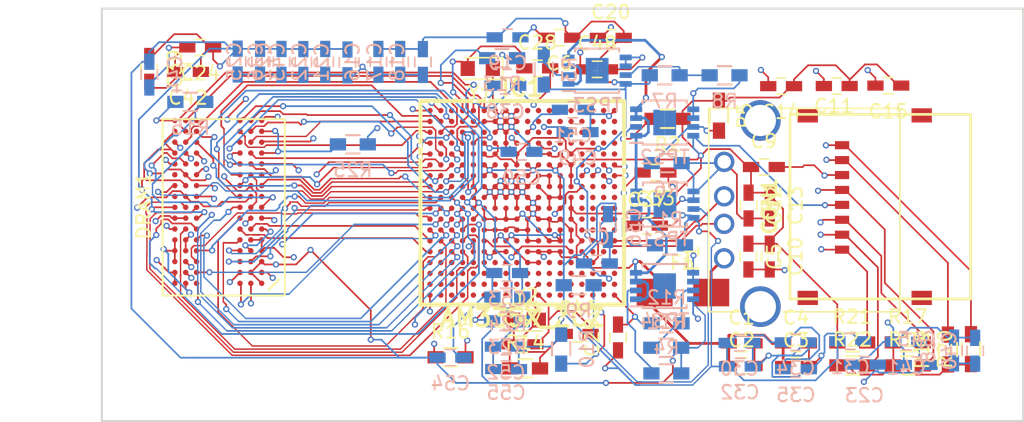
<source format=kicad_pcb>
(kicad_pcb (version 20171130) (host pcbnew "(5.1.12)-1")
  (layers (0 F.Cu signal) (1 In1.Cu power) (2 In2.Cu mixed) (31 B.Cu signal) (34 B.Paste user) (35 F.Paste user) (36 B.SilkS user) (37 F.SilkS user) (38 B.Mask user) (39 F.Mask user) (44 Edge.Cuts user))
  (net 0 "")
  (net 1 GND)
  (net 2 +5V)
  (net 3 +3V3)
  (net 4 1.8V)
  (net 5 1.1V)
  (net 6 +1.5V)
  (net 7 "Net-(C28-Pad1)")
  (net 8 GND_OSC1)
  (net 9 "Net-(C38-Pad1)")
  (net 10 "Net-(C46-Pad1)")
  (net 11 GND_OSC0)
  (net 12 "Net-(C47-Pad1)")
  (net 13 "Net-(C48-Pad1)")
  (net 14 "Net-(C49-Pad1)")
  (net 15 "Net-(C50-Pad1)")
  (net 16 "Net-(C51-Pad1)")
  (net 17 /DDR_VREF)
  (net 18 /MMC0_DAT2)
  (net 19 /MMC0_DAT3)
  (net 20 /MMC0_CMD)
  (net 21 /MMC0_CLK)
  (net 22 /MMC0_DAT0)
  (net 23 /MMC0_DAT1)
  (net 24 /DDR_D13)
  (net 25 /DDR_D15)
  (net 26 /DDR_D12)
  (net 27 /DDR_DQSn1)
  (net 28 /DDR_D14)
  (net 29 /DDR_D11)
  (net 30 /DDR_D9)
  (net 31 /DDR_DQS1)
  (net 32 /DDR_D10)
  (net 33 /DDR_DQM1)
  (net 34 /DDR_D8)
  (net 35 /DDR_D0)
  (net 36 /DDR_DQM0)
  (net 37 /DDR_D2)
  (net 38 /DDR_DQS0)
  (net 39 /DDR_D1)
  (net 40 /DDR_D3)
  (net 41 /DDR_D6)
  (net 42 /DDR_DQSn0)
  (net 43 /DDR_D4)
  (net 44 /DDR_D7)
  (net 45 /DDR_D5)
  (net 46 "Net-(DRAM1-PadJ1)")
  (net 47 /DDR_RASn)
  (net 48 /DDR_CK)
  (net 49 "Net-(DRAM1-PadJ9)")
  (net 50 /DDR_ODT)
  (net 51 /DDR_CASn)
  (net 52 /DDR_CKn)
  (net 53 /DDR_CKE)
  (net 54 "Net-(DRAM1-PadL1)")
  (net 55 /DDR_CSn0)
  (net 56 /DDR_WEn)
  (net 57 /DDR_A10)
  (net 58 /DDR_ZQ)
  (net 59 "Net-(DRAM1-PadL9)")
  (net 60 /DDR_BA0)
  (net 61 /DDR_BA2)
  (net 62 "Net-(DRAM1-PadM7)")
  (net 63 /DDR_A3)
  (net 64 /DDR_A0)
  (net 65 /DDR_A12)
  (net 66 /DDR_BA1)
  (net 67 /DDR_A5)
  (net 68 /DDR_A2)
  (net 69 /DDR_A1)
  (net 70 /DDR_A4)
  (net 71 /DDR_A7)
  (net 72 /DDR_A9)
  (net 73 /DDR_A11)
  (net 74 /DDR_A6)
  (net 75 /DDR_RESETn)
  (net 76 /DDR_A13)
  (net 77 "Net-(DRAM1-PadT7)")
  (net 78 /DDR_A8)
  (net 79 "Net-(F1-Pad2)")
  (net 80 "Net-(IC1-PadJ3)")
  (net 81 "Net-(IC1-PadB10)")
  (net 82 "Net-(IC1-PadA10)")
  (net 83 "Net-(IC1-PadA11)")
  (net 84 "Net-(IC1-PadA12)")
  (net 85 "Net-(IC1-PadA15)")
  (net 86 "Net-(IC1-PadA3)")
  (net 87 "Net-(IC1-PadB11)")
  (net 88 "Net-(IC1-PadB14)")
  (net 89 "Net-(IC1-PadB15)")
  (net 90 "Net-(IC1-PadB18)")
  (net 91 "Net-(IC1-PadB5)")
  (net 92 "Net-(IC1-PadB4)")
  (net 93 "Net-(IC1-PadC18)")
  (net 94 /USBD-)
  (net 95 "Net-(IC1-PadP18)")
  (net 96 "Net-(IC1-PadR18)")
  (net 97 "Net-(IC1-PadT18)")
  (net 98 "Net-(IC1-PadM5)")
  (net 99 "Net-(IC1-PadD3)")
  (net 100 "Net-(IC1-PadP16)")
  (net 101 "Net-(IC1-PadP17)")
  (net 102 "Net-(IC1-PadR17)")
  (net 103 /USBD+)
  (net 104 "Net-(IC1-PadC5)")
  (net 105 "Net-(IC1-PadD14)")
  (net 106 "Net-(IC1-PadC14)")
  (net 107 "Net-(IC1-PadM15)")
  (net 108 "Net-(IC1-PadC11)")
  (net 109 "Net-(IC1-PadF15)")
  (net 110 "Net-(IC1-PadF16)")
  (net 111 "Net-(IC1-PadC6)")
  (net 112 "Net-(IC1-PadH4)")
  (net 113 "Net-(P1-Pad5)")
  (net 114 "Net-(R1-Pad2)")
  (net 115 "Net-(R2-Pad2)")
  (net 116 "Net-(R3-Pad2)")
  (net 117 "Net-(R4-Pad2)")
  (net 118 /3.3FB)
  (net 119 /1.8FB)
  (net 120 /1.1FB)
  (net 121 /1.5FB)
  (module Capacitors_SMD:C_0603_HandSoldering (layer B.Cu) (at 149.23 87.45)
    (fp_text reference C50 (at 0 1.9) (layer B.SilkS) (effects (justify mirror)))
    (fp_text value 1uF)
    (pad 1 smd rect (at -0.95 0) (size 1.2 0.75) (layers B.Cu B.Paste B.Mask) (net 15 "Net-(C50-Pad1)"))
    (pad 2 smd rect (at 0.95 0) (size 1.2 0.75) (layers B.Cu B.Paste B.Mask) (net 1 GND))
  )
  (module libraries:bga-csg324 (layer F.Cu) (at 149.28122 91.21112)
    (fp_text reference IC1 (at 0 -8.4836) (layer F.SilkS) (effects (font (size 1.27 1.27) (thickness 0.254))))
    (fp_text value AM335X_ZCZ (at 0 8.47344) (layer F.SilkS) (effects (font (size 1.27 1.27) (thickness 0.254))))
    (pad J9 smd circle (at -0.39878 -0.39878) (size 0.39878 0.39878) (layers F.Cu F.Paste F.Mask) (net 1 GND))
    (pad J10 smd circle (at 0.39878 -0.39878) (size 0.39878 0.39878) (layers F.Cu F.Paste F.Mask) (net 1 GND))
    (pad K9 smd circle (at -0.39878 0.39878) (size 0.39878 0.39878) (layers F.Cu F.Paste F.Mask) (net 1 GND))
    (pad K10 smd circle (at 0.39878 0.39878) (size 0.39878 0.39878) (layers F.Cu F.Paste F.Mask) (net 1 GND))
    (pad J11 smd circle (at 1.19888 -0.39878) (size 0.39878 0.39878) (layers F.Cu F.Paste F.Mask) (net 1 GND))
    (pad J12 smd circle (at 1.99898 -0.39878) (size 0.39878 0.39878) (layers F.Cu F.Paste F.Mask) (net 5 1.1V))
    (pad J13 smd circle (at 2.79908 -0.39878) (size 0.39878 0.39878) (layers F.Cu F.Paste F.Mask) (net 5 1.1V))
    (pad J14 smd circle (at 3.59918 -0.39878) (size 0.39878 0.39878) (layers F.Cu F.Paste F.Mask) (net 3 +3V3))
    (pad H12 smd circle (at 2.0066 -1.19888) (size 0.39878 0.39878) (layers F.Cu F.Paste F.Mask) (net 1 GND))
    (pad G12 smd circle (at 1.99898 -1.99898) (size 0.39878 0.39878) (layers F.Cu F.Paste F.Mask) (net 1 GND))
    (pad F12 smd circle (at 1.99898 -2.79908) (size 0.39878 0.39878) (layers F.Cu F.Paste F.Mask) (net 5 1.1V))
    (pad F11 smd circle (at 1.19888 -2.79908) (size 0.39878 0.39878) (layers F.Cu F.Paste F.Mask) (net 5 1.1V))
    (pad G11 smd circle (at 1.19888 -1.99898) (size 0.39878 0.39878) (layers F.Cu F.Paste F.Mask) (net 1 GND))
    (pad H13 smd circle (at 2.79908 -1.19888) (size 0.39878 0.39878) (layers F.Cu F.Paste F.Mask) (net 5 1.1V))
    (pad H11 smd circle (at 1.19888 -1.19888) (size 0.39878 0.39878) (layers F.Cu F.Paste F.Mask) (net 5 1.1V))
    (pad G13 smd circle (at 2.79908 -1.99898) (size 0.39878 0.39878) (layers F.Cu F.Paste F.Mask) (net 5 1.1V))
    (pad F13 smd circle (at 2.79908 -2.79908) (size 0.39878 0.39878) (layers F.Cu F.Paste F.Mask) (net 5 1.1V))
    (pad L10 smd circle (at 0.39878 1.19888) (size 0.39878 0.39878) (layers F.Cu F.Paste F.Mask) (net 1 GND))
    (pad K11 smd circle (at 1.19888 0.39878) (size 0.39878 0.39878) (layers F.Cu F.Paste F.Mask) (net 1 GND))
    (pad L11 smd circle (at 1.19888 1.19888) (size 0.39878 0.39878) (layers F.Cu F.Paste F.Mask) (net 1 GND))
    (pad M10 smd circle (at 0.39878 1.99898) (size 0.39878 0.39878) (layers F.Cu F.Paste F.Mask) (net 1 GND))
    (pad N10 smd circle (at 0.39878 2.79908) (size 0.39878 0.39878) (layers F.Cu F.Paste F.Mask) (net 1 GND))
    (pad M11 smd circle (at 1.19888 1.99898) (size 0.39878 0.39878) (layers F.Cu F.Paste F.Mask) (net 5 1.1V))
    (pad N11 smd circle (at 1.19888 2.79908) (size 0.39878 0.39878) (layers F.Cu F.Paste F.Mask) (net 1 GND))
    (pad N12 smd circle (at 1.99898 2.79908) (size 0.39878 0.39878) (layers F.Cu F.Paste F.Mask) (net 5 1.1V))
    (pad M12 smd circle (at 1.99898 1.99898) (size 0.39878 0.39878) (layers F.Cu F.Paste F.Mask) (net 1 GND))
    (pad L12 smd circle (at 1.99898 1.19888) (size 0.39878 0.39878) (layers F.Cu F.Paste F.Mask) (net 1 GND))
    (pad J15 smd circle (at 4.39928 -0.39878) (size 0.39878 0.39878) (layers F.Cu F.Paste F.Mask))
    (pad J16 smd circle (at 5.19938 -0.39878) (size 0.39878 0.39878) (layers F.Cu F.Paste F.Mask))
    (pad J17 smd circle (at 5.99948 -0.39878) (size 0.39878 0.39878) (layers F.Cu F.Paste F.Mask))
    (pad J18 smd circle (at 6.79958 -0.39878) (size 0.39878 0.39878) (layers F.Cu F.Paste F.Mask))
    (pad K12 smd circle (at 1.99898 0.39878) (size 0.39878 0.39878) (layers F.Cu F.Paste F.Mask) (net 5 1.1V))
    (pad J8 smd circle (at -1.19888 -0.39878) (size 0.39878 0.39878) (layers F.Cu F.Paste F.Mask) (net 1 GND))
    (pad J7 smd circle (at -1.99898 -0.39878) (size 0.39878 0.39878) (layers F.Cu F.Paste F.Mask) (net 1 GND))
    (pad J6 smd circle (at -2.79908 -0.39878) (size 0.39878 0.39878) (layers F.Cu F.Paste F.Mask) (net 1 GND))
    (pad J5 smd circle (at -3.59918 -0.39878) (size 0.39878 0.39878) (layers F.Cu F.Paste F.Mask) (net 6 +1.5V))
    (pad J4 smd circle (at -4.39928 -0.39878) (size 0.39878 0.39878) (layers F.Cu F.Paste F.Mask) (net 17 /DDR_VREF))
    (pad J3 smd circle (at -5.19938 -0.39878) (size 0.39878 0.39878) (layers F.Cu F.Paste F.Mask) (net 80 "Net-(IC1-PadJ3)"))
    (pad J2 smd circle (at -5.99948 -0.39878) (size 0.39878 0.39878) (layers F.Cu F.Paste F.Mask) (net 33 /DDR_DQM1))
    (pad J1 smd circle (at -6.79958 -0.39878) (size 0.39878 0.39878) (layers F.Cu F.Paste F.Mask) (net 34 /DDR_D8))
    (pad H10 smd circle (at 0.39878 -1.19888) (size 0.39878 0.39878) (layers F.Cu F.Paste F.Mask) (net 1 GND))
    (pad G10 smd circle (at 0.39878 -1.99898) (size 0.39878 0.39878) (layers F.Cu F.Paste F.Mask) (net 5 1.1V))
    (pad F10 smd circle (at 0.39878 -2.79908) (size 0.39878 0.39878) (layers F.Cu F.Paste F.Mask) (net 5 1.1V))
    (pad E10 smd circle (at 0.39878 -3.59918) (size 0.39878 0.39878) (layers F.Cu F.Paste F.Mask) (net 3 +3V3))
    (pad D10 smd circle (at 0.39878 -4.39928) (size 0.39878 0.39878) (layers F.Cu F.Paste F.Mask) (net 4 1.8V))
    (pad C10 smd circle (at 0.39878 -5.19938) (size 0.39878 0.39878) (layers F.Cu F.Paste F.Mask) (net 16 "Net-(C51-Pad1)"))
    (pad B10 smd circle (at 0.39878 -5.99948) (size 0.39878 0.39878) (layers F.Cu F.Paste F.Mask) (net 81 "Net-(IC1-PadB10)"))
    (pad A10 smd circle (at 0.39878 -6.79958) (size 0.39878 0.39878) (layers F.Cu F.Paste F.Mask) (net 82 "Net-(IC1-PadA10)"))
    (pad A11 smd circle (at 1.19888 -6.79958) (size 0.39878 0.39878) (layers F.Cu F.Paste F.Mask) (net 83 "Net-(IC1-PadA11)"))
    (pad A12 smd circle (at 1.99898 -6.79958) (size 0.39878 0.39878) (layers F.Cu F.Paste F.Mask) (net 84 "Net-(IC1-PadA12)"))
    (pad A13 smd circle (at 2.79908 -6.79958) (size 0.39878 0.39878) (layers F.Cu F.Paste F.Mask))
    (pad A14 smd circle (at 3.59918 -6.79958) (size 0.39878 0.39878) (layers F.Cu F.Paste F.Mask))
    (pad A15 smd circle (at 4.39928 -6.79958) (size 0.39878 0.39878) (layers F.Cu F.Paste F.Mask) (net 85 "Net-(IC1-PadA15)"))
    (pad A16 smd circle (at 5.19938 -6.79958) (size 0.39878 0.39878) (layers F.Cu F.Paste F.Mask))
    (pad A17 smd circle (at 5.99948 -6.79958) (size 0.39878 0.39878) (layers F.Cu F.Paste F.Mask))
    (pad A18 smd circle (at 6.79958 -6.79958) (size 0.39878 0.39878) (layers F.Cu F.Paste F.Mask) (net 1 GND))
    (pad A9 smd circle (at -0.39878 -6.79958) (size 0.39878 0.39878) (layers F.Cu F.Paste F.Mask) (net 1 GND))
    (pad A8 smd circle (at -1.19888 -6.79958) (size 0.39878 0.39878) (layers F.Cu F.Paste F.Mask) (net 1 GND))
    (pad A7 smd circle (at -1.99898 -6.79958) (size 0.39878 0.39878) (layers F.Cu F.Paste F.Mask) (net 1 GND))
    (pad A6 smd circle (at -2.79908 -6.79958) (size 0.39878 0.39878) (layers F.Cu F.Paste F.Mask) (net 9 "Net-(C38-Pad1)"))
    (pad A5 smd circle (at -3.59918 -6.79958) (size 0.39878 0.39878) (layers F.Cu F.Paste F.Mask) (net 8 GND_OSC1))
    (pad A4 smd circle (at -4.39928 -6.79958) (size 0.39878 0.39878) (layers F.Cu F.Paste F.Mask) (net 7 "Net-(C28-Pad1)"))
    (pad A3 smd circle (at -5.19938 -6.79958) (size 0.39878 0.39878) (layers F.Cu F.Paste F.Mask) (net 86 "Net-(IC1-PadA3)"))
    (pad A2 smd circle (at -5.99948 -6.79958) (size 0.39878 0.39878) (layers F.Cu F.Paste F.Mask) (net 5 1.1V))
    (pad A1 smd circle (at -6.79958 -6.79958) (size 0.39878 0.39878) (layers F.Cu F.Paste F.Mask) (net 1 GND))
    (pad B11 smd circle (at 1.19888 -5.99948) (size 0.39878 0.39878) (layers F.Cu F.Paste F.Mask) (net 87 "Net-(IC1-PadB11)"))
    (pad B12 smd circle (at 1.99898 -5.99948) (size 0.39878 0.39878) (layers F.Cu F.Paste F.Mask))
    (pad B13 smd circle (at 2.79908 -5.99948) (size 0.39878 0.39878) (layers F.Cu F.Paste F.Mask))
    (pad B14 smd circle (at 3.59918 -5.99948) (size 0.39878 0.39878) (layers F.Cu F.Paste F.Mask) (net 88 "Net-(IC1-PadB14)"))
    (pad B15 smd circle (at 4.39928 -5.99948) (size 0.39878 0.39878) (layers F.Cu F.Paste F.Mask) (net 89 "Net-(IC1-PadB15)"))
    (pad B16 smd circle (at 5.19938 -5.99948) (size 0.39878 0.39878) (layers F.Cu F.Paste F.Mask))
    (pad B17 smd circle (at 5.99948 -5.99948) (size 0.39878 0.39878) (layers F.Cu F.Paste F.Mask))
    (pad B18 smd circle (at 6.79958 -5.99948) (size 0.39878 0.39878) (layers F.Cu F.Paste F.Mask) (net 90 "Net-(IC1-PadB18)"))
    (pad B9 smd circle (at -0.39878 -5.99948) (size 0.39878 0.39878) (layers F.Cu F.Paste F.Mask) (net 1 GND))
    (pad B8 smd circle (at -1.19888 -5.99948) (size 0.39878 0.39878) (layers F.Cu F.Paste F.Mask) (net 1 GND))
    (pad B7 smd circle (at -1.99898 -5.99948) (size 0.39878 0.39878) (layers F.Cu F.Paste F.Mask) (net 1 GND))
    (pad B6 smd circle (at -2.79908 -5.99948) (size 0.39878 0.39878) (layers F.Cu F.Paste F.Mask) (net 1 GND))
    (pad B5 smd circle (at -3.59918 -5.99948) (size 0.39878 0.39878) (layers F.Cu F.Paste F.Mask) (net 91 "Net-(IC1-PadB5)"))
    (pad B4 smd circle (at -4.39928 -5.99948) (size 0.39878 0.39878) (layers F.Cu F.Paste F.Mask) (net 92 "Net-(IC1-PadB4)"))
    (pad B3 smd circle (at -5.19938 -5.99948) (size 0.39878 0.39878) (layers F.Cu F.Paste F.Mask) (net 61 /DDR_BA2))
    (pad B2 smd circle (at -5.99948 -5.99948) (size 0.39878 0.39878) (layers F.Cu F.Paste F.Mask) (net 56 /DDR_WEn))
    (pad B1 smd circle (at -6.79958 -5.99948) (size 0.39878 0.39878) (layers F.Cu F.Paste F.Mask) (net 67 /DDR_A5))
    (pad C18 smd circle (at 6.79958 -5.19938) (size 0.39878 0.39878) (layers F.Cu F.Paste F.Mask) (net 93 "Net-(IC1-PadC18)"))
    (pad D18 smd circle (at 6.79958 -4.39928) (size 0.39878 0.39878) (layers F.Cu F.Paste F.Mask))
    (pad E18 smd circle (at 6.79958 -3.59918) (size 0.39878 0.39878) (layers F.Cu F.Paste F.Mask))
    (pad F18 smd circle (at 6.79958 -2.79908) (size 0.39878 0.39878) (layers F.Cu F.Paste F.Mask) (net 18 /MMC0_DAT2))
    (pad G18 smd circle (at 6.79958 -1.99898) (size 0.39878 0.39878) (layers F.Cu F.Paste F.Mask) (net 20 /MMC0_CMD))
    (pad H18 smd circle (at 6.79958 -1.19888) (size 0.39878 0.39878) (layers F.Cu F.Paste F.Mask))
    (pad K18 smd circle (at 6.79958 0.39878) (size 0.39878 0.39878) (layers F.Cu F.Paste F.Mask))
    (pad L18 smd circle (at 6.79958 1.19888) (size 0.39878 0.39878) (layers F.Cu F.Paste F.Mask))
    (pad M18 smd circle (at 6.79958 1.99898) (size 0.39878 0.39878) (layers F.Cu F.Paste F.Mask))
    (pad N18 smd circle (at 6.79958 2.79908) (size 0.39878 0.39878) (layers F.Cu F.Paste F.Mask) (net 94 /USBD-))
    (pad P18 smd circle (at 6.79958 3.59918) (size 0.39878 0.39878) (layers F.Cu F.Paste F.Mask) (net 95 "Net-(IC1-PadP18)"))
    (pad R18 smd circle (at 6.79958 4.39928) (size 0.39878 0.39878) (layers F.Cu F.Paste F.Mask) (net 96 "Net-(IC1-PadR18)"))
    (pad T18 smd circle (at 6.79958 5.19938) (size 0.39878 0.39878) (layers F.Cu F.Paste F.Mask) (net 97 "Net-(IC1-PadT18)"))
    (pad U18 smd circle (at 6.79958 5.99948) (size 0.39878 0.39878) (layers F.Cu F.Paste F.Mask))
    (pad V18 smd circle (at 6.79958 6.79958) (size 0.39878 0.39878) (layers F.Cu F.Paste F.Mask) (net 1 GND))
    (pad V17 smd circle (at 5.99948 6.79958) (size 0.39878 0.39878) (layers F.Cu F.Paste F.Mask))
    (pad V16 smd circle (at 5.19938 6.79958) (size 0.39878 0.39878) (layers F.Cu F.Paste F.Mask))
    (pad V15 smd circle (at 4.39928 6.79958) (size 0.39878 0.39878) (layers F.Cu F.Paste F.Mask))
    (pad V14 smd circle (at 3.59918 6.79958) (size 0.39878 0.39878) (layers F.Cu F.Paste F.Mask))
    (pad V13 smd circle (at 2.79908 6.79958) (size 0.39878 0.39878) (layers F.Cu F.Paste F.Mask))
    (pad V12 smd circle (at 1.99898 6.79958) (size 0.39878 0.39878) (layers F.Cu F.Paste F.Mask))
    (pad V11 smd circle (at 1.19888 6.79958) (size 0.39878 0.39878) (layers F.Cu F.Paste F.Mask) (net 11 GND_OSC0))
    (pad V10 smd circle (at 0.39878 6.79958) (size 0.39878 0.39878) (layers F.Cu F.Paste F.Mask) (net 12 "Net-(C47-Pad1)"))
    (pad H9 smd circle (at -0.39878 -1.19888) (size 0.39878 0.39878) (layers F.Cu F.Paste F.Mask) (net 1 GND))
    (pad G9 smd circle (at -0.39878 -1.99898) (size 0.39878 0.39878) (layers F.Cu F.Paste F.Mask) (net 1 GND))
    (pad H8 smd circle (at -1.19888 -1.19888) (size 0.39878 0.39878) (layers F.Cu F.Paste F.Mask) (net 1 GND))
    (pad F9 smd circle (at -0.39878 -2.79908) (size 0.39878 0.39878) (layers F.Cu F.Paste F.Mask) (net 4 1.8V))
    (pad G8 smd circle (at -1.19888 -1.99898) (size 0.39878 0.39878) (layers F.Cu F.Paste F.Mask) (net 1 GND))
    (pad H7 smd circle (at -1.99898 -1.19888) (size 0.39878 0.39878) (layers F.Cu F.Paste F.Mask) (net 1 GND))
    (pad F8 smd circle (at -1.19888 -2.79908) (size 0.39878 0.39878) (layers F.Cu F.Paste F.Mask) (net 1 GND))
    (pad F7 smd circle (at -1.99898 -2.79908) (size 0.39878 0.39878) (layers F.Cu F.Paste F.Mask) (net 5 1.1V))
    (pad F6 smd circle (at -2.79908 -2.79908) (size 0.39878 0.39878) (layers F.Cu F.Paste F.Mask) (net 5 1.1V))
    (pad F1 smd circle (at -6.79958 -2.79908) (size 0.39878 0.39878) (layers F.Cu F.Paste F.Mask) (net 51 /DDR_CASn))
    (pad G7 smd circle (at -1.99898 -1.99898) (size 0.39878 0.39878) (layers F.Cu F.Paste F.Mask) (net 5 1.1V))
    (pad G6 smd circle (at -2.79908 -1.99898) (size 0.39878 0.39878) (layers F.Cu F.Paste F.Mask) (net 5 1.1V))
    (pad G1 smd circle (at -6.79958 -1.99898) (size 0.39878 0.39878) (layers F.Cu F.Paste F.Mask) (net 50 /DDR_ODT))
    (pad H1 smd circle (at -6.79958 -1.19888) (size 0.39878 0.39878) (layers F.Cu F.Paste F.Mask) (net 69 /DDR_A1))
    (pad H6 smd circle (at -2.79908 -1.19888) (size 0.39878 0.39878) (layers F.Cu F.Paste F.Mask) (net 1 GND))
    (pad F5 smd circle (at -3.59918 -2.79908) (size 0.39878 0.39878) (layers F.Cu F.Paste F.Mask) (net 6 +1.5V))
    (pad G5 smd circle (at -3.59918 -1.99898) (size 0.39878 0.39878) (layers F.Cu F.Paste F.Mask) (net 6 +1.5V))
    (pad H5 smd circle (at -3.59918 -1.19888) (size 0.39878 0.39878) (layers F.Cu F.Paste F.Mask) (net 6 +1.5V))
    (pad K5 smd circle (at -3.59918 0.39878) (size 0.39878 0.39878) (layers F.Cu F.Paste F.Mask) (net 6 +1.5V))
    (pad C1 smd circle (at -6.79958 -5.19938) (size 0.39878 0.39878) (layers F.Cu F.Paste F.Mask) (net 72 /DDR_A9))
    (pad D1 smd circle (at -6.79958 -4.39928) (size 0.39878 0.39878) (layers F.Cu F.Paste F.Mask) (net 52 /DDR_CKn))
    (pad E1 smd circle (at -6.79958 -3.59918) (size 0.39878 0.39878) (layers F.Cu F.Paste F.Mask) (net 66 /DDR_BA1))
    (pad K1 smd circle (at -6.79958 0.39878) (size 0.39878 0.39878) (layers F.Cu F.Paste F.Mask) (net 30 /DDR_D9))
    (pad L1 smd circle (at -6.79958 1.19888) (size 0.39878 0.39878) (layers F.Cu F.Paste F.Mask) (net 31 /DDR_DQS1))
    (pad M1 smd circle (at -6.79958 1.99898) (size 0.39878 0.39878) (layers F.Cu F.Paste F.Mask) (net 25 /DDR_D15))
    (pad N1 smd circle (at -6.79958 2.79908) (size 0.39878 0.39878) (layers F.Cu F.Paste F.Mask) (net 37 /DDR_D2))
    (pad P1 smd circle (at -6.79958 3.59918) (size 0.39878 0.39878) (layers F.Cu F.Paste F.Mask) (net 38 /DDR_DQS0))
    (pad R1 smd circle (at -6.79958 4.39928) (size 0.39878 0.39878) (layers F.Cu F.Paste F.Mask))
    (pad T1 smd circle (at -6.79958 5.19938) (size 0.39878 0.39878) (layers F.Cu F.Paste F.Mask))
    (pad U1 smd circle (at -6.79958 5.99948) (size 0.39878 0.39878) (layers F.Cu F.Paste F.Mask))
    (pad V1 smd circle (at -6.79958 6.79958) (size 0.39878 0.39878) (layers F.Cu F.Paste F.Mask) (net 1 GND))
    (pad L5 smd circle (at -3.59918 1.19888) (size 0.39878 0.39878) (layers F.Cu F.Paste F.Mask) (net 6 +1.5V))
    (pad M5 smd circle (at -3.59918 1.99898) (size 0.39878 0.39878) (layers F.Cu F.Paste F.Mask) (net 98 "Net-(IC1-PadM5)"))
    (pad N5 smd circle (at -3.59918 2.79908) (size 0.39878 0.39878) (layers F.Cu F.Paste F.Mask) (net 3 +3V3))
    (pad V5 smd circle (at -3.59918 6.79958) (size 0.39878 0.39878) (layers F.Cu F.Paste F.Mask))
    (pad K6 smd circle (at -2.79908 0.39878) (size 0.39878 0.39878) (layers F.Cu F.Paste F.Mask) (net 5 1.1V))
    (pad K7 smd circle (at -1.99898 0.39878) (size 0.39878 0.39878) (layers F.Cu F.Paste F.Mask) (net 1 GND))
    (pad K8 smd circle (at -1.19888 0.39878) (size 0.39878 0.39878) (layers F.Cu F.Paste F.Mask) (net 5 1.1V))
    (pad L6 smd circle (at -2.79908 1.19888) (size 0.39878 0.39878) (layers F.Cu F.Paste F.Mask) (net 5 1.1V))
    (pad L7 smd circle (at -1.99898 1.19888) (size 0.39878 0.39878) (layers F.Cu F.Paste F.Mask) (net 5 1.1V))
    (pad L8 smd circle (at -1.19888 1.19888) (size 0.39878 0.39878) (layers F.Cu F.Paste F.Mask) (net 5 1.1V))
    (pad L9 smd circle (at -0.39878 1.19888) (size 0.39878 0.39878) (layers F.Cu F.Paste F.Mask) (net 5 1.1V))
    (pad M6 smd circle (at -2.79908 1.99898) (size 0.39878 0.39878) (layers F.Cu F.Paste F.Mask) (net 1 GND))
    (pad M7 smd circle (at -1.99898 1.99898) (size 0.39878 0.39878) (layers F.Cu F.Paste F.Mask) (net 1 GND))
    (pad M8 smd circle (at -1.19888 1.99898) (size 0.39878 0.39878) (layers F.Cu F.Paste F.Mask) (net 1 GND))
    (pad M9 smd circle (at -0.39878 1.99898) (size 0.39878 0.39878) (layers F.Cu F.Paste F.Mask) (net 1 GND))
    (pad N6 smd circle (at -2.79908 2.79908) (size 0.39878 0.39878) (layers F.Cu F.Paste F.Mask) (net 4 1.8V))
    (pad N7 smd circle (at -1.99898 2.79908) (size 0.39878 0.39878) (layers F.Cu F.Paste F.Mask) (net 1 GND))
    (pad N8 smd circle (at -1.19888 2.79908) (size 0.39878 0.39878) (layers F.Cu F.Paste F.Mask) (net 5 1.1V))
    (pad N9 smd circle (at -0.39878 2.79908) (size 0.39878 0.39878) (layers F.Cu F.Paste F.Mask) (net 5 1.1V))
    (pad V6 smd circle (at -2.79908 6.79958) (size 0.39878 0.39878) (layers F.Cu F.Paste F.Mask))
    (pad V7 smd circle (at -1.99898 6.79958) (size 0.39878 0.39878) (layers F.Cu F.Paste F.Mask))
    (pad V8 smd circle (at -1.19888 6.79958) (size 0.39878 0.39878) (layers F.Cu F.Paste F.Mask))
    (pad V9 smd circle (at -0.39878 6.79958) (size 0.39878 0.39878) (layers F.Cu F.Paste F.Mask))
    (pad V2 smd circle (at -5.99948 6.79958) (size 0.39878 0.39878) (layers F.Cu F.Paste F.Mask))
    (pad V3 smd circle (at -5.19938 6.79958) (size 0.39878 0.39878) (layers F.Cu F.Paste F.Mask))
    (pad V4 smd circle (at -4.39928 6.79958) (size 0.39878 0.39878) (layers F.Cu F.Paste F.Mask))
    (pad P10 smd circle (at 0.39878 3.59918) (size 0.39878 0.39878) (layers F.Cu F.Paste F.Mask) (net 3 +3V3))
    (pad R10 smd circle (at 0.39878 4.39928) (size 0.39878 0.39878) (layers F.Cu F.Paste F.Mask) (net 4 1.8V))
    (pad T10 smd circle (at 0.39878 5.19938) (size 0.39878 0.39878) (layers F.Cu F.Paste F.Mask))
    (pad U10 smd circle (at 0.39878 5.99948) (size 0.39878 0.39878) (layers F.Cu F.Paste F.Mask))
    (pad P9 smd circle (at -0.39878 3.59918) (size 0.39878 0.39878) (layers F.Cu F.Paste F.Mask) (net 4 1.8V))
    (pad R9 smd circle (at -0.39878 4.39928) (size 0.39878 0.39878) (layers F.Cu F.Paste F.Mask))
    (pad T9 smd circle (at -0.39878 5.19938) (size 0.39878 0.39878) (layers F.Cu F.Paste F.Mask))
    (pad U9 smd circle (at -0.39878 5.99948) (size 0.39878 0.39878) (layers F.Cu F.Paste F.Mask))
    (pad E9 smd circle (at -0.39878 -3.59918) (size 0.39878 0.39878) (layers F.Cu F.Paste F.Mask) (net 4 1.8V))
    (pad D9 smd circle (at -0.39878 -4.39928) (size 0.39878 0.39878) (layers F.Cu F.Paste F.Mask) (net 14 "Net-(C49-Pad1)"))
    (pad C9 smd circle (at -0.39878 -5.19938) (size 0.39878 0.39878) (layers F.Cu F.Paste F.Mask) (net 1 GND))
    (pad C2 smd circle (at -5.99948 -5.19938) (size 0.39878 0.39878) (layers F.Cu F.Paste F.Mask) (net 70 /DDR_A4))
    (pad C3 smd circle (at -5.19938 -5.19938) (size 0.39878 0.39878) (layers F.Cu F.Paste F.Mask) (net 63 /DDR_A3))
    (pad D3 smd circle (at -5.19938 -4.39928) (size 0.39878 0.39878) (layers F.Cu F.Paste F.Mask) (net 99 "Net-(IC1-PadD3)"))
    (pad D2 smd circle (at -5.99948 -4.39928) (size 0.39878 0.39878) (layers F.Cu F.Paste F.Mask) (net 48 /DDR_CK))
    (pad E4 smd circle (at -4.39928 -3.59918) (size 0.39878 0.39878) (layers F.Cu F.Paste F.Mask) (net 68 /DDR_A2))
    (pad D4 smd circle (at -4.39928 -4.39928) (size 0.39878 0.39878) (layers F.Cu F.Paste F.Mask) (net 78 /DDR_A8))
    (pad D5 smd circle (at -3.59918 -4.39928) (size 0.39878 0.39878) (layers F.Cu F.Paste F.Mask) (net 74 /DDR_A6))
    (pad E5 smd circle (at -3.59918 -3.59918) (size 0.39878 0.39878) (layers F.Cu F.Paste F.Mask) (net 6 +1.5V))
    (pad F14 smd circle (at 3.59918 -2.79908) (size 0.39878 0.39878) (layers F.Cu F.Paste F.Mask) (net 3 +3V3))
    (pad G14 smd circle (at 3.59918 -1.99898) (size 0.39878 0.39878) (layers F.Cu F.Paste F.Mask) (net 3 +3V3))
    (pad H14 smd circle (at 3.59918 -1.19888) (size 0.39878 0.39878) (layers F.Cu F.Paste F.Mask) (net 3 +3V3))
    (pad K13 smd circle (at 2.79908 0.39878) (size 0.39878 0.39878) (layers F.Cu F.Paste F.Mask) (net 4 1.8V))
    (pad K14 smd circle (at 3.59918 0.39878) (size 0.39878 0.39878) (layers F.Cu F.Paste F.Mask) (net 3 +3V3))
    (pad L13 smd circle (at 2.79908 1.19888) (size 0.39878 0.39878) (layers F.Cu F.Paste F.Mask) (net 1 GND))
    (pad L14 smd circle (at 3.59918 1.19888) (size 0.39878 0.39878) (layers F.Cu F.Paste F.Mask) (net 3 +3V3))
    (pad M13 smd circle (at 2.79908 1.99898) (size 0.39878 0.39878) (layers F.Cu F.Paste F.Mask) (net 5 1.1V))
    (pad M14 smd circle (at 3.59918 1.99898) (size 0.39878 0.39878) (layers F.Cu F.Paste F.Mask) (net 1 GND))
    (pad N13 smd circle (at 2.79908 2.79908) (size 0.39878 0.39878) (layers F.Cu F.Paste F.Mask) (net 5 1.1V))
    (pad N14 smd circle (at 3.59918 2.79908) (size 0.39878 0.39878) (layers F.Cu F.Paste F.Mask) (net 1 GND))
    (pad P11 smd circle (at 1.19888 3.59918) (size 0.39878 0.39878) (layers F.Cu F.Paste F.Mask) (net 3 +3V3))
    (pad R11 smd circle (at 1.19888 4.39928) (size 0.39878 0.39878) (layers F.Cu F.Paste F.Mask) (net 4 1.8V))
    (pad T11 smd circle (at 1.19888 5.19938) (size 0.39878 0.39878) (layers F.Cu F.Paste F.Mask))
    (pad U11 smd circle (at 1.19888 5.99948) (size 0.39878 0.39878) (layers F.Cu F.Paste F.Mask) (net 10 "Net-(C46-Pad1)"))
    (pad P12 smd circle (at 1.99898 3.59918) (size 0.39878 0.39878) (layers F.Cu F.Paste F.Mask) (net 3 +3V3))
    (pad P13 smd circle (at 2.79908 3.59918) (size 0.39878 0.39878) (layers F.Cu F.Paste F.Mask) (net 3 +3V3))
    (pad P14 smd circle (at 3.59918 3.59918) (size 0.39878 0.39878) (layers F.Cu F.Paste F.Mask) (net 4 1.8V))
    (pad P15 smd circle (at 4.39928 3.59918) (size 0.39878 0.39878) (layers F.Cu F.Paste F.Mask) (net 2 +5V))
    (pad P16 smd circle (at 5.19938 3.59918) (size 0.39878 0.39878) (layers F.Cu F.Paste F.Mask) (net 100 "Net-(IC1-PadP16)"))
    (pad P17 smd circle (at 5.99948 3.59918) (size 0.39878 0.39878) (layers F.Cu F.Paste F.Mask) (net 101 "Net-(IC1-PadP17)"))
    (pad R14 smd circle (at 3.59918 4.39928) (size 0.39878 0.39878) (layers F.Cu F.Paste F.Mask))
    (pad T14 smd circle (at 3.59918 5.19938) (size 0.39878 0.39878) (layers F.Cu F.Paste F.Mask))
    (pad U14 smd circle (at 3.59918 5.99948) (size 0.39878 0.39878) (layers F.Cu F.Paste F.Mask))
    (pad R15 smd circle (at 4.39928 4.39928) (size 0.39878 0.39878) (layers F.Cu F.Paste F.Mask) (net 3 +3V3))
    (pad R16 smd circle (at 5.19938 4.39928) (size 0.39878 0.39878) (layers F.Cu F.Paste F.Mask) (net 4 1.8V))
    (pad R17 smd circle (at 5.99948 4.39928) (size 0.39878 0.39878) (layers F.Cu F.Paste F.Mask) (net 102 "Net-(IC1-PadR17)"))
    (pad T15 smd circle (at 4.39928 5.19938) (size 0.39878 0.39878) (layers F.Cu F.Paste F.Mask))
    (pad T16 smd circle (at 5.19938 5.19938) (size 0.39878 0.39878) (layers F.Cu F.Paste F.Mask))
    (pad T17 smd circle (at 5.99948 5.19938) (size 0.39878 0.39878) (layers F.Cu F.Paste F.Mask))
    (pad U15 smd circle (at 4.39928 5.99948) (size 0.39878 0.39878) (layers F.Cu F.Paste F.Mask))
    (pad U16 smd circle (at 5.19938 5.99948) (size 0.39878 0.39878) (layers F.Cu F.Paste F.Mask))
    (pad U17 smd circle (at 5.99948 5.99948) (size 0.39878 0.39878) (layers F.Cu F.Paste F.Mask))
    (pad K17 smd circle (at 5.99948 0.39878) (size 0.39878 0.39878) (layers F.Cu F.Paste F.Mask))
    (pad L17 smd circle (at 5.99948 1.19888) (size 0.39878 0.39878) (layers F.Cu F.Paste F.Mask))
    (pad M17 smd circle (at 5.99948 1.99898) (size 0.39878 0.39878) (layers F.Cu F.Paste F.Mask))
    (pad N17 smd circle (at 5.99948 2.79908) (size 0.39878 0.39878) (layers F.Cu F.Paste F.Mask) (net 103 /USBD+))
    (pad K15 smd circle (at 4.39928 0.39878) (size 0.39878 0.39878) (layers F.Cu F.Paste F.Mask))
    (pad K16 smd circle (at 5.19938 0.39878) (size 0.39878 0.39878) (layers F.Cu F.Paste F.Mask))
    (pad K4 smd circle (at -4.39928 0.39878) (size 0.39878 0.39878) (layers F.Cu F.Paste F.Mask) (net 26 /DDR_D12))
    (pad K3 smd circle (at -5.19938 0.39878) (size 0.39878 0.39878) (layers F.Cu F.Paste F.Mask) (net 29 /DDR_D11))
    (pad K2 smd circle (at -5.99948 0.39878) (size 0.39878 0.39878) (layers F.Cu F.Paste F.Mask) (net 32 /DDR_D10))
    (pad L2 smd circle (at -5.99948 1.19888) (size 0.39878 0.39878) (layers F.Cu F.Paste F.Mask) (net 27 /DDR_DQSn1))
    (pad M2 smd circle (at -5.99948 1.99898) (size 0.39878 0.39878) (layers F.Cu F.Paste F.Mask) (net 36 /DDR_DQM0))
    (pad N2 smd circle (at -5.99948 2.79908) (size 0.39878 0.39878) (layers F.Cu F.Paste F.Mask) (net 40 /DDR_D3))
    (pad P2 smd circle (at -5.99948 3.59918) (size 0.39878 0.39878) (layers F.Cu F.Paste F.Mask) (net 42 /DDR_DQSn0))
    (pad P3 smd circle (at -5.19938 3.59918) (size 0.39878 0.39878) (layers F.Cu F.Paste F.Mask) (net 41 /DDR_D6))
    (pad P4 smd circle (at -4.39928 3.59918) (size 0.39878 0.39878) (layers F.Cu F.Paste F.Mask) (net 44 /DDR_D7))
    (pad P5 smd circle (at -3.59918 3.59918) (size 0.39878 0.39878) (layers F.Cu F.Paste F.Mask) (net 3 +3V3))
    (pad P6 smd circle (at -2.79908 3.59918) (size 0.39878 0.39878) (layers F.Cu F.Paste F.Mask) (net 3 +3V3))
    (pad P7 smd circle (at -1.99898 3.59918) (size 0.39878 0.39878) (layers F.Cu F.Paste F.Mask) (net 3 +3V3))
    (pad P8 smd circle (at -1.19888 3.59918) (size 0.39878 0.39878) (layers F.Cu F.Paste F.Mask) (net 3 +3V3))
    (pad R2 smd circle (at -5.99948 4.39928) (size 0.39878 0.39878) (layers F.Cu F.Paste F.Mask))
    (pad T2 smd circle (at -5.99948 5.19938) (size 0.39878 0.39878) (layers F.Cu F.Paste F.Mask))
    (pad U2 smd circle (at -5.99948 5.99948) (size 0.39878 0.39878) (layers F.Cu F.Paste F.Mask))
    (pad R5 smd circle (at -3.59918 4.39928) (size 0.39878 0.39878) (layers F.Cu F.Paste F.Mask))
    (pad T5 smd circle (at -3.59918 5.19938) (size 0.39878 0.39878) (layers F.Cu F.Paste F.Mask))
    (pad U5 smd circle (at -3.59918 5.99948) (size 0.39878 0.39878) (layers F.Cu F.Paste F.Mask))
    (pad R3 smd circle (at -5.19938 4.39928) (size 0.39878 0.39878) (layers F.Cu F.Paste F.Mask))
    (pad R4 smd circle (at -4.39928 4.39928) (size 0.39878 0.39878) (layers F.Cu F.Paste F.Mask))
    (pad T3 smd circle (at -5.19938 5.19938) (size 0.39878 0.39878) (layers F.Cu F.Paste F.Mask))
    (pad T4 smd circle (at -4.39928 5.19938) (size 0.39878 0.39878) (layers F.Cu F.Paste F.Mask))
    (pad U3 smd circle (at -5.19938 5.99948) (size 0.39878 0.39878) (layers F.Cu F.Paste F.Mask))
    (pad U4 smd circle (at -4.39928 5.99948) (size 0.39878 0.39878) (layers F.Cu F.Paste F.Mask))
    (pad H2 smd circle (at -5.99948 -1.19888) (size 0.39878 0.39878) (layers F.Cu F.Paste F.Mask) (net 55 /DDR_CSn0))
    (pad G2 smd circle (at -5.99948 -1.99898) (size 0.39878 0.39878) (layers F.Cu F.Paste F.Mask) (net 75 /DDR_RESETn))
    (pad F2 smd circle (at -5.99948 -2.79908) (size 0.39878 0.39878) (layers F.Cu F.Paste F.Mask) (net 73 /DDR_A11))
    (pad E2 smd circle (at -5.99948 -3.59918) (size 0.39878 0.39878) (layers F.Cu F.Paste F.Mask) (net 71 /DDR_A7))
    (pad E3 smd circle (at -5.19938 -3.59918) (size 0.39878 0.39878) (layers F.Cu F.Paste F.Mask) (net 65 /DDR_A12))
    (pad C4 smd circle (at -4.39928 -5.19938) (size 0.39878 0.39878) (layers F.Cu F.Paste F.Mask) (net 60 /DDR_BA0))
    (pad C5 smd circle (at -3.59918 -5.19938) (size 0.39878 0.39878) (layers F.Cu F.Paste F.Mask) (net 104 "Net-(IC1-PadC5)"))
    (pad E14 smd circle (at 3.59918 -3.59918) (size 0.39878 0.39878) (layers F.Cu F.Paste F.Mask) (net 4 1.8V))
    (pad D14 smd circle (at 3.59918 -4.39928) (size 0.39878 0.39878) (layers F.Cu F.Paste F.Mask) (net 105 "Net-(IC1-PadD14)"))
    (pad C14 smd circle (at 3.59918 -5.19938) (size 0.39878 0.39878) (layers F.Cu F.Paste F.Mask) (net 106 "Net-(IC1-PadC14)"))
    (pad H17 smd circle (at 5.99948 -1.19888) (size 0.39878 0.39878) (layers F.Cu F.Paste F.Mask))
    (pad G17 smd circle (at 5.99948 -1.99898) (size 0.39878 0.39878) (layers F.Cu F.Paste F.Mask) (net 21 /MMC0_CLK))
    (pad F17 smd circle (at 5.99948 -2.79908) (size 0.39878 0.39878) (layers F.Cu F.Paste F.Mask) (net 19 /MMC0_DAT3))
    (pad E17 smd circle (at 5.99948 -3.59918) (size 0.39878 0.39878) (layers F.Cu F.Paste F.Mask))
    (pad D17 smd circle (at 5.99948 -4.39928) (size 0.39878 0.39878) (layers F.Cu F.Paste F.Mask))
    (pad C17 smd circle (at 5.99948 -5.19938) (size 0.39878 0.39878) (layers F.Cu F.Paste F.Mask))
    (pad C15 smd circle (at 4.39928 -5.19938) (size 0.39878 0.39878) (layers F.Cu F.Paste F.Mask))
    (pad C16 smd circle (at 5.19938 -5.19938) (size 0.39878 0.39878) (layers F.Cu F.Paste F.Mask))
    (pad D15 smd circle (at 4.39928 -4.39928) (size 0.39878 0.39878) (layers F.Cu F.Paste F.Mask))
    (pad D16 smd circle (at 5.19938 -4.39928) (size 0.39878 0.39878) (layers F.Cu F.Paste F.Mask))
    (pad E15 smd circle (at 4.39928 -3.59918) (size 0.39878 0.39878) (layers F.Cu F.Paste F.Mask))
    (pad E16 smd circle (at 5.19938 -3.59918) (size 0.39878 0.39878) (layers F.Cu F.Paste F.Mask))
    (pad L15 smd circle (at 4.39928 1.19888) (size 0.39878 0.39878) (layers F.Cu F.Paste F.Mask))
    (pad L16 smd circle (at 5.19938 1.19888) (size 0.39878 0.39878) (layers F.Cu F.Paste F.Mask))
    (pad M15 smd circle (at 4.39928 1.99898) (size 0.39878 0.39878) (layers F.Cu F.Paste F.Mask) (net 107 "Net-(IC1-PadM15)"))
    (pad M16 smd circle (at 5.19938 1.99898) (size 0.39878 0.39878) (layers F.Cu F.Paste F.Mask))
    (pad N15 smd circle (at 4.39928 2.79908) (size 0.39878 0.39878) (layers F.Cu F.Paste F.Mask) (net 3 +3V3))
    (pad N16 smd circle (at 5.19938 2.79908) (size 0.39878 0.39878) (layers F.Cu F.Paste F.Mask) (net 4 1.8V))
    (pad C11 smd circle (at 1.19888 -5.19938) (size 0.39878 0.39878) (layers F.Cu F.Paste F.Mask) (net 108 "Net-(IC1-PadC11)"))
    (pad C12 smd circle (at 1.99898 -5.19938) (size 0.39878 0.39878) (layers F.Cu F.Paste F.Mask))
    (pad C13 smd circle (at 2.79908 -5.19938) (size 0.39878 0.39878) (layers F.Cu F.Paste F.Mask))
    (pad D11 smd circle (at 1.19888 -4.39928) (size 0.39878 0.39878) (layers F.Cu F.Paste F.Mask) (net 13 "Net-(C48-Pad1)"))
    (pad D12 smd circle (at 1.99898 -4.39928) (size 0.39878 0.39878) (layers F.Cu F.Paste F.Mask))
    (pad D13 smd circle (at 2.79908 -4.39928) (size 0.39878 0.39878) (layers F.Cu F.Paste F.Mask))
    (pad E11 smd circle (at 1.19888 -3.59918) (size 0.39878 0.39878) (layers F.Cu F.Paste F.Mask) (net 3 +3V3))
    (pad E12 smd circle (at 1.99898 -3.59918) (size 0.39878 0.39878) (layers F.Cu F.Paste F.Mask) (net 3 +3V3))
    (pad E13 smd circle (at 2.79908 -3.59918) (size 0.39878 0.39878) (layers F.Cu F.Paste F.Mask) (net 3 +3V3))
    (pad R12 smd circle (at 1.99898 4.39928) (size 0.39878 0.39878) (layers F.Cu F.Paste F.Mask))
    (pad R13 smd circle (at 2.79908 4.39928) (size 0.39878 0.39878) (layers F.Cu F.Paste F.Mask))
    (pad T12 smd circle (at 1.99898 5.19938) (size 0.39878 0.39878) (layers F.Cu F.Paste F.Mask))
    (pad T13 smd circle (at 2.79908 5.19938) (size 0.39878 0.39878) (layers F.Cu F.Paste F.Mask))
    (pad U12 smd circle (at 1.99898 5.99948) (size 0.39878 0.39878) (layers F.Cu F.Paste F.Mask))
    (pad U13 smd circle (at 2.79908 5.99948) (size 0.39878 0.39878) (layers F.Cu F.Paste F.Mask))
    (pad F15 smd circle (at 4.39928 -2.79908) (size 0.39878 0.39878) (layers F.Cu F.Paste F.Mask) (net 109 "Net-(IC1-PadF15)"))
    (pad F16 smd circle (at 5.19938 -2.79908) (size 0.39878 0.39878) (layers F.Cu F.Paste F.Mask) (net 110 "Net-(IC1-PadF16)"))
    (pad G15 smd circle (at 4.39928 -1.99898) (size 0.39878 0.39878) (layers F.Cu F.Paste F.Mask) (net 23 /MMC0_DAT1))
    (pad G16 smd circle (at 5.19938 -1.99898) (size 0.39878 0.39878) (layers F.Cu F.Paste F.Mask) (net 22 /MMC0_DAT0))
    (pad H15 smd circle (at 4.39928 -1.19888) (size 0.39878 0.39878) (layers F.Cu F.Paste F.Mask) (net 4 1.8V))
    (pad H16 smd circle (at 5.19938 -1.19888) (size 0.39878 0.39878) (layers F.Cu F.Paste F.Mask))
    (pad U6 smd circle (at -2.79908 5.99948) (size 0.39878 0.39878) (layers F.Cu F.Paste F.Mask))
    (pad U7 smd circle (at -1.99898 5.99948) (size 0.39878 0.39878) (layers F.Cu F.Paste F.Mask))
    (pad U8 smd circle (at -1.19888 5.99948) (size 0.39878 0.39878) (layers F.Cu F.Paste F.Mask))
    (pad R6 smd circle (at -2.79908 4.39928) (size 0.39878 0.39878) (layers F.Cu F.Paste F.Mask))
    (pad T6 smd circle (at -2.79908 5.19938) (size 0.39878 0.39878) (layers F.Cu F.Paste F.Mask))
    (pad L3 smd circle (at -5.19938 1.19888) (size 0.39878 0.39878) (layers F.Cu F.Paste F.Mask) (net 24 /DDR_D13))
    (pad L4 smd circle (at -4.39928 1.19888) (size 0.39878 0.39878) (layers F.Cu F.Paste F.Mask) (net 28 /DDR_D14))
    (pad M3 smd circle (at -5.19938 1.99898) (size 0.39878 0.39878) (layers F.Cu F.Paste F.Mask) (net 35 /DDR_D0))
    (pad M4 smd circle (at -4.39928 1.99898) (size 0.39878 0.39878) (layers F.Cu F.Paste F.Mask) (net 39 /DDR_D1))
    (pad N3 smd circle (at -5.19938 2.79908) (size 0.39878 0.39878) (layers F.Cu F.Paste F.Mask) (net 43 /DDR_D4))
    (pad N4 smd circle (at -4.39928 2.79908) (size 0.39878 0.39878) (layers F.Cu F.Paste F.Mask) (net 45 /DDR_D5))
    (pad R7 smd circle (at -1.99898 4.39928) (size 0.39878 0.39878) (layers F.Cu F.Paste F.Mask))
    (pad R8 smd circle (at -1.19888 4.39928) (size 0.39878 0.39878) (layers F.Cu F.Paste F.Mask))
    (pad T7 smd circle (at -1.99898 5.19938) (size 0.39878 0.39878) (layers F.Cu F.Paste F.Mask))
    (pad T8 smd circle (at -1.19888 5.19938) (size 0.39878 0.39878) (layers F.Cu F.Paste F.Mask))
    (pad C6 smd circle (at -2.79908 -5.19938) (size 0.39878 0.39878) (layers F.Cu F.Paste F.Mask) (net 111 "Net-(IC1-PadC6)"))
    (pad C7 smd circle (at -1.99898 -5.19938) (size 0.39878 0.39878) (layers F.Cu F.Paste F.Mask) (net 1 GND))
    (pad C8 smd circle (at -1.19888 -5.19938) (size 0.39878 0.39878) (layers F.Cu F.Paste F.Mask) (net 1 GND))
    (pad D6 smd circle (at -2.79908 -4.39928) (size 0.39878 0.39878) (layers F.Cu F.Paste F.Mask) (net 15 "Net-(C50-Pad1)"))
    (pad D7 smd circle (at -1.99898 -4.39928) (size 0.39878 0.39878) (layers F.Cu F.Paste F.Mask) (net 4 1.8V))
    (pad D8 smd circle (at -1.19888 -4.39928) (size 0.39878 0.39878) (layers F.Cu F.Paste F.Mask) (net 1 GND))
    (pad E6 smd circle (at -2.79908 -3.59918) (size 0.39878 0.39878) (layers F.Cu F.Paste F.Mask) (net 4 1.8V))
    (pad E7 smd circle (at -1.99898 -3.59918) (size 0.39878 0.39878) (layers F.Cu F.Paste F.Mask) (net 4 1.8V))
    (pad E8 smd circle (at -1.19888 -3.59918) (size 0.39878 0.39878) (layers F.Cu F.Paste F.Mask) (net 1 GND))
    (pad F3 smd circle (at -5.19938 -2.79908) (size 0.39878 0.39878) (layers F.Cu F.Paste F.Mask) (net 64 /DDR_A0))
    (pad F4 smd circle (at -4.39928 -2.79908) (size 0.39878 0.39878) (layers F.Cu F.Paste F.Mask) (net 57 /DDR_A10))
    (pad G3 smd circle (at -5.19938 -1.99898) (size 0.39878 0.39878) (layers F.Cu F.Paste F.Mask) (net 53 /DDR_CKE))
    (pad G4 smd circle (at -4.39928 -1.99898) (size 0.39878 0.39878) (layers F.Cu F.Paste F.Mask) (net 47 /DDR_RASn))
    (pad H3 smd circle (at -5.19938 -1.19888) (size 0.39878 0.39878) (layers F.Cu F.Paste F.Mask) (net 76 /DDR_A13))
    (pad H4 smd circle (at -4.39928 -1.19888) (size 0.39878 0.39878) (layers F.Cu F.Paste F.Mask) (net 112 "Net-(IC1-PadH4)"))
  )
  (module Capacitors_SMD:C_0603_HandSoldering (layer B.Cu) (at 174.53 103.13)
    (fp_text reference C23 (at -0.03 2.27) (layer B.SilkS) (effects (justify mirror)))
    (fp_text value 1uF)
    (pad 1 smd rect (at -0.95 0) (size 1.2 0.75) (layers B.Cu B.Paste B.Mask) (net 6 +1.5V))
    (pad 2 smd rect (at 0.95 0) (size 1.2 0.75) (layers B.Cu B.Paste B.Mask) (net 1 GND))
  )
  (module libraries:MICRO_SD_HINGE_AMP (layer F.Cu) (at 182.32 91.49 270)
    (fp_text reference CON1 (at 0 14.8 270) (layer F.SilkS) (effects (font (thickness 0.25))))
    (fp_text value Micro_SD_Card hide)
    (pad 1 smd rect (at 3.16992 9.46912 270) (size 0.59944 1.04902) (layers F.Cu F.Paste F.Mask) (net 18 /MMC0_DAT2))
    (pad 2 smd rect (at 2.0701 9.46912 270) (size 0.59944 1.04902) (layers F.Cu F.Paste F.Mask) (net 19 /MMC0_DAT3))
    (pad 3 smd rect (at 0.97028 9.46912 270) (size 0.59944 1.04902) (layers F.Cu F.Paste F.Mask) (net 20 /MMC0_CMD))
    (pad 4 smd rect (at -0.12954 9.46912 270) (size 0.59944 1.04902) (layers F.Cu F.Paste F.Mask) (net 3 +3V3))
    (pad 5 smd rect (at -1.22936 9.46912 270) (size 0.59944 1.04902) (layers F.Cu F.Paste F.Mask) (net 21 /MMC0_CLK))
    (pad 6 smd rect (at -2.32918 9.46912 270) (size 0.59944 1.04902) (layers F.Cu F.Paste F.Mask) (net 1 GND))
    (pad 7 smd rect (at -3.429 9.46912 270) (size 0.59944 1.04902) (layers F.Cu F.Paste F.Mask) (net 22 /MMC0_DAT0))
    (pad 8 smd rect (at -4.52882 9.46912 270) (size 0.59944 1.04902) (layers F.Cu F.Paste F.Mask) (net 23 /MMC0_DAT1))
    (pad SHLD smd rect (at 6.72592 11.99896 270) (size 1.04902 1.50114) (layers F.Cu F.Paste F.Mask))
    (pad SHLD smd rect (at -6.72592 11.99896 270) (size 1.04902 1.50114) (layers F.Cu F.Paste F.Mask))
    (pad SHLD smd rect (at 6.72592 3.59918 270) (size 1.04902 1.50114) (layers F.Cu F.Paste F.Mask))
    (pad SHLD smd rect (at -6.72592 3.59918 270) (size 1.04902 1.50114) (layers F.Cu F.Paste F.Mask))
  )
  (module Capacitors_SMD:C_0603_HandSoldering (layer F.Cu) (at 153.368 100.87)
    (fp_text reference C46 (at 0 -1.9) (layer F.SilkS))
    (fp_text value 24pF)
    (pad 1 smd rect (at -0.95 0) (size 1.2 0.75) (layers F.Cu F.Paste F.Mask) (net 10 "Net-(C46-Pad1)"))
    (pad 2 smd rect (at 0.95 0) (size 1.2 0.75) (layers F.Cu F.Paste F.Mask) (net 11 GND_OSC0))
  )
  (module Resistors_SMD:R_0603_HandSoldering (layer F.Cu) (at 149.492 103.41)
    (fp_text reference R14 (at 0 -1.9) (layer F.SilkS))
    (fp_text value 1M)
    (pad 1 smd rect (at -1.1 0) (size 1.2 0.9) (layers F.Cu F.Paste F.Mask) (net 12 "Net-(C47-Pad1)"))
    (pad 2 smd rect (at 1.1 0) (size 1.2 0.9) (layers F.Cu F.Paste F.Mask) (net 10 "Net-(C46-Pad1)"))
  )
  (module Crystals:Crystal_SMD_2012-2pin_2.0x1.2mm_HandSoldering (layer F.Cu) (at 149.583 99.854)
    (fp_text reference Y2 (at 0 -1.8) (layer F.SilkS))
    (fp_text value 24MHz)
    (pad 1 smd rect (at -0.925 0) (size 1.05 1.1) (layers F.Cu F.Mask) (net 12 "Net-(C47-Pad1)"))
    (pad 2 smd rect (at 0.925 0) (size 1.05 1.1) (layers F.Cu F.Mask) (net 10 "Net-(C46-Pad1)"))
  )
  (module Capacitors_SMD:C_0603_HandSoldering (layer F.Cu) (at 149.304 101.632)
    (fp_text reference C47 (at 0 -1.9) (layer F.SilkS))
    (fp_text value 24pF)
    (pad 1 smd rect (at -0.95 0) (size 1.2 0.75) (layers F.Cu F.Paste F.Mask) (net 12 "Net-(C47-Pad1)"))
    (pad 2 smd rect (at 0.95 0) (size 1.2 0.75) (layers F.Cu F.Paste F.Mask) (net 11 GND_OSC0))
  )
  (module Resistors_SMD:R_0603_HandSoldering (layer F.Cu) (at 144 102.59)
    (fp_text reference R16 (at 0 -1.9) (layer F.SilkS))
    (fp_text value 49.9)
    (pad 1 smd rect (at -1.1 0) (size 1.2 0.9) (layers F.Cu F.Paste F.Mask) (net 80 "Net-(IC1-PadJ3)"))
    (pad 2 smd rect (at 1.1 0) (size 1.2 0.9) (layers F.Cu F.Paste F.Mask) (net 1 GND))
  )
  (module Crystals:Crystal_SMD_2012-2pin_2.0x1.2mm_HandSoldering (layer F.Cu) (at 146.19 81.312 180)
    (fp_text reference Y1 (at 0 -1.8 180) (layer F.SilkS))
    (fp_text value 32.768KHz)
    (pad 1 smd rect (at -0.925 0 180) (size 1.05 1.1) (layers F.Cu F.Mask) (net 9 "Net-(C38-Pad1)"))
    (pad 2 smd rect (at 0.925 0 180) (size 1.05 1.1) (layers F.Cu F.Mask) (net 7 "Net-(C28-Pad1)"))
  )
  (module SMD_Packages:BGA-96_pitch0.8mm_dia0.4mm (layer F.Cu) (at 127.28 91.54 180)
    (fp_text reference DRAM1 (at 5.9 0.1 270) (layer F.SilkS))
    (fp_text value DRAM-IS43TR16128B-125KBL)
    (pad A1 smd circle (at -2.8 -5.6 180) (size 0.4 0.4) (layers F.Cu F.Paste F.Mask) (net 6 +1.5V))
    (pad A2 smd circle (at -2 -5.6 180) (size 0.4 0.4) (layers F.Cu F.Paste F.Mask) (net 24 /DDR_D13))
    (pad A3 smd circle (at -1.2 -5.6 180) (size 0.4 0.4) (layers F.Cu F.Paste F.Mask) (net 25 /DDR_D15))
    (pad A7 smd circle (at 2 -5.6 180) (size 0.4 0.4) (layers F.Cu F.Paste F.Mask) (net 26 /DDR_D12))
    (pad A8 smd circle (at 2.8 -5.6 180) (size 0.4 0.4) (layers F.Cu F.Paste F.Mask) (net 6 +1.5V))
    (pad A9 smd circle (at 3.6 -5.6 180) (size 0.4 0.4) (layers F.Cu F.Paste F.Mask) (net 1 GND))
    (pad B1 smd circle (at -2.8 -4.8 180) (size 0.4 0.4) (layers F.Cu F.Paste F.Mask) (net 1 GND))
    (pad B2 smd circle (at -2 -4.8 180) (size 0.4 0.4) (layers F.Cu F.Paste F.Mask) (net 6 +1.5V))
    (pad B3 smd circle (at -1.2 -4.8 180) (size 0.4 0.4) (layers F.Cu F.Paste F.Mask) (net 1 GND))
    (pad B7 smd circle (at 2 -4.8 180) (size 0.4 0.4) (layers F.Cu F.Paste F.Mask) (net 27 /DDR_DQSn1))
    (pad B8 smd circle (at 2.8 -4.8 180) (size 0.4 0.4) (layers F.Cu F.Paste F.Mask) (net 28 /DDR_D14))
    (pad B9 smd circle (at 3.6 -4.8 180) (size 0.4 0.4) (layers F.Cu F.Paste F.Mask) (net 1 GND))
    (pad C1 smd circle (at -2.8 -4 180) (size 0.4 0.4) (layers F.Cu F.Paste F.Mask) (net 6 +1.5V))
    (pad C2 smd circle (at -2 -4 180) (size 0.4 0.4) (layers F.Cu F.Paste F.Mask) (net 29 /DDR_D11))
    (pad C3 smd circle (at -1.2 -4 180) (size 0.4 0.4) (layers F.Cu F.Paste F.Mask) (net 30 /DDR_D9))
    (pad C7 smd circle (at 2 -4 180) (size 0.4 0.4) (layers F.Cu F.Paste F.Mask) (net 31 /DDR_DQS1))
    (pad C8 smd circle (at 2.8 -4 180) (size 0.4 0.4) (layers F.Cu F.Paste F.Mask) (net 32 /DDR_D10))
    (pad C9 smd circle (at 3.6 -4 180) (size 0.4 0.4) (layers F.Cu F.Paste F.Mask) (net 6 +1.5V))
    (pad D1 smd circle (at -2.8 -3.2 180) (size 0.4 0.4) (layers F.Cu F.Paste F.Mask) (net 1 GND))
    (pad D2 smd circle (at -2 -3.2 180) (size 0.4 0.4) (layers F.Cu F.Paste F.Mask) (net 6 +1.5V))
    (pad D3 smd circle (at -1.2 -3.2 180) (size 0.4 0.4) (layers F.Cu F.Paste F.Mask) (net 33 /DDR_DQM1))
    (pad D7 smd circle (at 2 -3.2 180) (size 0.4 0.4) (layers F.Cu F.Paste F.Mask) (net 34 /DDR_D8))
    (pad D8 smd circle (at 2.8 -3.2 180) (size 0.4 0.4) (layers F.Cu F.Paste F.Mask) (net 1 GND))
    (pad D9 smd circle (at 3.6 -3.2 180) (size 0.4 0.4) (layers F.Cu F.Paste F.Mask) (net 6 +1.5V))
    (pad E1 smd circle (at -2.8 -2.4 180) (size 0.4 0.4) (layers F.Cu F.Paste F.Mask) (net 1 GND))
    (pad E2 smd circle (at -2 -2.4 180) (size 0.4 0.4) (layers F.Cu F.Paste F.Mask) (net 1 GND))
    (pad E3 smd circle (at -1.2 -2.4 180) (size 0.4 0.4) (layers F.Cu F.Paste F.Mask) (net 35 /DDR_D0))
    (pad E7 smd circle (at 2 -2.4 180) (size 0.4 0.4) (layers F.Cu F.Paste F.Mask) (net 36 /DDR_DQM0))
    (pad E8 smd circle (at 2.8 -2.4 180) (size 0.4 0.4) (layers F.Cu F.Paste F.Mask) (net 1 GND))
    (pad E9 smd circle (at 3.6 -2.4 180) (size 0.4 0.4) (layers F.Cu F.Paste F.Mask) (net 6 +1.5V))
    (pad F1 smd circle (at -2.8 -1.6 180) (size 0.4 0.4) (layers F.Cu F.Paste F.Mask) (net 6 +1.5V))
    (pad F2 smd circle (at -2 -1.6 180) (size 0.4 0.4) (layers F.Cu F.Paste F.Mask) (net 37 /DDR_D2))
    (pad F3 smd circle (at -1.2 -1.6 180) (size 0.4 0.4) (layers F.Cu F.Paste F.Mask) (net 38 /DDR_DQS0))
    (pad F7 smd circle (at 2 -1.6 180) (size 0.4 0.4) (layers F.Cu F.Paste F.Mask) (net 39 /DDR_D1))
    (pad F8 smd circle (at 2.8 -1.6 180) (size 0.4 0.4) (layers F.Cu F.Paste F.Mask) (net 40 /DDR_D3))
    (pad F9 smd circle (at 3.6 -1.6 180) (size 0.4 0.4) (layers F.Cu F.Paste F.Mask) (net 1 GND))
    (pad G1 smd circle (at -2.8 -0.8 180) (size 0.4 0.4) (layers F.Cu F.Paste F.Mask) (net 1 GND))
    (pad G2 smd circle (at -2 -0.8 180) (size 0.4 0.4) (layers F.Cu F.Paste F.Mask) (net 41 /DDR_D6))
    (pad G3 smd circle (at -1.2 -0.8 180) (size 0.4 0.4) (layers F.Cu F.Paste F.Mask) (net 42 /DDR_DQSn0))
    (pad G7 smd circle (at 2 -0.8 180) (size 0.4 0.4) (layers F.Cu F.Paste F.Mask) (net 6 +1.5V))
    (pad G8 smd circle (at 2.8 -0.8 180) (size 0.4 0.4) (layers F.Cu F.Paste F.Mask) (net 1 GND))
    (pad G9 smd circle (at 3.6 -0.8 180) (size 0.4 0.4) (layers F.Cu F.Paste F.Mask) (net 1 GND))
    (pad H1 smd circle (at -2.8 0 180) (size 0.4 0.4) (layers F.Cu F.Paste F.Mask) (net 17 /DDR_VREF))
    (pad H2 smd circle (at -2 0 180) (size 0.4 0.4) (layers F.Cu F.Paste F.Mask) (net 6 +1.5V))
    (pad H3 smd circle (at -1.2 0 180) (size 0.4 0.4) (layers F.Cu F.Paste F.Mask) (net 43 /DDR_D4))
    (pad H7 smd circle (at 2 0 180) (size 0.4 0.4) (layers F.Cu F.Paste F.Mask) (net 44 /DDR_D7))
    (pad H8 smd circle (at 2.8 0 180) (size 0.4 0.4) (layers F.Cu F.Paste F.Mask) (net 45 /DDR_D5))
    (pad H9 smd circle (at 3.6 0 180) (size 0.4 0.4) (layers F.Cu F.Paste F.Mask) (net 6 +1.5V))
    (pad J1 smd circle (at -2.8 0.8 180) (size 0.4 0.4) (layers F.Cu F.Paste F.Mask) (net 46 "Net-(DRAM1-PadJ1)"))
    (pad J2 smd circle (at -2 0.8 180) (size 0.4 0.4) (layers F.Cu F.Paste F.Mask) (net 1 GND))
    (pad J3 smd circle (at -1.2 0.8 180) (size 0.4 0.4) (layers F.Cu F.Paste F.Mask) (net 47 /DDR_RASn))
    (pad J7 smd circle (at 2 0.8 180) (size 0.4 0.4) (layers F.Cu F.Paste F.Mask) (net 48 /DDR_CK))
    (pad J8 smd circle (at 2.8 0.8 180) (size 0.4 0.4) (layers F.Cu F.Paste F.Mask) (net 1 GND))
    (pad J9 smd circle (at 3.6 0.8 180) (size 0.4 0.4) (layers F.Cu F.Paste F.Mask) (net 49 "Net-(DRAM1-PadJ9)"))
    (pad K1 smd circle (at -2.8 1.6 180) (size 0.4 0.4) (layers F.Cu F.Paste F.Mask) (net 50 /DDR_ODT))
    (pad K2 smd circle (at -2 1.6 180) (size 0.4 0.4) (layers F.Cu F.Paste F.Mask) (net 6 +1.5V))
    (pad K3 smd circle (at -1.2 1.6 180) (size 0.4 0.4) (layers F.Cu F.Paste F.Mask) (net 51 /DDR_CASn))
    (pad K7 smd circle (at 2 1.6 180) (size 0.4 0.4) (layers F.Cu F.Paste F.Mask) (net 52 /DDR_CKn))
    (pad K8 smd circle (at 2.8 1.6 180) (size 0.4 0.4) (layers F.Cu F.Paste F.Mask) (net 6 +1.5V))
    (pad K9 smd circle (at 3.6 1.6 180) (size 0.4 0.4) (layers F.Cu F.Paste F.Mask) (net 53 /DDR_CKE))
    (pad L1 smd circle (at -2.8 2.4 180) (size 0.4 0.4) (layers F.Cu F.Paste F.Mask) (net 54 "Net-(DRAM1-PadL1)"))
    (pad L2 smd circle (at -2 2.4 180) (size 0.4 0.4) (layers F.Cu F.Paste F.Mask) (net 55 /DDR_CSn0))
    (pad L3 smd circle (at -1.2 2.4 180) (size 0.4 0.4) (layers F.Cu F.Paste F.Mask) (net 56 /DDR_WEn))
    (pad L7 smd circle (at 2 2.4 180) (size 0.4 0.4) (layers F.Cu F.Paste F.Mask) (net 57 /DDR_A10))
    (pad L8 smd circle (at 2.8 2.4 180) (size 0.4 0.4) (layers F.Cu F.Paste F.Mask) (net 58 /DDR_ZQ))
    (pad L9 smd circle (at 3.6 2.4 180) (size 0.4 0.4) (layers F.Cu F.Paste F.Mask) (net 59 "Net-(DRAM1-PadL9)"))
    (pad M1 smd circle (at -2.8 3.2 180) (size 0.4 0.4) (layers F.Cu F.Paste F.Mask) (net 1 GND))
    (pad M2 smd circle (at -2 3.2 180) (size 0.4 0.4) (layers F.Cu F.Paste F.Mask) (net 60 /DDR_BA0))
    (pad M3 smd circle (at -1.2 3.2 180) (size 0.4 0.4) (layers F.Cu F.Paste F.Mask) (net 61 /DDR_BA2))
    (pad M7 smd circle (at 2 3.2 180) (size 0.4 0.4) (layers F.Cu F.Paste F.Mask) (net 62 "Net-(DRAM1-PadM7)"))
    (pad M8 smd circle (at 2.8 3.2 180) (size 0.4 0.4) (layers F.Cu F.Paste F.Mask) (net 17 /DDR_VREF))
    (pad M9 smd circle (at 3.6 3.2 180) (size 0.4 0.4) (layers F.Cu F.Paste F.Mask) (net 1 GND))
    (pad N1 smd circle (at -2.8 4 180) (size 0.4 0.4) (layers F.Cu F.Paste F.Mask) (net 6 +1.5V))
    (pad N2 smd circle (at -2 4 180) (size 0.4 0.4) (layers F.Cu F.Paste F.Mask) (net 63 /DDR_A3))
    (pad N3 smd circle (at -1.2 4 180) (size 0.4 0.4) (layers F.Cu F.Paste F.Mask) (net 64 /DDR_A0))
    (pad N7 smd circle (at 2 4 180) (size 0.4 0.4) (layers F.Cu F.Paste F.Mask) (net 65 /DDR_A12))
    (pad N8 smd circle (at 2.8 4 180) (size 0.4 0.4) (layers F.Cu F.Paste F.Mask) (net 66 /DDR_BA1))
    (pad N9 smd circle (at 3.6 4 180) (size 0.4 0.4) (layers F.Cu F.Paste F.Mask) (net 6 +1.5V))
    (pad P1 smd circle (at -2.8 4.8 180) (size 0.4 0.4) (layers F.Cu F.Paste F.Mask) (net 1 GND))
    (pad P2 smd circle (at -2 4.8 180) (size 0.4 0.4) (layers F.Cu F.Paste F.Mask) (net 67 /DDR_A5))
    (pad P3 smd circle (at -1.2 4.8 180) (size 0.4 0.4) (layers F.Cu F.Paste F.Mask) (net 68 /DDR_A2))
    (pad P7 smd circle (at 2 4.8 180) (size 0.4 0.4) (layers F.Cu F.Paste F.Mask) (net 69 /DDR_A1))
    (pad P8 smd circle (at 2.8 4.8 180) (size 0.4 0.4) (layers F.Cu F.Paste F.Mask) (net 70 /DDR_A4))
    (pad P9 smd circle (at 3.6 4.8 180) (size 0.4 0.4) (layers F.Cu F.Paste F.Mask) (net 1 GND))
    (pad R1 smd circle (at -2.8 5.6 180) (size 0.4 0.4) (layers F.Cu F.Paste F.Mask) (net 6 +1.5V))
    (pad R2 smd circle (at -2 5.6 180) (size 0.4 0.4) (layers F.Cu F.Paste F.Mask) (net 71 /DDR_A7))
    (pad R3 smd circle (at -1.2 5.6 180) (size 0.4 0.4) (layers F.Cu F.Paste F.Mask) (net 72 /DDR_A9))
    (pad R7 smd circle (at 2 5.6 180) (size 0.4 0.4) (layers F.Cu F.Paste F.Mask) (net 73 /DDR_A11))
    (pad R8 smd circle (at 2.8 5.6 180) (size 0.4 0.4) (layers F.Cu F.Paste F.Mask) (net 74 /DDR_A6))
    (pad R9 smd circle (at 3.6 5.6 180) (size 0.4 0.4) (layers F.Cu F.Paste F.Mask) (net 6 +1.5V))
    (pad T1 smd circle (at -2.8 6.4 180) (size 0.4 0.4) (layers F.Cu F.Paste F.Mask) (net 1 GND))
    (pad T2 smd circle (at -2 6.4 180) (size 0.4 0.4) (layers F.Cu F.Paste F.Mask) (net 75 /DDR_RESETn))
    (pad T3 smd circle (at -1.2 6.4 180) (size 0.4 0.4) (layers F.Cu F.Paste F.Mask) (net 76 /DDR_A13))
    (pad T7 smd circle (at 2 6.4 180) (size 0.4 0.4) (layers F.Cu F.Paste F.Mask) (net 77 "Net-(DRAM1-PadT7)"))
    (pad T8 smd circle (at 2.8 6.4 180) (size 0.4 0.4) (layers F.Cu F.Paste F.Mask) (net 78 /DDR_A8))
    (pad T9 smd circle (at 3.6 6.4 180) (size 0.4 0.4) (layers F.Cu F.Paste F.Mask) (net 1 GND))
  )
  (module Capacitors_SMD:C_0603_HandSoldering (layer F.Cu) (at 168.36 82.61 180)
    (fp_text reference C14 (at 0 -1.9 180) (layer F.SilkS))
    (fp_text value 10nF)
    (pad 1 smd rect (at -0.95 0 180) (size 1.2 0.75) (layers F.Cu F.Paste F.Mask) (net 3 +3V3))
    (pad 2 smd rect (at 0.95 0 180) (size 1.2 0.75) (layers F.Cu F.Paste F.Mask) (net 1 GND))
  )
  (module Capacitors_SMD:C_0603_HandSoldering (layer F.Cu) (at 167.09 88.57)
    (fp_text reference C9 (at 0 -1.9) (layer F.SilkS))
    (fp_text value 10nF)
    (pad 1 smd rect (at -0.95 0) (size 1.2 0.75) (layers F.Cu F.Paste F.Mask) (net 3 +3V3))
    (pad 2 smd rect (at 0.95 0) (size 1.2 0.75) (layers F.Cu F.Paste F.Mask) (net 1 GND))
  )
  (module Capacitors_SMD:C_0603_HandSoldering (layer F.Cu) (at 172.46 82.6 180)
    (fp_text reference C11 (at 0.22 -1.47 180) (layer F.SilkS))
    (fp_text value 10nF)
    (pad 1 smd rect (at -0.95 0 180) (size 1.2 0.75) (layers F.Cu F.Paste F.Mask) (net 3 +3V3))
    (pad 2 smd rect (at 0.95 0 180) (size 1.2 0.75) (layers F.Cu F.Paste F.Mask) (net 1 GND))
  )
  (module Capacitors_SMD:C_0603_HandSoldering (layer F.Cu) (at 176.26 82.57 180)
    (fp_text reference C15 (at 0 -1.9 180) (layer F.SilkS))
    (fp_text value 10uF)
    (pad 1 smd rect (at -0.95 0 180) (size 1.2 0.75) (layers F.Cu F.Paste F.Mask) (net 3 +3V3))
    (pad 2 smd rect (at 0.95 0 180) (size 1.2 0.75) (layers F.Cu F.Paste F.Mask) (net 1 GND))
  )
  (module Capacitors_SMD:C_0603_HandSoldering (layer F.Cu) (at 165.95 95.17 270)
    (fp_text reference C5 (at 0 -1.9 270) (layer F.SilkS))
    (fp_text value 22uF)
    (pad 1 smd rect (at -0.95 0 270) (size 1.2 0.75) (layers F.Cu F.Paste F.Mask) (net 3 +3V3))
    (pad 2 smd rect (at 0.95 0 270) (size 1.2 0.75) (layers F.Cu F.Paste F.Mask) (net 1 GND))
  )
  (module Capacitors_SMD:C_0603_HandSoldering (layer F.Cu) (at 167.52 95.17 270)
    (fp_text reference C10 (at 0 -1.9 270) (layer F.SilkS))
    (fp_text value 10nF)
    (pad 1 smd rect (at -0.95 0 270) (size 1.2 0.75) (layers F.Cu F.Paste F.Mask) (net 3 +3V3))
    (pad 2 smd rect (at 0.95 0 270) (size 1.2 0.75) (layers F.Cu F.Paste F.Mask) (net 1 GND))
  )
  (module Capacitors_SMD:C_0603_HandSoldering (layer F.Cu) (at 165.96 91.41 270)
    (fp_text reference C12 (at 0 -1.9 270) (layer F.SilkS))
    (fp_text value 10nF)
    (pad 1 smd rect (at -0.95 0 270) (size 1.2 0.75) (layers F.Cu F.Paste F.Mask) (net 3 +3V3))
    (pad 2 smd rect (at 0.95 0 270) (size 1.2 0.75) (layers F.Cu F.Paste F.Mask) (net 1 GND))
  )
  (module Connectors:USB_A (layer F.Cu) (at 164.16 95.3 90)
    (fp_text reference P1 (at 0 -2.35 90) (layer F.SilkS))
    (fp_text value USB_A)
    (pad 4 thru_hole circle (at 7.11 0) (size 1.5 1.5) (drill 1) (layers *.Cu *.Mask) (net 1 GND))
    (pad 3 thru_hole circle (at 4.57 0) (size 1.5 1.5) (drill 1) (layers *.Cu *.Mask) (net 94 /USBD-))
    (pad 2 thru_hole circle (at 2.54 0) (size 1.5 1.5) (drill 1) (layers *.Cu *.Mask) (net 103 /USBD+))
    (pad 1 thru_hole circle (at 0 0) (size 1.5 1.5) (drill 1) (layers *.Cu *.Mask) (net 79 "Net-(F1-Pad2)"))
    (pad 5 thru_hole circle (at 10.16 2.67) (size 3 3) (drill 2.3) (layers *.Cu *.Mask) (net 113 "Net-(P1-Pad5)"))
    (pad 5 thru_hole circle (at -3.56 2.67) (size 3 3) (drill 2.3) (layers *.Cu *.Mask) (net 113 "Net-(P1-Pad5)"))
  )
  (module Capacitors_SMD:C_0603_HandSoldering (layer F.Cu) (at 167.53 91.41 270)
    (fp_text reference C13 (at 0 -1.9 270) (layer F.SilkS))
    (fp_text value 10nF)
    (pad 1 smd rect (at -0.95 0 270) (size 1.2 0.75) (layers F.Cu F.Paste F.Mask) (net 3 +3V3))
    (pad 2 smd rect (at 0.95 0 270) (size 1.2 0.75) (layers F.Cu F.Paste F.Mask) (net 1 GND))
  )
  (module Fuse_Holders_and_Fuses:Fuse_SMD1206_HandSoldering (layer F.Cu) (at 161.12266 97.822)
    (fp_text reference F1 (at -0.0508 -2.19964) (layer F.SilkS))
    (fp_text value Polyfuse)
    (pad 1 smd rect (at -2.08534 0 90) (size 2.02946 2.65176) (layers F.Cu F.Paste F.Mask) (net 2 +5V))
    (pad 2 smd rect (at 2.08534 0 90) (size 2.02946 2.65176) (layers F.Cu F.Paste F.Mask) (net 79 "Net-(F1-Pad2)"))
  )
  (module Capacitors_SMD:C_0603_HandSoldering (layer F.Cu) (at 150.39 81.3)
    (fp_text reference C28 (at 0 -1.9) (layer F.SilkS))
    (fp_text value 25pF)
    (pad 1 smd rect (at -0.95 0) (size 1.2 0.75) (layers F.Cu F.Paste F.Mask) (net 7 "Net-(C28-Pad1)"))
    (pad 2 smd rect (at 0.95 0) (size 1.2 0.75) (layers F.Cu F.Paste F.Mask) (net 8 GND_OSC1))
  )
  (module Capacitors_SMD:C_0603_HandSoldering (layer F.Cu) (at 154.8 81.37)
    (fp_text reference C48 (at 0 -1.9) (layer F.SilkS))
    (fp_text value 1uF)
    (pad 1 smd rect (at -0.95 0) (size 1.2 0.75) (layers F.Cu F.Paste F.Mask) (net 13 "Net-(C48-Pad1)"))
    (pad 2 smd rect (at 0.95 0) (size 1.2 0.75) (layers F.Cu F.Paste F.Mask) (net 1 GND))
  )
  (module Resistors_SMD:R_0603_HandSoldering (layer F.Cu) (at 159.99 85.02 180)
    (fp_text reference R2 (at 0 -1.9 180) (layer F.SilkS))
    (fp_text value 499K)
    (pad 1 smd rect (at -1.1 0 180) (size 1.2 0.9) (layers F.Cu F.Paste F.Mask) (net 3 +3V3))
    (pad 2 smd rect (at 1.1 0 180) (size 1.2 0.9) (layers F.Cu F.Paste F.Mask) (net 115 "Net-(R2-Pad2)"))
  )
  (module Capacitors_SMD:C_0603_HandSoldering (layer F.Cu) (at 169.46 101.57)
    (fp_text reference C4 (at 0 -1.9) (layer F.SilkS))
    (fp_text value 10uF)
    (pad 1 smd rect (at -0.95 0) (size 1.2 0.75) (layers F.Cu F.Paste F.Mask) (net 2 +5V))
    (pad 2 smd rect (at 0.95 0) (size 1.2 0.75) (layers F.Cu F.Paste F.Mask) (net 1 GND))
  )
  (module Capacitors_SMD:C_0603_HandSoldering (layer F.Cu) (at 165.45 101.57)
    (fp_text reference C1 (at 0 -1.9) (layer F.SilkS))
    (fp_text value 10uF)
    (pad 1 smd rect (at -0.95 0) (size 1.2 0.75) (layers F.Cu F.Paste F.Mask) (net 2 +5V))
    (pad 2 smd rect (at 0.95 0) (size 1.2 0.75) (layers F.Cu F.Paste F.Mask) (net 1 GND))
  )
  (module Capacitors_SMD:C_0603_HandSoldering (layer F.Cu) (at 165.45 103.23)
    (fp_text reference C2 (at 0 -1.9) (layer F.SilkS))
    (fp_text value 10uF)
    (pad 1 smd rect (at -0.95 0) (size 1.2 0.75) (layers F.Cu F.Paste F.Mask) (net 2 +5V))
    (pad 2 smd rect (at 0.95 0) (size 1.2 0.75) (layers F.Cu F.Paste F.Mask) (net 1 GND))
  )
  (module Capacitors_SMD:C_0603_HandSoldering (layer F.Cu) (at 169.46 103.23)
    (fp_text reference C3 (at 0 -1.9) (layer F.SilkS))
    (fp_text value 10uF)
    (pad 1 smd rect (at -0.95 0) (size 1.2 0.75) (layers F.Cu F.Paste F.Mask) (net 2 +5V))
    (pad 2 smd rect (at 0.95 0) (size 1.2 0.75) (layers F.Cu F.Paste F.Mask) (net 1 GND))
  )
  (module Resistors_SMD:R_0603_HandSoldering (layer B.Cu) (at 148.16 99.94)
    (fp_text reference R23 (at 0 1.9) (layer B.SilkS) (effects (justify mirror)))
    (fp_text value 1K)
    (pad 1 smd rect (at -1.1 0) (size 1.2 0.9) (layers B.Cu B.Paste B.Mask) (net 6 +1.5V))
    (pad 2 smd rect (at 1.1 0) (size 1.2 0.9) (layers B.Cu B.Paste B.Mask) (net 17 /DDR_VREF))
  )
  (module Capacitors_SMD:C_0603_HandSoldering (layer B.Cu) (at 148.07 101.81)
    (fp_text reference C52 (at 0 1.9) (layer B.SilkS) (effects (justify mirror)))
    (fp_text value 0.1uF)
    (pad 1 smd rect (at -0.95 0) (size 1.2 0.75) (layers B.Cu B.Paste B.Mask) (net 17 /DDR_VREF))
    (pad 2 smd rect (at 0.95 0) (size 1.2 0.75) (layers B.Cu B.Paste B.Mask) (net 1 GND))
  )
  (module Capacitors_SMD:C_0603_HandSoldering (layer B.Cu) (at 148.17 96.38)
    (fp_text reference C53 (at 0 1.9) (layer B.SilkS) (effects (justify mirror)))
    (fp_text value 0.1uF)
    (pad 1 smd rect (at -0.95 0) (size 1.2 0.75) (layers B.Cu B.Paste B.Mask) (net 17 /DDR_VREF))
    (pad 2 smd rect (at 0.95 0) (size 1.2 0.75) (layers B.Cu B.Paste B.Mask) (net 1 GND))
  )
  (module Capacitors_SMD:C_0603_HandSoldering (layer B.Cu) (at 148.09 103.46)
    (fp_text reference C55 (at 0.01 1.74) (layer B.SilkS) (effects (justify mirror)))
    (fp_text value 0.1uF)
    (pad 1 smd rect (at -0.95 0) (size 1.2 0.75) (layers B.Cu B.Paste B.Mask) (net 17 /DDR_VREF))
    (pad 2 smd rect (at 0.95 0) (size 1.2 0.75) (layers B.Cu B.Paste B.Mask) (net 1 GND))
  )
  (module Resistors_SMD:R_0603_HandSoldering (layer B.Cu) (at 153.44 97.28)
    (fp_text reference R9 (at 0 1.9) (layer B.SilkS) (effects (justify mirror)))
    (fp_text value 30K)
    (pad 1 smd rect (at -1.1 0) (size 1.2 0.9) (layers B.Cu B.Paste B.Mask) (net 5 1.1V))
    (pad 2 smd rect (at 1.1 0) (size 1.2 0.9) (layers B.Cu B.Paste B.Mask) (net 120 /1.1FB))
  )
  (module Resistors_SMD:R_0603_HandSoldering (layer B.Cu) (at 152.15 101.96 90)
    (fp_text reference R10 (at 0 1.9 90) (layer B.SilkS) (effects (justify mirror)))
    (fp_text value 80K)
    (pad 1 smd rect (at -1.1 0 90) (size 1.2 0.9) (layers B.Cu B.Paste B.Mask) (net 120 /1.1FB))
    (pad 2 smd rect (at 1.1 0 90) (size 1.2 0.9) (layers B.Cu B.Paste B.Mask) (net 1 GND))
  )
  (module Resistors_SMD:R_0603_HandSoldering (layer B.Cu) (at 148.18 98.19)
    (fp_text reference R24 (at 0 1.9) (layer B.SilkS) (effects (justify mirror)))
    (fp_text value 1K)
    (pad 1 smd rect (at -1.1 0) (size 1.2 0.9) (layers B.Cu B.Paste B.Mask) (net 17 /DDR_VREF))
    (pad 2 smd rect (at 1.1 0) (size 1.2 0.9) (layers B.Cu B.Paste B.Mask) (net 1 GND))
  )
  (module Resistors_SMD:R_0603_HandSoldering (layer B.Cu) (at 150.87 81.39 90)
    (fp_text reference R3 (at 0 1.9 90) (layer B.SilkS) (effects (justify mirror)))
    (fp_text value 499K)
    (pad 1 smd rect (at -1.1 0 90) (size 1.2 0.9) (layers B.Cu B.Paste B.Mask) (net 4 1.8V))
    (pad 2 smd rect (at 1.1 0 90) (size 1.2 0.9) (layers B.Cu B.Paste B.Mask) (net 116 "Net-(R3-Pad2)"))
  )
  (module Resistors_SMD:R_0603_HandSoldering (layer B.Cu) (at 124.82 83.77)
    (fp_text reference R15 (at 0 1.9) (layer B.SilkS) (effects (justify mirror)))
    (fp_text value 240)
    (pad 1 smd rect (at -1.1 0) (size 1.2 0.9) (layers B.Cu B.Paste B.Mask) (net 1 GND))
    (pad 2 smd rect (at 1.1 0) (size 1.2 0.9) (layers B.Cu B.Paste B.Mask) (net 58 /DDR_ZQ))
  )
  (module Capacitors_SMD:C_0603_HandSoldering (layer B.Cu) (at 153.36 86)
    (fp_text reference C49 (at 0 1.9) (layer B.SilkS) (effects (justify mirror)))
    (fp_text value 1uF)
    (pad 1 smd rect (at -0.95 0) (size 1.2 0.75) (layers B.Cu B.Paste B.Mask) (net 14 "Net-(C49-Pad1)"))
    (pad 2 smd rect (at 0.95 0) (size 1.2 0.75) (layers B.Cu B.Paste B.Mask) (net 1 GND))
  )
  (module Capacitors_SMD:C_0603_HandSoldering (layer B.Cu) (at 153.01 84.35)
    (fp_text reference C51 (at 0 1.9) (layer B.SilkS) (effects (justify mirror)))
    (fp_text value 1uF)
    (pad 1 smd rect (at -0.95 0) (size 1.2 0.75) (layers B.Cu B.Paste B.Mask) (net 16 "Net-(C51-Pad1)"))
    (pad 2 smd rect (at 0.95 0) (size 1.2 0.75) (layers B.Cu B.Paste B.Mask) (net 1 GND))
  )
  (module Resistors_SMD:R_0603_HandSoldering (layer B.Cu) (at 147.798 80.55)
    (fp_text reference R13 (at 0 1.9) (layer B.SilkS) (effects (justify mirror)))
    (fp_text value 10K)
    (pad 1 smd rect (at -1.1 0) (size 1.2 0.9) (layers B.Cu B.Paste B.Mask) (net 92 "Net-(IC1-PadB4)"))
    (pad 2 smd rect (at 1.1 0) (size 1.2 0.9) (layers B.Cu B.Paste B.Mask) (net 1 GND))
  )
  (module Capacitors_SMD:C_0603_HandSoldering (layer B.Cu) (at 148.034 82.582)
    (fp_text reference C38 (at 0 1.9) (layer B.SilkS) (effects (justify mirror)))
    (fp_text value 25pF)
    (pad 1 smd rect (at -0.95 0) (size 1.2 0.75) (layers B.Cu B.Paste B.Mask) (net 9 "Net-(C38-Pad1)"))
    (pad 2 smd rect (at 0.95 0) (size 1.2 0.75) (layers B.Cu B.Paste B.Mask) (net 8 GND_OSC1))
  )
  (module Housings_SSOP:MSOP-8-1EP_3x3mm_Pitch0.65mm (layer B.Cu) (at 159.8 91.34)
    (fp_text reference TPS1 (at 0 2.55) (layer B.SilkS) (effects (justify mirror)))
    (fp_text value TPS82084)
    (pad 1 smd rect (at -2.105 0.975) (size 0.89 0.42) (layers B.Cu B.Paste B.Mask) (net 2 +5V))
    (pad 2 smd rect (at -2.105 0.325) (size 0.89 0.42) (layers B.Cu B.Paste B.Mask) (net 114 "Net-(R1-Pad2)"))
    (pad 3 smd rect (at -2.105 -0.325) (size 0.89 0.42) (layers B.Cu B.Paste B.Mask) (net 2 +5V))
    (pad 4 smd rect (at -2.105 -0.975) (size 0.89 0.42) (layers B.Cu B.Paste B.Mask) (net 2 +5V))
    (pad 5 smd rect (at 2.105 -0.975) (size 0.89 0.42) (layers B.Cu B.Paste B.Mask) (net 1 GND))
    (pad 6 smd rect (at 2.105 -0.325) (size 0.89 0.42) (layers B.Cu B.Paste B.Mask) (net 1 GND))
    (pad 7 smd rect (at 2.105 0.325) (size 0.89 0.42) (layers B.Cu B.Paste B.Mask) (net 120 /1.1FB))
    (pad 8 smd rect (at 2.105 0.975) (size 0.89 0.42) (layers B.Cu B.Paste B.Mask) (net 5 1.1V))
    (pad 9 smd rect (at 0.42 -0.47) (size 0.84 0.94) (layers B.Cu B.Paste B.Mask))
    (pad 9 smd rect (at 0.42 0.47) (size 0.84 0.94) (layers B.Cu B.Paste B.Mask))
    (pad 9 smd rect (at -0.42 -0.47) (size 0.84 0.94) (layers B.Cu B.Paste B.Mask))
    (pad 9 smd rect (at -0.42 0.47) (size 0.84 0.94) (layers B.Cu B.Paste B.Mask))
  )
  (module Resistors_SMD:R_0603_HandSoldering (layer F.Cu) (at 163.78 84.79 270)
    (fp_text reference R5 (at 0 -1.9 270) (layer F.SilkS))
    (fp_text value 250K)
    (pad 1 smd rect (at -1.1 0 270) (size 1.2 0.9) (layers F.Cu F.Paste F.Mask) (net 3 +3V3))
    (pad 2 smd rect (at 1.1 0 270) (size 1.2 0.9) (layers F.Cu F.Paste F.Mask) (net 118 /3.3FB))
  )
  (module Resistors_SMD:R_0603_HandSoldering (layer B.Cu) (at 159.78 81.81)
    (fp_text reference R7 (at 0 1.9) (layer B.SilkS) (effects (justify mirror)))
    (fp_text value 100K)
    (pad 1 smd rect (at -1.1 0) (size 1.2 0.9) (layers B.Cu B.Paste B.Mask) (net 4 1.8V))
    (pad 2 smd rect (at 1.1 0) (size 1.2 0.9) (layers B.Cu B.Paste B.Mask) (net 119 /1.8FB))
  )
  (module Resistors_SMD:R_0603_HandSoldering (layer B.Cu) (at 164.19 81.81)
    (fp_text reference R8 (at 0 1.9) (layer B.SilkS) (effects (justify mirror)))
    (fp_text value 80K)
    (pad 1 smd rect (at -1.1 0) (size 1.2 0.9) (layers B.Cu B.Paste B.Mask) (net 119 /1.8FB))
    (pad 2 smd rect (at 1.1 0) (size 1.2 0.9) (layers B.Cu B.Paste B.Mask) (net 1 GND))
  )
  (module Resistors_SMD:R_0603_HandSoldering (layer B.Cu) (at 159.93 88.28)
    (fp_text reference R6 (at 0 1.9) (layer B.SilkS) (effects (justify mirror)))
    (fp_text value 80K)
    (pad 1 smd rect (at -1.1 0) (size 1.2 0.9) (layers B.Cu B.Paste B.Mask) (net 118 /3.3FB))
    (pad 2 smd rect (at 1.1 0) (size 1.2 0.9) (layers B.Cu B.Paste B.Mask) (net 1 GND))
  )
  (module Housings_SSOP:MSOP-8-1EP_3x3mm_Pitch0.65mm (layer B.Cu) (at 159.78 85.29)
    (fp_text reference TPS2 (at 0 2.55) (layer B.SilkS) (effects (justify mirror)))
    (fp_text value TPS82084)
    (pad 1 smd rect (at -2.105 0.975) (size 0.89 0.42) (layers B.Cu B.Paste B.Mask) (net 2 +5V))
    (pad 2 smd rect (at -2.105 0.325) (size 0.89 0.42) (layers B.Cu B.Paste B.Mask) (net 115 "Net-(R2-Pad2)"))
    (pad 3 smd rect (at -2.105 -0.325) (size 0.89 0.42) (layers B.Cu B.Paste B.Mask) (net 2 +5V))
    (pad 4 smd rect (at -2.105 -0.975) (size 0.89 0.42) (layers B.Cu B.Paste B.Mask) (net 2 +5V))
    (pad 5 smd rect (at 2.105 -0.975) (size 0.89 0.42) (layers B.Cu B.Paste B.Mask) (net 1 GND))
    (pad 6 smd rect (at 2.105 -0.325) (size 0.89 0.42) (layers B.Cu B.Paste B.Mask) (net 1 GND))
    (pad 7 smd rect (at 2.105 0.325) (size 0.89 0.42) (layers B.Cu B.Paste B.Mask) (net 118 /3.3FB))
    (pad 8 smd rect (at 2.105 0.975) (size 0.89 0.42) (layers B.Cu B.Paste B.Mask) (net 3 +3V3))
    (pad 9 smd rect (at 0.42 -0.47) (size 0.84 0.94) (layers B.Cu B.Paste B.Mask))
    (pad 9 smd rect (at 0.42 0.47) (size 0.84 0.94) (layers B.Cu B.Paste B.Mask))
    (pad 9 smd rect (at -0.42 -0.47) (size 0.84 0.94) (layers B.Cu B.Paste B.Mask))
    (pad 9 smd rect (at -0.42 0.47) (size 0.84 0.94) (layers B.Cu B.Paste B.Mask))
  )
  (module Housings_SSOP:MSOP-8-1EP_3x3mm_Pitch0.65mm (layer B.Cu) (at 154.8 81.47)
    (fp_text reference TPS3 (at 0 2.55) (layer B.SilkS) (effects (justify mirror)))
    (fp_text value TPS82084)
    (pad 1 smd rect (at -2.105 0.975) (size 0.89 0.42) (layers B.Cu B.Paste B.Mask) (net 2 +5V))
    (pad 2 smd rect (at -2.105 0.325) (size 0.89 0.42) (layers B.Cu B.Paste B.Mask) (net 116 "Net-(R3-Pad2)"))
    (pad 3 smd rect (at -2.105 -0.325) (size 0.89 0.42) (layers B.Cu B.Paste B.Mask) (net 2 +5V))
    (pad 4 smd rect (at -2.105 -0.975) (size 0.89 0.42) (layers B.Cu B.Paste B.Mask) (net 2 +5V))
    (pad 5 smd rect (at 2.105 -0.975) (size 0.89 0.42) (layers B.Cu B.Paste B.Mask) (net 1 GND))
    (pad 6 smd rect (at 2.105 -0.325) (size 0.89 0.42) (layers B.Cu B.Paste B.Mask) (net 1 GND))
    (pad 7 smd rect (at 2.105 0.325) (size 0.89 0.42) (layers B.Cu B.Paste B.Mask) (net 119 /1.8FB))
    (pad 8 smd rect (at 2.105 0.975) (size 0.89 0.42) (layers B.Cu B.Paste B.Mask) (net 4 1.8V))
    (pad 9 smd rect (at 0.42 -0.47) (size 0.84 0.94) (layers B.Cu B.Paste B.Mask))
    (pad 9 smd rect (at 0.42 0.47) (size 0.84 0.94) (layers B.Cu B.Paste B.Mask))
    (pad 9 smd rect (at -0.42 -0.47) (size 0.84 0.94) (layers B.Cu B.Paste B.Mask))
    (pad 9 smd rect (at -0.42 0.47) (size 0.84 0.94) (layers B.Cu B.Paste B.Mask))
  )
  (module Resistors_SMD:R_0603_HandSoldering (layer B.Cu) (at 159.92 100.09 180)
    (fp_text reference R12 (at 0 1.9 180) (layer B.SilkS) (effects (justify mirror)))
    (fp_text value 80K)
    (pad 1 smd rect (at -1.1 0 180) (size 1.2 0.9) (layers B.Cu B.Paste B.Mask) (net 121 /1.5FB))
    (pad 2 smd rect (at 1.1 0 180) (size 1.2 0.9) (layers B.Cu B.Paste B.Mask) (net 1 GND))
  )
  (module Resistors_SMD:R_0603_HandSoldering (layer B.Cu) (at 160.17 94.34 180)
    (fp_text reference R1 (at 0 1.9 180) (layer B.SilkS) (effects (justify mirror)))
    (fp_text value 499K)
    (pad 1 smd rect (at -1.1 0 180) (size 1.2 0.9) (layers B.Cu B.Paste B.Mask) (net 5 1.1V))
    (pad 2 smd rect (at 1.1 0 180) (size 1.2 0.9) (layers B.Cu B.Paste B.Mask) (net 114 "Net-(R1-Pad2)"))
  )
  (module Resistors_SMD:R_0603_HandSoldering (layer B.Cu) (at 159.9 103.78 180)
    (fp_text reference R4 (at 0 1.9 180) (layer B.SilkS) (effects (justify mirror)))
    (fp_text value 499K)
    (pad 1 smd rect (at -1.1 0 180) (size 1.2 0.9) (layers B.Cu B.Paste B.Mask) (net 6 +1.5V))
    (pad 2 smd rect (at 1.1 0 180) (size 1.2 0.9) (layers B.Cu B.Paste B.Mask) (net 117 "Net-(R4-Pad2)"))
  )
  (module Resistors_SMD:R_0603_HandSoldering (layer B.Cu) (at 159.89 101.89 180)
    (fp_text reference R11 (at 0 1.9 180) (layer B.SilkS) (effects (justify mirror)))
    (fp_text value 70K)
    (pad 1 smd rect (at -1.1 0 180) (size 1.2 0.9) (layers B.Cu B.Paste B.Mask) (net 6 +1.5V))
    (pad 2 smd rect (at 1.1 0 180) (size 1.2 0.9) (layers B.Cu B.Paste B.Mask) (net 121 /1.5FB))
  )
  (module Housings_SSOP:MSOP-8-1EP_3x3mm_Pitch0.65mm (layer B.Cu) (at 159.77 97.34)
    (fp_text reference TPS4 (at 0 2.55) (layer B.SilkS) (effects (justify mirror)))
    (fp_text value TPS82084)
    (pad 1 smd rect (at -2.105 0.975) (size 0.89 0.42) (layers B.Cu B.Paste B.Mask) (net 2 +5V))
    (pad 2 smd rect (at -2.105 0.325) (size 0.89 0.42) (layers B.Cu B.Paste B.Mask) (net 117 "Net-(R4-Pad2)"))
    (pad 3 smd rect (at -2.105 -0.325) (size 0.89 0.42) (layers B.Cu B.Paste B.Mask) (net 2 +5V))
    (pad 4 smd rect (at -2.105 -0.975) (size 0.89 0.42) (layers B.Cu B.Paste B.Mask) (net 2 +5V))
    (pad 5 smd rect (at 2.105 -0.975) (size 0.89 0.42) (layers B.Cu B.Paste B.Mask) (net 1 GND))
    (pad 6 smd rect (at 2.105 -0.325) (size 0.89 0.42) (layers B.Cu B.Paste B.Mask) (net 1 GND))
    (pad 7 smd rect (at 2.105 0.325) (size 0.89 0.42) (layers B.Cu B.Paste B.Mask) (net 121 /1.5FB))
    (pad 8 smd rect (at 2.105 0.975) (size 0.89 0.42) (layers B.Cu B.Paste B.Mask) (net 6 +1.5V))
    (pad 9 smd rect (at 0.42 -0.47) (size 0.84 0.94) (layers B.Cu B.Paste B.Mask))
    (pad 9 smd rect (at 0.42 0.47) (size 0.84 0.94) (layers B.Cu B.Paste B.Mask))
    (pad 9 smd rect (at -0.42 -0.47) (size 0.84 0.94) (layers B.Cu B.Paste B.Mask))
    (pad 9 smd rect (at -0.42 0.47) (size 0.84 0.94) (layers B.Cu B.Paste B.Mask))
  )
  (module Capacitors_SMD:C_0603_HandSoldering (layer F.Cu) (at 152.02 79.04 180)
    (fp_text reference C6 (at 0 -1.9 180) (layer F.SilkS))
    (fp_text value 22uF)
    (pad 1 smd rect (at -0.95 0 180) (size 1.2 0.75) (layers F.Cu F.Paste F.Mask) (net 4 1.8V))
    (pad 2 smd rect (at 0.95 0 180) (size 1.2 0.75) (layers F.Cu F.Paste F.Mask) (net 1 GND))
  )
  (module Capacitors_SMD:C_0603_HandSoldering (layer B.Cu) (at 154.78 95.67 180)
    (fp_text reference C7 (at 0 1.9 180) (layer B.SilkS) (effects (justify mirror)))
    (fp_text value 22uF)
    (pad 1 smd rect (at -0.95 0 180) (size 1.2 0.75) (layers B.Cu B.Paste B.Mask) (net 5 1.1V))
    (pad 2 smd rect (at 0.95 0 180) (size 1.2 0.75) (layers B.Cu B.Paste B.Mask) (net 1 GND))
  )
  (module Capacitors_SMD:C_0603_HandSoldering (layer B.Cu) (at 181.1 102.09 270)
    (fp_text reference C8 (at 0 1.9 270) (layer B.SilkS) (effects (justify mirror)))
    (fp_text value 22uF)
    (pad 1 smd rect (at -0.95 0 270) (size 1.2 0.75) (layers B.Cu B.Paste B.Mask) (net 6 +1.5V))
    (pad 2 smd rect (at 0.95 0 270) (size 1.2 0.75) (layers B.Cu B.Paste B.Mask) (net 1 GND))
  )
  (module Capacitors_SMD:C_0603_HandSoldering (layer B.Cu) (at 138.68 80.82 270)
    (fp_text reference C16 (at 0 1.9 270) (layer B.SilkS) (effects (justify mirror)))
    (fp_text value 10nF)
    (pad 1 smd rect (at -0.95 0 270) (size 1.2 0.75) (layers B.Cu B.Paste B.Mask) (net 4 1.8V))
    (pad 2 smd rect (at 0.95 0 270) (size 1.2 0.75) (layers B.Cu B.Paste B.Mask) (net 1 GND))
  )
  (module Capacitors_SMD:C_0603_HandSoldering (layer B.Cu) (at 140.29 80.82 270)
    (fp_text reference C17 (at 0 1.9 270) (layer B.SilkS) (effects (justify mirror)))
    (fp_text value 10nF)
    (pad 1 smd rect (at -0.95 0 270) (size 1.2 0.75) (layers B.Cu B.Paste B.Mask) (net 4 1.8V))
    (pad 2 smd rect (at 0.95 0 270) (size 1.2 0.75) (layers B.Cu B.Paste B.Mask) (net 1 GND))
  )
  (module Capacitors_SMD:C_0603_HandSoldering (layer B.Cu) (at 141.96 80.83 270)
    (fp_text reference C18 (at 0 1.9 270) (layer B.SilkS) (effects (justify mirror)))
    (fp_text value 10nF)
    (pad 1 smd rect (at -0.95 0 270) (size 1.2 0.75) (layers B.Cu B.Paste B.Mask) (net 4 1.8V))
    (pad 2 smd rect (at 0.95 0 270) (size 1.2 0.75) (layers B.Cu B.Paste B.Mask) (net 1 GND))
  )
  (module Capacitors_SMD:C_0603_HandSoldering (layer B.Cu) (at 148.2 79.01)
    (fp_text reference C19 (at 0 1.9) (layer B.SilkS) (effects (justify mirror)))
    (fp_text value 10nF)
    (pad 1 smd rect (at -0.95 0) (size 1.2 0.75) (layers B.Cu B.Paste B.Mask) (net 4 1.8V))
    (pad 2 smd rect (at 0.95 0) (size 1.2 0.75) (layers B.Cu B.Paste B.Mask) (net 1 GND))
  )
  (module Capacitors_SMD:C_0603_HandSoldering (layer F.Cu) (at 155.81 79.05)
    (fp_text reference C20 (at 0 -1.9) (layer F.SilkS))
    (fp_text value 10uF)
    (pad 1 smd rect (at -0.95 0) (size 1.2 0.75) (layers F.Cu F.Paste F.Mask) (net 1 GND))
    (pad 2 smd rect (at 0.95 0) (size 1.2 0.75) (layers F.Cu F.Paste F.Mask) (net 4 1.8V))
  )
  (module Capacitors_SMD:C_0603_HandSoldering (layer B.Cu) (at 136.4 80.86 270)
    (fp_text reference C21 (at 0 1.9 270) (layer B.SilkS) (effects (justify mirror)))
    (fp_text value 1uF)
    (pad 1 smd rect (at -0.95 0 270) (size 1.2 0.75) (layers B.Cu B.Paste B.Mask) (net 6 +1.5V))
    (pad 2 smd rect (at 0.95 0 270) (size 1.2 0.75) (layers B.Cu B.Paste B.Mask) (net 1 GND))
  )
  (module Capacitors_SMD:C_0603_HandSoldering (layer B.Cu) (at 134.76 80.82 270)
    (fp_text reference C22 (at 0 1.9 270) (layer B.SilkS) (effects (justify mirror)))
    (fp_text value 1uF)
    (pad 1 smd rect (at -0.95 0 270) (size 1.2 0.75) (layers B.Cu B.Paste B.Mask) (net 6 +1.5V))
    (pad 2 smd rect (at 0.95 0 270) (size 1.2 0.75) (layers B.Cu B.Paste B.Mask) (net 1 GND))
  )
  (module Capacitors_SMD:C_0603_HandSoldering (layer F.Cu) (at 125.55 79.76 180)
    (fp_text reference C24 (at 0 -1.9 180) (layer F.SilkS))
    (fp_text value 1uF)
    (pad 1 smd rect (at -0.95 0 180) (size 1.2 0.75) (layers F.Cu F.Paste F.Mask) (net 6 +1.5V))
    (pad 2 smd rect (at 0.95 0 180) (size 1.2 0.75) (layers F.Cu F.Paste F.Mask) (net 1 GND))
  )
  (module Capacitors_SMD:C_0603_HandSoldering (layer B.Cu) (at 129.96 80.81 270)
    (fp_text reference C25 (at 0 1.9 270) (layer B.SilkS) (effects (justify mirror)))
    (fp_text value 1uF)
    (pad 1 smd rect (at -0.95 0 270) (size 1.2 0.75) (layers B.Cu B.Paste B.Mask) (net 6 +1.5V))
    (pad 2 smd rect (at 0.95 0 270) (size 1.2 0.75) (layers B.Cu B.Paste B.Mask) (net 1 GND))
  )
  (module Capacitors_SMD:C_0603_HandSoldering (layer B.Cu) (at 131.54 80.82 270)
    (fp_text reference C26 (at 0 1.9 270) (layer B.SilkS) (effects (justify mirror)))
    (fp_text value 10uF)
    (pad 1 smd rect (at -0.95 0 270) (size 1.2 0.75) (layers B.Cu B.Paste B.Mask) (net 6 +1.5V))
    (pad 2 smd rect (at 0.95 0 270) (size 1.2 0.75) (layers B.Cu B.Paste B.Mask) (net 1 GND))
  )
  (module Capacitors_SMD:C_0603_HandSoldering (layer B.Cu) (at 128.31 80.8 90)
    (fp_text reference C27 (at 0 1.9 90) (layer B.SilkS) (effects (justify mirror)))
    (fp_text value 10uF)
    (pad 1 smd rect (at -0.95 0 90) (size 1.2 0.75) (layers B.Cu B.Paste B.Mask) (net 1 GND))
    (pad 2 smd rect (at 0.95 0 90) (size 1.2 0.75) (layers B.Cu B.Paste B.Mask) (net 6 +1.5V))
  )
  (module Capacitors_SMD:C_0603_HandSoldering (layer F.Cu) (at 156.34 101.13 90)
    (fp_text reference C29 (at 0 -1.9 90) (layer F.SilkS))
    (fp_text value 10nF)
    (pad 1 smd rect (at -0.95 0 90) (size 1.2 0.75) (layers F.Cu F.Paste F.Mask) (net 5 1.1V))
    (pad 2 smd rect (at 0.95 0 90) (size 1.2 0.75) (layers F.Cu F.Paste F.Mask) (net 1 GND))
  )
  (module Capacitors_SMD:C_0603_HandSoldering (layer B.Cu) (at 165.29 101.53)
    (fp_text reference C30 (at 0 1.9) (layer B.SilkS) (effects (justify mirror)))
    (fp_text value 10nF)
    (pad 1 smd rect (at -0.95 0) (size 1.2 0.75) (layers B.Cu B.Paste B.Mask) (net 5 1.1V))
    (pad 2 smd rect (at 0.95 0) (size 1.2 0.75) (layers B.Cu B.Paste B.Mask) (net 1 GND))
  )
  (module Capacitors_SMD:C_0603_HandSoldering (layer B.Cu) (at 173.46 101.41)
    (fp_text reference C31 (at 0 1.9) (layer B.SilkS) (effects (justify mirror)))
    (fp_text value 10nF)
    (pad 1 smd rect (at -0.95 0) (size 1.2 0.75) (layers B.Cu B.Paste B.Mask) (net 5 1.1V))
    (pad 2 smd rect (at 0.95 0) (size 1.2 0.75) (layers B.Cu B.Paste B.Mask) (net 1 GND))
  )
  (module Capacitors_SMD:C_0603_HandSoldering (layer B.Cu) (at 165.32 103.27)
    (fp_text reference C32 (at 0 1.9) (layer B.SilkS) (effects (justify mirror)))
    (fp_text value 10nF)
    (pad 1 smd rect (at -0.95 0) (size 1.2 0.75) (layers B.Cu B.Paste B.Mask) (net 5 1.1V))
    (pad 2 smd rect (at 0.95 0) (size 1.2 0.75) (layers B.Cu B.Paste B.Mask) (net 1 GND))
  )
  (module Capacitors_SMD:C_0603_HandSoldering (layer F.Cu) (at 159.1 88.98 180)
    (fp_text reference C33 (at 0 -1.9 180) (layer F.SilkS))
    (fp_text value 10nF)
    (pad 1 smd rect (at -0.95 0 180) (size 1.2 0.75) (layers F.Cu F.Paste F.Mask) (net 5 1.1V))
    (pad 2 smd rect (at 0.95 0 180) (size 1.2 0.75) (layers F.Cu F.Paste F.Mask) (net 1 GND))
  )
  (module Capacitors_SMD:C_0603_HandSoldering (layer B.Cu) (at 169.43 101.49)
    (fp_text reference C34 (at 0 1.9) (layer B.SilkS) (effects (justify mirror)))
    (fp_text value 10nF)
    (pad 1 smd rect (at -0.95 0) (size 1.2 0.75) (layers B.Cu B.Paste B.Mask) (net 5 1.1V))
    (pad 2 smd rect (at 0.95 0) (size 1.2 0.75) (layers B.Cu B.Paste B.Mask) (net 1 GND))
  )
  (module Capacitors_SMD:C_0603_HandSoldering (layer B.Cu) (at 169.45 103.47)
    (fp_text reference C35 (at 0 1.9) (layer B.SilkS) (effects (justify mirror)))
    (fp_text value 10nF)
    (pad 1 smd rect (at -0.95 0) (size 1.2 0.75) (layers B.Cu B.Paste B.Mask) (net 5 1.1V))
    (pad 2 smd rect (at 0.95 0) (size 1.2 0.75) (layers B.Cu B.Paste B.Mask) (net 1 GND))
  )
  (module Capacitors_SMD:C_0603_HandSoldering (layer B.Cu) (at 155.6 92.99 90)
    (fp_text reference C36 (at 0 1.9 90) (layer B.SilkS) (effects (justify mirror)))
    (fp_text value 10nF)
    (pad 1 smd rect (at -0.95 0 90) (size 1.2 0.75) (layers B.Cu B.Paste B.Mask) (net 5 1.1V))
    (pad 2 smd rect (at 0.95 0 90) (size 1.2 0.75) (layers B.Cu B.Paste B.Mask) (net 1 GND))
  )
  (module Capacitors_SMD:C_0603_HandSoldering (layer F.Cu) (at 158.47 92.89)
    (fp_text reference C37 (at 0 -1.9) (layer F.SilkS))
    (fp_text value 10uF)
    (pad 1 smd rect (at -0.95 0) (size 1.2 0.75) (layers F.Cu F.Paste F.Mask) (net 1 GND))
    (pad 2 smd rect (at 0.95 0) (size 1.2 0.75) (layers F.Cu F.Paste F.Mask) (net 5 1.1V))
  )
  (module Capacitors_SMD:C_0603_HandSoldering (layer F.Cu) (at 121.79 81.34 270)
    (fp_text reference C39 (at 0 -1.9 270) (layer F.SilkS))
    (fp_text value 1uF)
    (pad 1 smd rect (at -0.95 0 270) (size 1.2 0.75) (layers F.Cu F.Paste F.Mask) (net 6 +1.5V))
    (pad 2 smd rect (at 0.95 0 270) (size 1.2 0.75) (layers F.Cu F.Paste F.Mask) (net 1 GND))
  )
  (module Capacitors_SMD:C_0603_HandSoldering (layer B.Cu) (at 182.66 102.11 270)
    (fp_text reference C40 (at 0 1.9 270) (layer B.SilkS) (effects (justify mirror)))
    (fp_text value 1uF)
    (pad 1 smd rect (at -0.95 0 270) (size 1.2 0.75) (layers B.Cu B.Paste B.Mask) (net 6 +1.5V))
    (pad 2 smd rect (at 0.95 0 270) (size 1.2 0.75) (layers B.Cu B.Paste B.Mask) (net 1 GND))
  )
  (module Capacitors_SMD:C_0603_HandSoldering (layer B.Cu) (at 177.58 101.45)
    (fp_text reference C41 (at 0 1.9) (layer B.SilkS) (effects (justify mirror)))
    (fp_text value 1uF)
    (pad 1 smd rect (at -0.95 0) (size 1.2 0.75) (layers B.Cu B.Paste B.Mask) (net 6 +1.5V))
    (pad 2 smd rect (at 0.95 0) (size 1.2 0.75) (layers B.Cu B.Paste B.Mask) (net 1 GND))
  )
  (module Capacitors_SMD:C_0603_HandSoldering (layer F.Cu) (at 124.65 81.56 180)
    (fp_text reference C42 (at 0 -1.9 180) (layer F.SilkS))
    (fp_text value 1uF)
    (pad 1 smd rect (at -0.95 0 180) (size 1.2 0.75) (layers F.Cu F.Paste F.Mask) (net 6 +1.5V))
    (pad 2 smd rect (at 0.95 0 180) (size 1.2 0.75) (layers F.Cu F.Paste F.Mask) (net 1 GND))
  )
  (module Capacitors_SMD:C_0603_HandSoldering (layer B.Cu) (at 133.15 80.83 270)
    (fp_text reference C43 (at 0 1.9 270) (layer B.SilkS) (effects (justify mirror)))
    (fp_text value 1uF)
    (pad 1 smd rect (at -0.95 0 270) (size 1.2 0.75) (layers B.Cu B.Paste B.Mask) (net 6 +1.5V))
    (pad 2 smd rect (at 0.95 0 270) (size 1.2 0.75) (layers B.Cu B.Paste B.Mask) (net 1 GND))
  )
  (module Capacitors_SMD:C_0603_HandSoldering (layer B.Cu) (at 121.8 81.76 90)
    (fp_text reference C44 (at 0 1.9 90) (layer B.SilkS) (effects (justify mirror)))
    (fp_text value 10uF)
    (pad 1 smd rect (at -0.95 0 90) (size 1.2 0.75) (layers B.Cu B.Paste B.Mask) (net 1 GND))
    (pad 2 smd rect (at 0.95 0 90) (size 1.2 0.75) (layers B.Cu B.Paste B.Mask) (net 6 +1.5V))
  )
  (module Capacitors_SMD:C_0603_HandSoldering (layer B.Cu) (at 178.35 103.16 180)
    (fp_text reference C45 (at 0 1.9 180) (layer B.SilkS) (effects (justify mirror)))
    (fp_text value 10uF)
    (pad 1 smd rect (at -0.95 0 180) (size 1.2 0.75) (layers B.Cu B.Paste B.Mask) (net 1 GND))
    (pad 2 smd rect (at 0.95 0 180) (size 1.2 0.75) (layers B.Cu B.Paste B.Mask) (net 6 +1.5V))
  )
  (module Capacitors_SMD:C_0603_HandSoldering (layer B.Cu) (at 143.99 102.62)
    (fp_text reference C54 (at 0 1.9) (layer B.SilkS) (effects (justify mirror)))
    (fp_text value 0.1uF)
    (pad 1 smd rect (at -0.95 0) (size 1.2 0.75) (layers B.Cu B.Paste B.Mask) (net 6 +1.5V))
    (pad 2 smd rect (at 0.95 0) (size 1.2 0.75) (layers B.Cu B.Paste B.Mask) (net 17 /DDR_VREF))
  )
  (module Resistors_SMD:R_0603_HandSoldering (layer F.Cu) (at 177.69 101.49)
    (fp_text reference R17 (at 0 -1.9) (layer F.SilkS))
    (fp_text value 10K)
    (pad 1 smd rect (at -1.1 0) (size 1.2 0.9) (layers F.Cu F.Paste F.Mask) (net 3 +3V3))
    (pad 2 smd rect (at 1.1 0) (size 1.2 0.9) (layers F.Cu F.Paste F.Mask) (net 20 /MMC0_CMD))
  )
  (module Resistors_SMD:R_0603_HandSoldering (layer F.Cu) (at 177.7 103.19)
    (fp_text reference R18 (at 0 -1.9) (layer F.SilkS))
    (fp_text value 10K)
    (pad 1 smd rect (at -1.1 0) (size 1.2 0.9) (layers F.Cu F.Paste F.Mask) (net 3 +3V3))
    (pad 2 smd rect (at 1.1 0) (size 1.2 0.9) (layers F.Cu F.Paste F.Mask) (net 21 /MMC0_CLK))
  )
  (module Resistors_SMD:R_0603_HandSoldering (layer F.Cu) (at 180.65 102.02 90)
    (fp_text reference R19 (at 0 -1.9 90) (layer F.SilkS))
    (fp_text value 10K)
    (pad 1 smd rect (at -1.1 0 90) (size 1.2 0.9) (layers F.Cu F.Paste F.Mask) (net 3 +3V3))
    (pad 2 smd rect (at 1.1 0 90) (size 1.2 0.9) (layers F.Cu F.Paste F.Mask) (net 22 /MMC0_DAT0))
  )
  (module Resistors_SMD:R_0603_HandSoldering (layer F.Cu) (at 182.35 101.99 90)
    (fp_text reference R20 (at 0 -1.9 90) (layer F.SilkS))
    (fp_text value 10K)
    (pad 1 smd rect (at -1.1 0 90) (size 1.2 0.9) (layers F.Cu F.Paste F.Mask) (net 3 +3V3))
    (pad 2 smd rect (at 1.1 0 90) (size 1.2 0.9) (layers F.Cu F.Paste F.Mask) (net 23 /MMC0_DAT1))
  )
  (module Resistors_SMD:R_0603_HandSoldering (layer F.Cu) (at 173.6 101.5)
    (fp_text reference R21 (at 0 -1.9) (layer F.SilkS))
    (fp_text value 10K)
    (pad 1 smd rect (at -1.1 0) (size 1.2 0.9) (layers F.Cu F.Paste F.Mask) (net 3 +3V3))
    (pad 2 smd rect (at 1.1 0) (size 1.2 0.9) (layers F.Cu F.Paste F.Mask) (net 18 /MMC0_DAT2))
  )
  (module Resistors_SMD:R_0603_HandSoldering (layer F.Cu) (at 173.61 103.19)
    (fp_text reference R22 (at 0 -1.9) (layer F.SilkS))
    (fp_text value 10K)
    (pad 1 smd rect (at -1.1 0) (size 1.2 0.9) (layers F.Cu F.Paste F.Mask) (net 3 +3V3))
    (pad 2 smd rect (at 1.1 0) (size 1.2 0.9) (layers F.Cu F.Paste F.Mask) (net 19 /MMC0_DAT3))
  )
  (module Resistors_SMD:R_0603_HandSoldering (layer B.Cu) (at 136.8 86.9)
    (fp_text reference R25 (at 0 1.9) (layer B.SilkS) (effects (justify mirror)))
    (fp_text value 10K)
    (pad 1 smd rect (at -1.1 0) (size 1.2 0.9) (layers B.Cu B.Paste B.Mask) (net 6 +1.5V))
    (pad 2 smd rect (at 1.1 0) (size 1.2 0.9) (layers B.Cu B.Paste B.Mask) (net 75 /DDR_RESETn))
  )
  (gr_line (start 118.3 107.3) (end 186.2 107.3) (layer Edge.Cuts) (width 0.15))
  (gr_line (start 118.3 76.9) (end 118.3 107.3) (layer Edge.Cuts) (width 0.15))
  (gr_line (start 186.2 76.9) (end 118.3 76.9) (layer Edge.Cuts) (width 0.15))
  (gr_line (start 186.2 107.3) (end 186.2 76.9) (layer Edge.Cuts) (width 0.15))
  (via (at 120.9 91.57) (size 0.4572) (drill 0.254) (layers F.Cu B.Cu) (net 1))
  (segment (start 122.308861 90.806401) (end 121.663599 90.806401) (width 0.127) (layer F.Cu) (net 1))
  (segment (start 121.128599 91.341401) (end 120.9 91.57) (width 0.127) (layer F.Cu) (net 1))
  (segment (start 121.663599 90.806401) (end 121.128599 91.341401) (width 0.127) (layer F.Cu) (net 1))
  (segment (start 122.568599 95.658599) (end 122.34 95.43) (width 0.127) (layer F.Cu) (net 1))
  (segment (start 123.68 96.34) (end 123.25 96.34) (width 0.127) (layer F.Cu) (net 1))
  (via (at 122.34 95.43) (size 0.4572) (drill 0.254) (layers F.Cu B.Cu) (net 1))
  (segment (start 123.25 96.34) (end 122.568599 95.658599) (width 0.127) (layer F.Cu) (net 1))
  (segment (start 151.880911 92.609389) (end 152.0803 92.41) (width 0.127) (layer F.Cu) (net 1))
  (segment (start 151.2802 92.41) (end 151.479589 92.609389) (width 0.127) (layer F.Cu) (net 1))
  (segment (start 151.479589 92.609389) (end 151.880911 92.609389) (width 0.127) (layer F.Cu) (net 1))
  (segment (start 148.683051 93.010711) (end 148.88244 93.2101) (width 0.127) (layer F.Cu) (net 1))
  (segment (start 148.281729 93.010711) (end 148.683051 93.010711) (width 0.127) (layer F.Cu) (net 1))
  (segment (start 148.08234 93.2101) (end 148.281729 93.010711) (width 0.127) (layer F.Cu) (net 1))
  (segment (start 150.13 78.325) (end 150.13 78.28) (width 0.127) (layer F.Cu) (net 1))
  (segment (start 151.07 79.04) (end 150.845 79.04) (width 0.127) (layer F.Cu) (net 1))
  (segment (start 149.375 79.01) (end 150.105 78.28) (width 0.127) (layer B.Cu) (net 1))
  (segment (start 150.845 79.04) (end 150.13 78.325) (width 0.127) (layer F.Cu) (net 1))
  (via (at 150.13 78.28) (size 0.4572) (drill 0.254) (layers F.Cu B.Cu) (net 1))
  (segment (start 149.15 79.01) (end 149.375 79.01) (width 0.127) (layer B.Cu) (net 1))
  (segment (start 150.105 78.28) (end 150.13 78.28) (width 0.127) (layer B.Cu) (net 1))
  (segment (start 174.688599 104.171401) (end 174.46 104.4) (width 0.127) (layer B.Cu) (net 1))
  (segment (start 175.228 103.632) (end 174.688599 104.171401) (width 0.127) (layer B.Cu) (net 1))
  (segment (start 175.48 103.632) (end 175.228 103.632) (width 0.127) (layer B.Cu) (net 1))
  (via (at 174.46 104.4) (size 0.4572) (drill 0.254) (layers F.Cu B.Cu) (net 1))
  (segment (start 155.82 78.315) (end 155.82 78.27) (width 0.127) (layer F.Cu) (net 1))
  (segment (start 154.86 79.05) (end 155.085 79.05) (width 0.127) (layer F.Cu) (net 1))
  (segment (start 155.085 79.05) (end 155.82 78.315) (width 0.127) (layer F.Cu) (net 1))
  (via (at 155.82 78.27) (size 0.4572) (drill 0.254) (layers F.Cu B.Cu) (net 1))
  (segment (start 123.243107 88.273763) (end 123.014508 88.045164) (width 0.127) (layer F.Cu) (net 1))
  (segment (start 123.68 88.34) (end 123.309344 88.34) (width 0.127) (layer F.Cu) (net 1))
  (segment (start 123.309344 88.34) (end 123.243107 88.273763) (width 0.127) (layer F.Cu) (net 1))
  (via (at 123.014508 88.045164) (size 0.4572) (drill 0.254) (layers F.Cu B.Cu) (net 1))
  (segment (start 136.4 81.81) (end 136.902 81.81) (width 0.127) (layer B.Cu) (net 1))
  (segment (start 136.902 81.81) (end 137.51 81.202) (width 0.127) (layer B.Cu) (net 1))
  (segment (start 137.51 81.202) (end 137.51 81.18) (width 0.127) (layer B.Cu) (net 1))
  (segment (start 134.76 81.77) (end 136.36 81.77) (width 0.127) (layer B.Cu) (net 1))
  (segment (start 136.36 81.77) (end 136.4 81.81) (width 0.127) (layer B.Cu) (net 1))
  (segment (start 121.8 82.71) (end 121.8 82.485) (width 0.127) (layer B.Cu) (net 1))
  (segment (start 121.8 82.485) (end 123.24 81.045) (width 0.127) (layer B.Cu) (net 1))
  (segment (start 123.24 81.045) (end 123.24 80.113289) (width 0.127) (layer B.Cu) (net 1))
  (segment (start 123.24 80.113289) (end 123.24 79.79) (width 0.127) (layer B.Cu) (net 1))
  (segment (start 121.8 82.74) (end 123.022 82.74) (width 0.127) (layer F.Cu) (net 1))
  (segment (start 123.022 82.74) (end 123.7 82.062) (width 0.127) (layer F.Cu) (net 1))
  (segment (start 123.7 82.062) (end 123.7 81.56) (width 0.127) (layer F.Cu) (net 1))
  (segment (start 124.6 79.76) (end 123.27 79.76) (width 0.127) (layer F.Cu) (net 1))
  (segment (start 123.27 79.76) (end 123.24 79.79) (width 0.127) (layer F.Cu) (net 1))
  (via (at 123.24 79.79) (size 0.4572) (drill 0.254) (layers F.Cu B.Cu) (net 1))
  (segment (start 123.7 81.56) (end 123.7 80.435) (width 0.127) (layer F.Cu) (net 1))
  (segment (start 123.7 80.435) (end 124.375 79.76) (width 0.127) (layer F.Cu) (net 1))
  (segment (start 124.375 79.76) (end 124.6 79.76) (width 0.127) (layer F.Cu) (net 1))
  (segment (start 129.96 81.76) (end 128.32 81.76) (width 0.127) (layer B.Cu) (net 1))
  (segment (start 128.32 81.76) (end 128.31 81.75) (width 0.127) (layer B.Cu) (net 1))
  (segment (start 129.96 81.76) (end 131.53 81.76) (width 0.127) (layer B.Cu) (net 1))
  (segment (start 131.53 81.76) (end 131.54 81.77) (width 0.127) (layer B.Cu) (net 1))
  (segment (start 131.54 81.77) (end 133.14 81.77) (width 0.127) (layer B.Cu) (net 1))
  (segment (start 133.14 81.77) (end 133.15 81.78) (width 0.127) (layer B.Cu) (net 1))
  (segment (start 133.15 81.78) (end 134.75 81.78) (width 0.127) (layer B.Cu) (net 1))
  (segment (start 134.75 81.78) (end 134.76 81.77) (width 0.127) (layer B.Cu) (net 1))
  (segment (start 122.643113 92.176887) (end 122.488599 92.331401) (width 0.127) (layer F.Cu) (net 1))
  (segment (start 123.459497 92.34) (end 123.296384 92.176887) (width 0.127) (layer F.Cu) (net 1))
  (segment (start 122.488599 92.331401) (end 122.26 92.56) (width 0.127) (layer F.Cu) (net 1))
  (segment (start 123.296384 92.176887) (end 122.643113 92.176887) (width 0.127) (layer F.Cu) (net 1))
  (via (at 122.26 92.56) (size 0.4572) (drill 0.254) (layers F.Cu B.Cu) (net 1))
  (segment (start 123.30756 93.14) (end 123.299715 93.132155) (width 0.127) (layer F.Cu) (net 1))
  (via (at 123.071116 92.903556) (size 0.4572) (drill 0.254) (layers F.Cu B.Cu) (net 1))
  (segment (start 123.68 92.34) (end 123.459497 92.34) (width 0.127) (layer F.Cu) (net 1))
  (segment (start 123.299715 93.132155) (end 123.071116 92.903556) (width 0.127) (layer F.Cu) (net 1))
  (segment (start 123.68 93.14) (end 123.30756 93.14) (width 0.127) (layer F.Cu) (net 1))
  (segment (start 181.1 103.04) (end 182.64 103.04) (width 0.127) (layer B.Cu) (net 1))
  (segment (start 182.64 103.04) (end 182.66 103.06) (width 0.127) (layer B.Cu) (net 1))
  (segment (start 179.3 103.16) (end 180.98 103.16) (width 0.127) (layer B.Cu) (net 1))
  (segment (start 180.98 103.16) (end 181.1 103.04) (width 0.127) (layer B.Cu) (net 1))
  (segment (start 175.48 103.13) (end 175.48 103.632) (width 0.127) (layer B.Cu) (net 1))
  (segment (start 175.48 103.632) (end 175.573501 103.725501) (width 0.127) (layer B.Cu) (net 1))
  (segment (start 175.573501 103.725501) (end 178.509499 103.725501) (width 0.127) (layer B.Cu) (net 1))
  (segment (start 178.509499 103.725501) (end 179.075 103.16) (width 0.127) (layer B.Cu) (net 1))
  (segment (start 179.075 103.16) (end 179.3 103.16) (width 0.127) (layer B.Cu) (net 1))
  (segment (start 178.53 101.45) (end 178.53 102.615) (width 0.127) (layer B.Cu) (net 1))
  (segment (start 178.53 102.615) (end 179.075 103.16) (width 0.127) (layer B.Cu) (net 1))
  (segment (start 178.305 101.45) (end 178.53 101.45) (width 0.127) (layer B.Cu) (net 1))
  (segment (start 174.41 101.41) (end 174.185 101.41) (width 0.127) (layer B.Cu) (net 1))
  (segment (start 173.619499 100.844499) (end 171.757599 100.844499) (width 0.127) (layer B.Cu) (net 1))
  (segment (start 174.185 101.41) (end 173.619499 100.844499) (width 0.127) (layer B.Cu) (net 1))
  (segment (start 171.757599 100.844499) (end 171.558599 101.043499) (width 0.127) (layer B.Cu) (net 1))
  (segment (start 171.558599 101.043499) (end 171.558599 102.241401) (width 0.127) (layer B.Cu) (net 1))
  (segment (start 171.558599 102.241401) (end 171.33 102.47) (width 0.127) (layer B.Cu) (net 1))
  (segment (start 170.4 103.47) (end 170.625 103.47) (width 0.127) (layer B.Cu) (net 1))
  (segment (start 170.625 103.47) (end 171.33 102.765) (width 0.127) (layer B.Cu) (net 1))
  (segment (start 171.33 102.765) (end 171.33 102.47) (width 0.127) (layer B.Cu) (net 1))
  (segment (start 170.38 101.49) (end 170.155 101.49) (width 0.127) (layer B.Cu) (net 1))
  (segment (start 169.196322 102.448678) (end 168.20342 102.448678) (width 0.127) (layer B.Cu) (net 1))
  (segment (start 170.155 101.49) (end 169.196322 102.448678) (width 0.127) (layer B.Cu) (net 1))
  (segment (start 168.20342 102.448678) (end 167.709499 102.942599) (width 0.127) (layer B.Cu) (net 1))
  (segment (start 167.709499 102.942599) (end 167.709499 103.997401) (width 0.127) (layer B.Cu) (net 1))
  (segment (start 167.709499 103.997401) (end 167.747599 104.035501) (width 0.127) (layer B.Cu) (net 1))
  (segment (start 167.747599 104.035501) (end 169.609499 104.035501) (width 0.127) (layer B.Cu) (net 1))
  (segment (start 169.609499 104.035501) (end 170.175 103.47) (width 0.127) (layer B.Cu) (net 1))
  (segment (start 170.175 103.47) (end 170.4 103.47) (width 0.127) (layer B.Cu) (net 1))
  (segment (start 167.44 102.47) (end 169.902 102.47) (width 0.127) (layer B.Cu) (net 1))
  (segment (start 169.902 102.47) (end 170.38 101.992) (width 0.127) (layer B.Cu) (net 1))
  (segment (start 170.38 101.992) (end 170.38 101.49) (width 0.127) (layer B.Cu) (net 1))
  (segment (start 166.27 103.27) (end 166.27 101.56) (width 0.127) (layer B.Cu) (net 1))
  (segment (start 166.27 101.56) (end 166.24 101.53) (width 0.127) (layer B.Cu) (net 1))
  (segment (start 166.27 103.27) (end 166.64 103.27) (width 0.127) (layer B.Cu) (net 1))
  (segment (start 166.64 103.27) (end 167.211401 102.698599) (width 0.127) (layer B.Cu) (net 1))
  (segment (start 167.211401 102.698599) (end 167.44 102.47) (width 0.127) (layer B.Cu) (net 1))
  (segment (start 156.34 100.18) (end 157.02 100.18) (width 0.127) (layer F.Cu) (net 1))
  (segment (start 157.02 100.18) (end 157.59 99.61) (width 0.127) (layer F.Cu) (net 1))
  (segment (start 161.905 90.365) (end 161.905 89.185) (width 0.127) (layer B.Cu) (net 1))
  (segment (start 161.905 89.185) (end 161.03 88.31) (width 0.127) (layer B.Cu) (net 1))
  (segment (start 161.03 88.31) (end 161.03 88.28) (width 0.127) (layer B.Cu) (net 1))
  (segment (start 156.77 90.156711) (end 156.77 90.48) (width 0.127) (layer F.Cu) (net 1))
  (segment (start 156.77 90.135) (end 156.77 90.156711) (width 0.127) (layer F.Cu) (net 1))
  (segment (start 157.925 88.98) (end 156.77 90.135) (width 0.127) (layer F.Cu) (net 1))
  (segment (start 158.15 88.98) (end 157.925 88.98) (width 0.127) (layer F.Cu) (net 1))
  (via (at 156.77 90.48) (size 0.4572) (drill 0.254) (layers F.Cu B.Cu) (net 1))
  (segment (start 160.847757 91.144955) (end 161.076356 90.916356) (width 0.127) (layer F.Cu) (net 1))
  (segment (start 159.668213 92.324499) (end 160.847757 91.144955) (width 0.127) (layer F.Cu) (net 1))
  (segment (start 157.745 92.89) (end 158.310501 92.324499) (width 0.127) (layer F.Cu) (net 1))
  (segment (start 157.52 92.89) (end 157.745 92.89) (width 0.127) (layer F.Cu) (net 1))
  (segment (start 161.175 91.015) (end 161.076356 90.916356) (width 0.127) (layer B.Cu) (net 1))
  (via (at 161.076356 90.916356) (size 0.4572) (drill 0.254) (layers F.Cu B.Cu) (net 1))
  (segment (start 158.310501 92.324499) (end 159.668213 92.324499) (width 0.127) (layer F.Cu) (net 1))
  (segment (start 161.905 91.015) (end 161.175 91.015) (width 0.127) (layer B.Cu) (net 1))
  (segment (start 161.905 90.365) (end 161.905 91.015) (width 0.127) (layer B.Cu) (net 1))
  (segment (start 145.1 102.59) (end 145.1 101.48) (width 0.127) (layer F.Cu) (net 1))
  (segment (start 145.1 101.48) (end 145.23 101.35) (width 0.127) (layer F.Cu) (net 1))
  (via (at 145.23 101.35) (size 0.4572) (drill 0.254) (layers F.Cu B.Cu) (net 1))
  (segment (start 155.467524 96.58196) (end 155.680753 96.795189) (width 0.127) (layer B.Cu) (net 1))
  (segment (start 154.96696 96.58196) (end 155.467524 96.58196) (width 0.127) (layer B.Cu) (net 1))
  (segment (start 154.055 95.67) (end 154.96696 96.58196) (width 0.127) (layer B.Cu) (net 1))
  (segment (start 153.83 95.67) (end 154.055 95.67) (width 0.127) (layer B.Cu) (net 1))
  (via (at 155.680753 96.795189) (size 0.4572) (drill 0.254) (layers F.Cu B.Cu) (net 1))
  (segment (start 153.83 95.67) (end 153.83 95.168) (width 0.127) (layer B.Cu) (net 1))
  (segment (start 153.83 95.168) (end 155.034499 93.963501) (width 0.127) (layer B.Cu) (net 1))
  (segment (start 155.034499 93.963501) (end 155.034499 92.830501) (width 0.127) (layer B.Cu) (net 1))
  (segment (start 155.034499 92.830501) (end 155.6 92.265) (width 0.127) (layer B.Cu) (net 1))
  (segment (start 155.6 92.265) (end 155.6 92.04) (width 0.127) (layer B.Cu) (net 1))
  (segment (start 138.68 81.77) (end 138.1 81.77) (width 0.127) (layer B.Cu) (net 1))
  (segment (start 138.1 81.77) (end 137.51 81.18) (width 0.127) (layer B.Cu) (net 1))
  (via (at 137.51 81.18) (size 0.4572) (drill 0.254) (layers F.Cu B.Cu) (net 1))
  (segment (start 140.29 81.77) (end 141.95 81.77) (width 0.127) (layer B.Cu) (net 1))
  (segment (start 141.95 81.77) (end 141.96 81.78) (width 0.127) (layer B.Cu) (net 1))
  (segment (start 138.68 81.77) (end 140.29 81.77) (width 0.127) (layer B.Cu) (net 1))
  (via (at 133.89 86.46089) (size 0.4572) (drill 0.254) (layers F.Cu B.Cu) (net 1))
  (via (at 131.25 84.87089) (size 0.4572) (drill 0.254) (layers F.Cu B.Cu) (net 1))
  (via (at 132.44 95.22) (size 0.4572) (drill 0.254) (layers F.Cu B.Cu) (net 1))
  (via (at 131.01 92.49089) (size 0.4572) (drill 0.254) (layers F.Cu B.Cu) (net 1))
  (via (at 124.079993 87.154383) (size 0.4572) (drill 0.254) (layers F.Cu B.Cu) (net 1))
  (via (at 122.32 85.14) (size 0.4572) (drill 0.254) (layers F.Cu B.Cu) (net 1))
  (via (at 132.8 88.80911) (size 0.4572) (drill 0.254) (layers F.Cu B.Cu) (net 1))
  (via (at 147.699451 93.608438) (size 0.4572) (drill 0.254) (layers F.Cu B.Cu) (net 1))
  (via (at 142.48 99.21) (size 0.4572) (drill 0.254) (layers F.Cu B.Cu) (net 1))
  (via (at 148.48 84.81) (size 0.4572) (drill 0.254) (layers F.Cu B.Cu) (net 1))
  (via (at 148.49 85.61) (size 0.4572) (drill 0.254) (layers F.Cu B.Cu) (net 1))
  (via (at 147.81 80.31) (size 0.4572) (drill 0.254) (layers F.Cu B.Cu) (net 1))
  (via (at 141.21 84.3) (size 0.4572) (drill 0.254) (layers F.Cu B.Cu) (net 1))
  (via (at 147.684615 89.594384) (size 0.4572) (drill 0.254) (layers F.Cu B.Cu) (net 1))
  (via (at 147.68 90.41) (size 0.4572) (drill 0.254) (layers F.Cu B.Cu) (net 1))
  (via (at 146.89 90.41) (size 0.4572) (drill 0.254) (layers F.Cu B.Cu) (net 1))
  (via (at 147.68 85.61) (size 0.4572) (drill 0.254) (layers F.Cu B.Cu) (net 1))
  (via (at 147.68 84.81) (size 0.4572) (drill 0.254) (layers F.Cu B.Cu) (net 1))
  (via (at 124.87 93.55) (size 0.4572) (drill 0.254) (layers F.Cu B.Cu) (net 1))
  (via (at 127.73 97.05) (size 0.4572) (drill 0.254) (layers F.Cu B.Cu) (net 1))
  (via (at 130.89 96.74) (size 0.4572) (drill 0.254) (layers F.Cu B.Cu) (net 1))
  (via (at 157.59 99.61) (size 0.4572) (drill 0.254) (layers F.Cu B.Cu) (net 1))
  (via (at 152.157919 99.770632) (size 0.4572) (drill 0.254) (layers F.Cu B.Cu) (net 1))
  (via (at 167.44 102.47) (size 0.4572) (drill 0.254) (layers F.Cu B.Cu) (net 1))
  (via (at 171.33 102.47) (size 0.4572) (drill 0.254) (layers F.Cu B.Cu) (net 1))
  (via (at 158.13 80.5) (size 0.4572) (drill 0.254) (layers F.Cu B.Cu) (net 1))
  (via (at 155.67193 84.817997) (size 0.4572) (drill 0.254) (layers F.Cu B.Cu) (net 1))
  (via (at 150.08 91.21) (size 0.4572) (drill 0.254) (layers F.Cu B.Cu) (net 1))
  (via (at 149.28 89.61) (size 0.4572) (drill 0.254) (layers F.Cu B.Cu) (net 1))
  (via (at 148.48 90.41) (size 0.4572) (drill 0.254) (layers F.Cu B.Cu) (net 1))
  (via (at 149.29 90.42) (size 0.4572) (drill 0.254) (layers F.Cu B.Cu) (net 1))
  (via (at 148.48 89.61) (size 0.4572) (drill 0.254) (layers F.Cu B.Cu) (net 1))
  (via (at 150.08 92.01) (size 0.4572) (drill 0.254) (layers F.Cu B.Cu) (net 1))
  (via (at 161.89 83.14) (size 0.4572) (drill 0.254) (layers F.Cu B.Cu) (net 1))
  (via (at 161.9 95.09) (size 0.4572) (drill 0.254) (layers F.Cu B.Cu) (net 1))
  (via (at 168.62 96.17) (size 0.4572) (drill 0.254) (layers F.Cu B.Cu) (net 1))
  (via (at 171.56 89.2) (size 0.4572) (drill 0.254) (layers F.Cu B.Cu) (net 1))
  (via (at 166.87 81.42) (size 0.4572) (drill 0.254) (layers F.Cu B.Cu) (net 1))
  (via (at 170.93 81.49) (size 0.4572) (drill 0.254) (layers F.Cu B.Cu) (net 1))
  (via (at 174.74 81.43) (size 0.4572) (drill 0.254) (layers F.Cu B.Cu) (net 1))
  (segment (start 161.875 97.015) (end 161.875 96.365) (width 0.127) (layer B.Cu) (net 1))
  (segment (start 158.82 100.09) (end 158.07 100.09) (width 0.127) (layer B.Cu) (net 1))
  (segment (start 161.875 96.365) (end 161.875 95.115) (width 0.127) (layer B.Cu) (net 1))
  (segment (start 161.875 95.115) (end 161.9 95.09) (width 0.127) (layer B.Cu) (net 1))
  (segment (start 148.49 85.61) (end 149.83 86.95) (width 0.127) (layer B.Cu) (net 1))
  (segment (start 149.83 86.95) (end 149.83 87.1) (width 0.127) (layer B.Cu) (net 1))
  (segment (start 148.05 80.55) (end 147.81 80.31) (width 0.127) (layer B.Cu) (net 1))
  (segment (start 148.898 80.55) (end 148.05 80.55) (width 0.127) (layer B.Cu) (net 1))
  (segment (start 162.14 90.365) (end 164.16 88.345) (width 0.127) (layer B.Cu) (net 1))
  (segment (start 161.905 90.365) (end 162.14 90.365) (width 0.127) (layer B.Cu) (net 1))
  (segment (start 161.03 88.28) (end 164.07 88.28) (width 0.127) (layer B.Cu) (net 1))
  (segment (start 164.07 88.28) (end 164.16 88.19) (width 0.127) (layer B.Cu) (net 1))
  (segment (start 164.16 88.345) (end 164.16 88.19) (width 0.127) (layer B.Cu) (net 1))
  (segment (start 154.31 84.7) (end 153.96 84.35) (width 0.127) (layer B.Cu) (net 1))
  (segment (start 153.94 84.68) (end 155.533933 84.68) (width 0.127) (layer B.Cu) (net 1))
  (segment (start 155.533933 84.68) (end 155.67193 84.817997) (width 0.127) (layer B.Cu) (net 1))
  (segment (start 154.31 86) (end 154.31 84.7) (width 0.127) (layer B.Cu) (net 1))
  (segment (start 156.905 80.495) (end 158.125 80.495) (width 0.127) (layer B.Cu) (net 1))
  (segment (start 158.125 80.495) (end 158.13 80.5) (width 0.127) (layer B.Cu) (net 1))
  (segment (start 156.905 80.495) (end 156.905 81.145) (width 0.127) (layer B.Cu) (net 1))
  (segment (start 149.02 103.44) (end 149.04 103.46) (width 0.127) (layer B.Cu) (net 1))
  (segment (start 149.02 101.81) (end 151.35 101.81) (width 0.127) (layer B.Cu) (net 1))
  (segment (start 151.35 101.81) (end 152.15 101.01) (width 0.127) (layer B.Cu) (net 1))
  (segment (start 149.02 101.81) (end 149.02 103.44) (width 0.127) (layer B.Cu) (net 1))
  (segment (start 152.15 101.01) (end 152.15 100.86) (width 0.127) (layer B.Cu) (net 1))
  (segment (start 152.15 100.86) (end 152.15 99.778551) (width 0.127) (layer B.Cu) (net 1))
  (segment (start 149.28 98.19) (end 149.28 96.54) (width 0.127) (layer B.Cu) (net 1))
  (segment (start 149.28 96.54) (end 149.12 96.38) (width 0.127) (layer B.Cu) (net 1))
  (segment (start 149.12 96.38) (end 149.12 95.028987) (width 0.127) (layer B.Cu) (net 1))
  (segment (start 149.12 95.028987) (end 147.699451 93.608438) (width 0.127) (layer B.Cu) (net 1))
  (segment (start 158.07 100.09) (end 157.818599 99.838599) (width 0.127) (layer B.Cu) (net 1))
  (segment (start 157.818599 99.838599) (end 157.59 99.61) (width 0.127) (layer B.Cu) (net 1))
  (segment (start 152.15 99.778551) (end 152.157919 99.770632) (width 0.127) (layer B.Cu) (net 1))
  (segment (start 161.885 84.315) (end 161.885 83.145) (width 0.127) (layer B.Cu) (net 1))
  (segment (start 161.885 83.145) (end 161.89 83.14) (width 0.127) (layer B.Cu) (net 1))
  (segment (start 161.885 84.965) (end 161.885 84.315) (width 0.127) (layer B.Cu) (net 1))
  (segment (start 161.89 83.14) (end 162.25 82.78) (width 0.127) (layer B.Cu) (net 1))
  (segment (start 162.25 82.78) (end 164.8716 82.78) (width 0.127) (layer B.Cu) (net 1))
  (segment (start 165.29 82.3616) (end 165.29 81.81) (width 0.127) (layer B.Cu) (net 1))
  (segment (start 164.8716 82.78) (end 165.29 82.3616) (width 0.127) (layer B.Cu) (net 1))
  (segment (start 122.32 85.14) (end 123.69 83.77) (width 0.127) (layer B.Cu) (net 1))
  (segment (start 123.69 83.77) (end 123.72 83.77) (width 0.127) (layer B.Cu) (net 1))
  (segment (start 149.68 93.2101) (end 149.68 94.0102) (width 0.127) (layer F.Cu) (net 1))
  (segment (start 148.88244 93.2101) (end 149.68 93.2101) (width 0.127) (layer F.Cu) (net 1))
  (segment (start 149.68 92.41) (end 149.68 93.2101) (width 0.127) (layer F.Cu) (net 1))
  (segment (start 147.28224 91.6099) (end 147.28224 90.81234) (width 0.127) (layer F.Cu) (net 1))
  (segment (start 147.68 90.41) (end 147.68458 90.41) (width 0.127) (layer F.Cu) (net 1))
  (segment (start 148.08234 90.81234) (end 147.68 90.41) (width 0.127) (layer F.Cu) (net 1))
  (segment (start 147.28224 90.81234) (end 147.28224 90.80776) (width 0.127) (layer F.Cu) (net 1))
  (segment (start 147.28224 90.80776) (end 147.68 90.41) (width 0.127) (layer F.Cu) (net 1))
  (segment (start 148.08234 90.81234) (end 148.08234 90.80766) (width 0.127) (layer F.Cu) (net 1))
  (segment (start 148.88244 91.6099) (end 148.88244 90.81234) (width 0.127) (layer F.Cu) (net 1))
  (segment (start 149.68 91.6099) (end 149.68 91.61) (width 0.127) (layer F.Cu) (net 1))
  (segment (start 148.89766 90.81234) (end 149.29 90.42) (width 0.127) (layer F.Cu) (net 1))
  (segment (start 148.88244 90.81234) (end 148.89766 90.81234) (width 0.127) (layer F.Cu) (net 1))
  (segment (start 149.29 90.42234) (end 149.68 90.81234) (width 0.127) (layer F.Cu) (net 1))
  (segment (start 148.88244 90.81234) (end 148.88234 90.81234) (width 0.127) (layer F.Cu) (net 1))
  (segment (start 148.08234 90.80766) (end 148.48 90.41) (width 0.127) (layer F.Cu) (net 1))
  (segment (start 148.87776 90.01224) (end 148.48 90.41) (width 0.127) (layer F.Cu) (net 1))
  (segment (start 148.88234 90.81234) (end 148.48 90.41) (width 0.127) (layer F.Cu) (net 1))
  (segment (start 148.08234 90.01234) (end 148.48 90.41) (width 0.127) (layer F.Cu) (net 1))
  (segment (start 147.28224 93.2101) (end 148.08234 93.2101) (width 0.127) (layer F.Cu) (net 1))
  (segment (start 147.684002 93.608438) (end 147.28224 94.0102) (width 0.127) (layer F.Cu) (net 1))
  (segment (start 147.28224 94.0102) (end 147.28224 93.2101) (width 0.127) (layer F.Cu) (net 1))
  (segment (start 147.699451 93.608438) (end 147.684002 93.608438) (width 0.127) (layer F.Cu) (net 1))
  (segment (start 146.48214 93.2101) (end 147.28224 93.2101) (width 0.127) (layer F.Cu) (net 1))
  (segment (start 146.48214 90.81234) (end 146.48766 90.81234) (width 0.127) (layer F.Cu) (net 1))
  (segment (start 146.89 90.40448) (end 147.28224 90.01224) (width 0.127) (layer F.Cu) (net 1))
  (segment (start 146.89 90.41) (end 146.89 90.4201) (width 0.127) (layer F.Cu) (net 1))
  (segment (start 146.89 90.4201) (end 147.28224 90.81234) (width 0.127) (layer F.Cu) (net 1))
  (segment (start 146.89 90.41) (end 146.89 90.40448) (width 0.127) (layer F.Cu) (net 1))
  (segment (start 146.48766 90.81234) (end 146.89 90.41) (width 0.127) (layer F.Cu) (net 1))
  (segment (start 146.48214 90.01224) (end 146.49224 90.01224) (width 0.127) (layer F.Cu) (net 1))
  (segment (start 146.49224 90.01224) (end 146.89 90.41) (width 0.127) (layer F.Cu) (net 1))
  (segment (start 142.48164 98.0107) (end 142.48164 99.20836) (width 0.127) (layer F.Cu) (net 1))
  (segment (start 142.48164 99.20836) (end 142.48 99.21) (width 0.127) (layer F.Cu) (net 1))
  (segment (start 148.88244 90.01224) (end 148.88244 90.01244) (width 0.127) (layer F.Cu) (net 1))
  (segment (start 149.28 89.61) (end 149.28 89.61224) (width 0.127) (layer F.Cu) (net 1))
  (segment (start 149.29 90.40224) (end 149.68 90.01224) (width 0.127) (layer F.Cu) (net 1))
  (segment (start 149.28 89.61224) (end 149.68 90.01224) (width 0.127) (layer F.Cu) (net 1))
  (segment (start 148.88244 90.00756) (end 149.28 89.61) (width 0.127) (layer F.Cu) (net 1))
  (segment (start 149.29 90.42) (end 149.29 90.40224) (width 0.127) (layer F.Cu) (net 1))
  (segment (start 149.29 90.42) (end 149.29 90.42234) (width 0.127) (layer F.Cu) (net 1))
  (segment (start 148.88244 90.01244) (end 149.29 90.42) (width 0.127) (layer F.Cu) (net 1))
  (segment (start 148.88244 89.21244) (end 149.28 89.61) (width 0.127) (layer F.Cu) (net 1))
  (segment (start 148.88244 89.21214) (end 148.88244 89.21244) (width 0.127) (layer F.Cu) (net 1))
  (segment (start 148.88244 90.01224) (end 148.87776 90.01224) (width 0.127) (layer F.Cu) (net 1))
  (segment (start 148.88244 90.01224) (end 148.88244 90.00756) (width 0.127) (layer F.Cu) (net 1))
  (segment (start 148.48 89.61) (end 148.4802 89.61) (width 0.127) (layer F.Cu) (net 1))
  (segment (start 148.4802 89.61) (end 148.88244 90.01224) (width 0.127) (layer F.Cu) (net 1))
  (segment (start 148.48 89.61) (end 148.48458 89.61) (width 0.127) (layer F.Cu) (net 1))
  (segment (start 148.48458 89.61) (end 148.88244 89.21214) (width 0.127) (layer F.Cu) (net 1))
  (segment (start 147.68458 90.41) (end 148.08234 90.01224) (width 0.127) (layer F.Cu) (net 1))
  (segment (start 147.28224 90.01224) (end 147.68 90.41) (width 0.127) (layer F.Cu) (net 1))
  (segment (start 148.08234 90.01224) (end 148.08234 90.01234) (width 0.127) (layer F.Cu) (net 1))
  (segment (start 147.28224 90.01224) (end 147.28224 89.996759) (width 0.127) (layer F.Cu) (net 1))
  (segment (start 147.28224 89.996759) (end 147.684615 89.594384) (width 0.127) (layer F.Cu) (net 1))
  (segment (start 148.08234 89.21214) (end 148.08234 89.21234) (width 0.127) (layer F.Cu) (net 1))
  (segment (start 148.08234 90.01224) (end 148.08234 90.00766) (width 0.127) (layer F.Cu) (net 1))
  (segment (start 147.684615 89.594384) (end 147.684615 89.614515) (width 0.127) (layer F.Cu) (net 1))
  (segment (start 148.08234 89.21214) (end 148.066859 89.21214) (width 0.127) (layer F.Cu) (net 1))
  (segment (start 148.08234 90.00766) (end 148.48 89.61) (width 0.127) (layer F.Cu) (net 1))
  (segment (start 148.08234 89.21234) (end 148.48 89.61) (width 0.127) (layer F.Cu) (net 1))
  (segment (start 147.684615 89.614515) (end 148.08234 90.01224) (width 0.127) (layer F.Cu) (net 1))
  (segment (start 148.066859 89.21214) (end 147.684615 89.594384) (width 0.127) (layer F.Cu) (net 1))
  (segment (start 151.2802 92.41) (end 151.2802 93.2101) (width 0.127) (layer F.Cu) (net 1))
  (segment (start 150.4801 92.41) (end 151.2802 92.41) (width 0.127) (layer F.Cu) (net 1))
  (segment (start 150.08 92.01) (end 150.4801 91.6099) (width 0.127) (layer F.Cu) (net 1))
  (segment (start 149.68 91.61) (end 150.08 92.01) (width 0.127) (layer F.Cu) (net 1))
  (segment (start 150.08 92.01) (end 150.0801 92.01) (width 0.127) (layer F.Cu) (net 1))
  (segment (start 150.0801 92.01) (end 150.4801 92.41) (width 0.127) (layer F.Cu) (net 1))
  (segment (start 149.68 92.41) (end 150.08 92.01) (width 0.127) (layer F.Cu) (net 1))
  (segment (start 149.68 94.0102) (end 150.4801 94.0102) (width 0.127) (layer F.Cu) (net 1))
  (segment (start 150.08244 91.21) (end 150.4801 90.81234) (width 0.127) (layer F.Cu) (net 1))
  (segment (start 150.0799 91.21) (end 149.68 91.6099) (width 0.127) (layer F.Cu) (net 1))
  (segment (start 150.08 91.21) (end 150.08244 91.21) (width 0.127) (layer F.Cu) (net 1))
  (segment (start 150.08 91.21) (end 150.0802 91.21) (width 0.127) (layer F.Cu) (net 1))
  (segment (start 150.0802 91.21) (end 150.4801 91.6099) (width 0.127) (layer F.Cu) (net 1))
  (segment (start 150.08 91.21) (end 150.0799 91.21) (width 0.127) (layer F.Cu) (net 1))
  (segment (start 149.68234 90.81234) (end 150.08 91.21) (width 0.127) (layer F.Cu) (net 1))
  (segment (start 152.8804 93.2101) (end 152.0803 92.41) (width 0.127) (layer F.Cu) (net 1))
  (segment (start 152.8804 94.0102) (end 152.8804 93.2101) (width 0.127) (layer F.Cu) (net 1))
  (segment (start 156.0808 98.0107) (end 157.59 99.5199) (width 0.127) (layer F.Cu) (net 1))
  (segment (start 150.4801 89.21214) (end 151.2802 89.21214) (width 0.127) (layer F.Cu) (net 1))
  (segment (start 151.2802 89.21214) (end 151.2802 90.00462) (width 0.127) (layer F.Cu) (net 1))
  (segment (start 151.2802 90.00462) (end 151.28782 90.01224) (width 0.127) (layer F.Cu) (net 1))
  (segment (start 149.68 90.81234) (end 149.68234 90.81234) (width 0.127) (layer F.Cu) (net 1))
  (segment (start 149.68 90.01224) (end 149.879389 89.812851) (width 0.127) (layer F.Cu) (net 1))
  (segment (start 149.879389 89.812851) (end 150.4801 89.21214) (width 0.127) (layer F.Cu) (net 1))
  (segment (start 157.59 99.5199) (end 157.59 99.61) (width 0.127) (layer F.Cu) (net 1))
  (segment (start 166.4 102.728) (end 166.4 101.57) (width 0.127) (layer F.Cu) (net 1))
  (segment (start 166.4 103.23) (end 166.625 103.23) (width 0.127) (layer F.Cu) (net 1))
  (segment (start 166.4 103.23) (end 166.4 102.728) (width 0.127) (layer F.Cu) (net 1))
  (segment (start 167.385 102.47) (end 167.44 102.47) (width 0.127) (layer F.Cu) (net 1))
  (segment (start 166.625 103.23) (end 167.385 102.47) (width 0.127) (layer F.Cu) (net 1))
  (segment (start 170.41 103.23) (end 170.41 101.57) (width 0.127) (layer F.Cu) (net 1))
  (segment (start 170.635 103.23) (end 171.33 102.535) (width 0.127) (layer F.Cu) (net 1))
  (segment (start 171.33 102.535) (end 171.33 102.47) (width 0.127) (layer F.Cu) (net 1))
  (segment (start 170.41 103.23) (end 170.635 103.23) (width 0.127) (layer F.Cu) (net 1))
  (segment (start 123.68 92.34) (end 124.48 92.34) (width 0.127) (layer F.Cu) (net 1))
  (segment (start 131.69027 95.22) (end 132.116711 95.22) (width 0.127) (layer F.Cu) (net 1))
  (segment (start 131.001169 94.530899) (end 131.69027 95.22) (width 0.127) (layer F.Cu) (net 1))
  (segment (start 132.116711 95.22) (end 132.44 95.22) (width 0.127) (layer F.Cu) (net 1))
  (segment (start 130.08 96.34) (end 130.49 96.34) (width 0.127) (layer F.Cu) (net 1))
  (segment (start 130.49 96.34) (end 130.89 96.74) (width 0.127) (layer F.Cu) (net 1))
  (segment (start 130.85911 92.34) (end 131.01 92.49089) (width 0.127) (layer F.Cu) (net 1))
  (segment (start 128.48 96.34) (end 127.77 97.05) (width 0.127) (layer F.Cu) (net 1))
  (segment (start 123.68 97.14) (end 123.68 96.34) (width 0.127) (layer F.Cu) (net 1))
  (segment (start 127.77 97.05) (end 127.73 97.05) (width 0.127) (layer F.Cu) (net 1))
  (segment (start 130.08 92.34) (end 130.85911 92.34) (width 0.127) (layer F.Cu) (net 1))
  (segment (start 129.28 90.74) (end 128.889499 91.130501) (width 0.127) (layer F.Cu) (net 1))
  (segment (start 130.289101 94.530899) (end 131.001169 94.530899) (width 0.127) (layer F.Cu) (net 1))
  (segment (start 130.08 94.74) (end 130.08 93.94) (width 0.127) (layer F.Cu) (net 1))
  (segment (start 130.08 94.74) (end 130.289101 94.530899) (width 0.127) (layer F.Cu) (net 1))
  (segment (start 130.08 93.94) (end 129.28 93.94) (width 0.127) (layer F.Cu) (net 1))
  (segment (start 122.635073 90.806401) (end 122.308861 90.806401) (width 0.1016) (layer F.Cu) (net 1))
  (segment (start 123.053093 90.806401) (end 122.635073 90.806401) (width 0.127) (layer F.Cu) (net 1))
  (segment (start 124.48 93.94) (end 124.87 93.55) (width 0.127) (layer F.Cu) (net 1))
  (segment (start 124.48 94.74) (end 124.48 93.94) (width 0.127) (layer F.Cu) (net 1))
  (segment (start 125.801912 91.471912) (end 125.460501 91.130501) (width 0.127) (layer F.Cu) (net 1))
  (segment (start 125.460501 91.130501) (end 124.870501 91.130501) (width 0.127) (layer F.Cu) (net 1))
  (segment (start 124.870501 91.130501) (end 124.679999 90.939999) (width 0.127) (layer F.Cu) (net 1))
  (segment (start 124.679999 90.939999) (end 124.48 90.74) (width 0.127) (layer F.Cu) (net 1))
  (segment (start 124.48 90.74) (end 124.089499 90.349499) (width 0.127) (layer F.Cu) (net 1))
  (segment (start 126.804537 91.471912) (end 125.801912 91.471912) (width 0.127) (layer F.Cu) (net 1))
  (segment (start 130.130511 86.689489) (end 133.661401 86.689489) (width 0.127) (layer F.Cu) (net 1))
  (segment (start 130.08 86.74) (end 130.130511 86.689489) (width 0.127) (layer F.Cu) (net 1))
  (segment (start 132.571401 88.580511) (end 132.8 88.80911) (width 0.127) (layer F.Cu) (net 1))
  (segment (start 133.661401 86.689489) (end 133.89 86.46089) (width 0.127) (layer F.Cu) (net 1))
  (segment (start 132.33089 88.34) (end 132.571401 88.580511) (width 0.127) (layer F.Cu) (net 1))
  (segment (start 130.926711 84.87089) (end 131.25 84.87089) (width 0.127) (layer F.Cu) (net 1))
  (segment (start 124.089499 90.349499) (end 123.509995 90.349499) (width 0.127) (layer F.Cu) (net 1))
  (segment (start 123.509995 90.349499) (end 123.053093 90.806401) (width 0.127) (layer F.Cu) (net 1))
  (segment (start 128.889499 91.130501) (end 127.145948 91.130501) (width 0.127) (layer F.Cu) (net 1))
  (segment (start 127.145948 91.130501) (end 126.804537 91.471912) (width 0.127) (layer F.Cu) (net 1))
  (segment (start 123.68 86.74) (end 124.079993 87.139993) (width 0.127) (layer F.Cu) (net 1))
  (segment (start 123.68 85.14) (end 122.32 85.14) (width 0.127) (layer F.Cu) (net 1))
  (segment (start 124.079993 87.139993) (end 124.079993 87.154383) (width 0.127) (layer F.Cu) (net 1))
  (segment (start 130.08 85.14) (end 130.34911 84.87089) (width 0.127) (layer F.Cu) (net 1))
  (segment (start 130.34911 84.87089) (end 130.926711 84.87089) (width 0.127) (layer F.Cu) (net 1))
  (segment (start 130.08 88.34) (end 132.33089 88.34) (width 0.127) (layer F.Cu) (net 1))
  (segment (start 142.48164 84.41154) (end 141.32154 84.41154) (width 0.127) (layer F.Cu) (net 1))
  (segment (start 141.32154 84.41154) (end 141.21 84.3) (width 0.127) (layer F.Cu) (net 1))
  (segment (start 148.08234 86.01174) (end 148.08826 86.01174) (width 0.127) (layer F.Cu) (net 1))
  (segment (start 148.49 85.61) (end 148.49 85.60408) (width 0.127) (layer F.Cu) (net 1))
  (segment (start 148.88244 86.01174) (end 148.88244 86.00244) (width 0.127) (layer F.Cu) (net 1))
  (segment (start 148.08826 86.01174) (end 148.49 85.61) (width 0.127) (layer F.Cu) (net 1))
  (segment (start 148.49 85.60408) (end 148.88244 85.21164) (width 0.127) (layer F.Cu) (net 1))
  (segment (start 148.88244 86.00244) (end 148.49 85.61) (width 0.127) (layer F.Cu) (net 1))
  (segment (start 148.09164 85.21164) (end 148.49 85.61) (width 0.127) (layer F.Cu) (net 1))
  (segment (start 148.08234 85.21164) (end 148.09164 85.21164) (width 0.127) (layer F.Cu) (net 1))
  (segment (start 148.4808 84.81) (end 148.88244 85.21164) (width 0.127) (layer F.Cu) (net 1))
  (segment (start 148.48 84.81) (end 148.48398 84.81) (width 0.127) (layer F.Cu) (net 1))
  (segment (start 148.48398 84.81) (end 148.88244 84.41154) (width 0.127) (layer F.Cu) (net 1))
  (segment (start 148.48 84.81) (end 148.4808 84.81) (width 0.127) (layer F.Cu) (net 1))
  (segment (start 148.48 84.81) (end 148.48 84.81398) (width 0.127) (layer F.Cu) (net 1))
  (segment (start 148.48 84.81398) (end 148.08234 85.21164) (width 0.127) (layer F.Cu) (net 1))
  (segment (start 148.08234 84.41234) (end 148.48 84.81) (width 0.127) (layer F.Cu) (net 1))
  (segment (start 146.48214 85.21164) (end 146.48214 85.19786) (width 0.127) (layer F.Cu) (net 1))
  (segment (start 146.48214 85.21164) (end 147.28224 85.21164) (width 0.127) (layer F.Cu) (net 1))
  (segment (start 147.28224 85.21164) (end 147.28224 85.21224) (width 0.127) (layer F.Cu) (net 1))
  (segment (start 147.68 85.61398) (end 147.28224 86.01174) (width 0.127) (layer F.Cu) (net 1))
  (segment (start 147.68398 85.61) (end 148.08234 85.21164) (width 0.127) (layer F.Cu) (net 1))
  (segment (start 147.68 85.61) (end 147.68398 85.61) (width 0.127) (layer F.Cu) (net 1))
  (segment (start 147.68 85.61) (end 147.6806 85.61) (width 0.127) (layer F.Cu) (net 1))
  (segment (start 147.68 85.61) (end 147.68 85.61398) (width 0.127) (layer F.Cu) (net 1))
  (segment (start 147.6806 85.61) (end 148.08234 86.01174) (width 0.127) (layer F.Cu) (net 1))
  (segment (start 147.28224 85.21224) (end 147.68 85.61) (width 0.127) (layer F.Cu) (net 1))
  (segment (start 147.68388 84.81) (end 148.08234 84.41154) (width 0.127) (layer F.Cu) (net 1))
  (segment (start 148.08234 84.41154) (end 148.08234 84.41234) (width 0.127) (layer F.Cu) (net 1))
  (segment (start 147.6807 84.81) (end 148.08234 85.21164) (width 0.127) (layer F.Cu) (net 1))
  (segment (start 147.68 84.81) (end 147.68388 84.81) (width 0.127) (layer F.Cu) (net 1))
  (segment (start 147.68 84.81) (end 147.6807 84.81) (width 0.127) (layer F.Cu) (net 1))
  (segment (start 147.68 84.81388) (end 147.28224 85.21164) (width 0.127) (layer F.Cu) (net 1))
  (segment (start 147.68 84.81) (end 147.68 84.81388) (width 0.127) (layer F.Cu) (net 1))
  (segment (start 147.28224 84.41154) (end 147.28224 84.41224) (width 0.127) (layer F.Cu) (net 1))
  (segment (start 147.28224 84.41224) (end 147.68 84.81) (width 0.127) (layer F.Cu) (net 1))
  (segment (start 148.08234 87.61194) (end 148.08234 86.81184) (width 0.127) (layer F.Cu) (net 1))
  (segment (start 148.08234 86.81184) (end 148.08234 86.01174) (width 0.127) (layer F.Cu) (net 1))
  (segment (start 148.08234 88.41204) (end 148.08234 89.21214) (width 0.127) (layer F.Cu) (net 1))
  (segment (start 155.75 81.37) (end 157.26 81.37) (width 0.127) (layer F.Cu) (net 1))
  (segment (start 157.26 81.37) (end 158.13 80.5) (width 0.127) (layer F.Cu) (net 1))
  (segment (start 156.078387 84.41154) (end 155.67193 84.817997) (width 0.127) (layer F.Cu) (net 1))
  (segment (start 156.0808 84.41154) (end 156.078387 84.41154) (width 0.127) (layer F.Cu) (net 1))
  (segment (start 167.41 81.96) (end 166.87 81.42) (width 0.127) (layer F.Cu) (net 1))
  (segment (start 167.41 82.61) (end 167.41 81.96) (width 0.127) (layer F.Cu) (net 1))
  (segment (start 172.85088 89.16082) (end 171.59918 89.16082) (width 0.127) (layer F.Cu) (net 1))
  (segment (start 171.59918 89.16082) (end 171.56 89.2) (width 0.127) (layer F.Cu) (net 1))
  (segment (start 170.8 88.44) (end 171.56 89.2) (width 0.127) (layer F.Cu) (net 1))
  (segment (start 175.31 82) (end 174.74 81.43) (width 0.127) (layer F.Cu) (net 1))
  (segment (start 171.51 82.07) (end 170.93 81.49) (width 0.127) (layer F.Cu) (net 1))
  (segment (start 171.51 82.6) (end 171.51 82.07) (width 0.127) (layer F.Cu) (net 1))
  (segment (start 175.31 82.57) (end 175.31 82) (width 0.127) (layer F.Cu) (net 1))
  (segment (start 165.458 92.36) (end 165.100501 92.002501) (width 0.127) (layer F.Cu) (net 1))
  (segment (start 165.100501 92.002501) (end 165.100501 89.130501) (width 0.127) (layer F.Cu) (net 1))
  (segment (start 165.96 92.36) (end 165.458 92.36) (width 0.127) (layer F.Cu) (net 1))
  (segment (start 165.100501 89.130501) (end 164.909999 88.939999) (width 0.127) (layer F.Cu) (net 1))
  (segment (start 164.909999 88.939999) (end 164.16 88.19) (width 0.127) (layer F.Cu) (net 1))
  (segment (start 168.04 88.57) (end 169.94 88.57) (width 0.127) (layer F.Cu) (net 1))
  (segment (start 169.94 88.57) (end 170.07 88.44) (width 0.127) (layer F.Cu) (net 1))
  (segment (start 170.07 88.44) (end 170.8 88.44) (width 0.127) (layer F.Cu) (net 1))
  (segment (start 166.462 92.36) (end 167.53 92.36) (width 0.127) (layer F.Cu) (net 1))
  (segment (start 165.96 92.36) (end 166.462 92.36) (width 0.127) (layer F.Cu) (net 1))
  (segment (start 167.53 96.11) (end 167.52 96.12) (width 0.127) (layer F.Cu) (net 1))
  (segment (start 167.52 96.12) (end 165.95 96.12) (width 0.127) (layer F.Cu) (net 1))
  (segment (start 168.57 96.12) (end 168.62 96.17) (width 0.127) (layer F.Cu) (net 1))
  (segment (start 167.52 96.12) (end 168.57 96.12) (width 0.127) (layer F.Cu) (net 1))
  (segment (start 153.6805 94.8103) (end 154.090709 95.220509) (width 0.127) (layer F.Cu) (net 2))
  (segment (start 154.090709 95.220509) (end 154.090709 95.797549) (width 0.127) (layer F.Cu) (net 2))
  (segment (start 154.090709 95.797549) (end 154.293451 96.000291) (width 0.127) (layer F.Cu) (net 2))
  (segment (start 154.293451 96.000291) (end 157.155709 96.000291) (width 0.127) (layer F.Cu) (net 2))
  (segment (start 157.155709 96.000291) (end 157.391401 95.764599) (width 0.127) (layer F.Cu) (net 2))
  (segment (start 157.391401 95.764599) (end 157.62 95.536) (width 0.127) (layer F.Cu) (net 2))
  (via (at 159.57 80.46) (size 0.4572) (drill 0.254) (layers F.Cu B.Cu) (net 2))
  (via (at 158.4 83.47) (size 0.4572) (drill 0.254) (layers F.Cu B.Cu) (net 2))
  (via (at 157.62 95.536) (size 0.4572) (drill 0.254) (layers F.Cu B.Cu) (net 2))
  (segment (start 158.3132 98.315) (end 158.54 98.0882) (width 0.2032) (layer B.Cu) (net 2))
  (segment (start 158.54 98.0882) (end 158.54 97.2418) (width 0.2032) (layer B.Cu) (net 2))
  (segment (start 158.506482 96.365) (end 159.898601 94.972881) (width 0.2032) (layer B.Cu) (net 2))
  (segment (start 159.898601 94.972881) (end 159.898601 93.707119) (width 0.2032) (layer B.Cu) (net 2))
  (segment (start 159.898601 93.707119) (end 158.506482 92.315) (width 0.2032) (layer B.Cu) (net 2))
  (segment (start 158.506482 92.315) (end 158.3432 92.315) (width 0.2032) (layer B.Cu) (net 2))
  (segment (start 158.3432 92.315) (end 157.695 92.315) (width 0.2032) (layer B.Cu) (net 2))
  (segment (start 157.665 92.345) (end 157.695 92.315) (width 0.2032) (layer B.Cu) (net 2))
  (segment (start 158.62 92.0382) (end 158.62 91.28) (width 0.2032) (layer B.Cu) (net 2))
  (segment (start 158.3432 92.315) (end 158.62 92.0382) (width 0.2032) (layer B.Cu) (net 2))
  (segment (start 157.675 90.345) (end 157.695 90.365) (width 0.2032) (layer B.Cu) (net 2))
  (segment (start 158.62 91.28) (end 158.355 91.015) (width 0.2032) (layer B.Cu) (net 2))
  (segment (start 157.695 90.365) (end 157.695 91.015) (width 0.2032) (layer B.Cu) (net 2))
  (segment (start 158.355 91.015) (end 157.695 91.015) (width 0.2032) (layer B.Cu) (net 2))
  (segment (start 157.675 86.265) (end 157.675 90.345) (width 0.2032) (layer B.Cu) (net 2))
  (segment (start 158.4 83.47) (end 158.4 83.59) (width 0.2032) (layer B.Cu) (net 2))
  (segment (start 158.4 83.59) (end 157.675 84.315) (width 0.2032) (layer B.Cu) (net 2))
  (segment (start 157.675 84.965) (end 157.675 84.315) (width 0.2032) (layer B.Cu) (net 2))
  (segment (start 158.58 85.2218) (end 158.3232 84.965) (width 0.2032) (layer B.Cu) (net 2))
  (segment (start 157.675 86.265) (end 158.3232 86.265) (width 0.2032) (layer B.Cu) (net 2))
  (segment (start 158.3232 86.265) (end 158.58 86.0082) (width 0.2032) (layer B.Cu) (net 2))
  (segment (start 158.58 86.0082) (end 158.58 85.2218) (width 0.2032) (layer B.Cu) (net 2))
  (segment (start 158.3232 84.965) (end 157.675 84.965) (width 0.2032) (layer B.Cu) (net 2))
  (segment (start 153.5468 79.23) (end 158.34 79.23) (width 0.2032) (layer B.Cu) (net 2))
  (segment (start 158.34 79.23) (end 159.57 80.46) (width 0.2032) (layer B.Cu) (net 2))
  (segment (start 153.3432 81.145) (end 152.695 81.145) (width 0.2032) (layer B.Cu) (net 2))
  (segment (start 153.3432 82.445) (end 153.58 82.2082) (width 0.2032) (layer B.Cu) (net 2))
  (segment (start 153.58 82.2082) (end 153.58 81.3818) (width 0.2032) (layer B.Cu) (net 2))
  (segment (start 153.58 81.3818) (end 153.3432 81.145) (width 0.2032) (layer B.Cu) (net 2))
  (segment (start 152.695 80.495) (end 152.695 80.0818) (width 0.2032) (layer B.Cu) (net 2))
  (segment (start 152.695 80.0818) (end 153.5468 79.23) (width 0.2032) (layer B.Cu) (net 2))
  (segment (start 152.695 82.445) (end 153.3432 82.445) (width 0.2032) (layer B.Cu) (net 2))
  (segment (start 152.695 80.495) (end 152.695 81.145) (width 0.2032) (layer B.Cu) (net 2))
  (segment (start 157.62 95.536) (end 157.62 96.32) (width 0.2032) (layer B.Cu) (net 2))
  (segment (start 157.62 96.32) (end 157.665 96.365) (width 0.2032) (layer B.Cu) (net 2))
  (segment (start 158.54 97.2418) (end 158.3132 97.015) (width 0.2032) (layer B.Cu) (net 2))
  (segment (start 158.3132 97.015) (end 157.665 97.015) (width 0.2032) (layer B.Cu) (net 2))
  (segment (start 157.665 96.365) (end 158.506482 96.365) (width 0.2032) (layer B.Cu) (net 2))
  (segment (start 157.665 97.015) (end 157.665 96.365) (width 0.2032) (layer B.Cu) (net 2))
  (segment (start 157.665 98.315) (end 158.3132 98.315) (width 0.2032) (layer B.Cu) (net 2))
  (segment (start 161.56739 101.57) (end 163.6968 101.57) (width 0.2032) (layer F.Cu) (net 2))
  (segment (start 163.6968 101.57) (end 164.5 101.57) (width 0.2032) (layer F.Cu) (net 2))
  (segment (start 159.03732 99.03993) (end 161.56739 101.57) (width 0.2032) (layer F.Cu) (net 2))
  (segment (start 157.96925 95.536) (end 157.62 95.536) (width 0.2032) (layer F.Cu) (net 2))
  (segment (start 159.03732 96.60407) (end 157.96925 95.536) (width 0.2032) (layer F.Cu) (net 2))
  (segment (start 159.03732 97.822) (end 159.03732 96.60407) (width 0.2032) (layer F.Cu) (net 2))
  (segment (start 159.03732 97.822) (end 159.03732 99.03993) (width 0.2032) (layer F.Cu) (net 2))
  (segment (start 164.5 101.57) (end 164.5 103.23) (width 0.2032) (layer F.Cu) (net 2))
  (segment (start 164.5 100.9918) (end 164.525401 100.966399) (width 0.2032) (layer F.Cu) (net 2))
  (segment (start 164.525401 100.966399) (end 167.103199 100.966399) (width 0.2032) (layer F.Cu) (net 2))
  (segment (start 164.5 101.57) (end 164.5 100.9918) (width 0.2032) (layer F.Cu) (net 2))
  (segment (start 167.103199 100.966399) (end 167.7068 101.57) (width 0.2032) (layer F.Cu) (net 2))
  (segment (start 167.7068 101.57) (end 168.51 101.57) (width 0.2032) (layer F.Cu) (net 2))
  (segment (start 168.51 103.23) (end 168.51 101.57) (width 0.2032) (layer F.Cu) (net 2))
  (segment (start 159.57 80.46) (end 158.4 81.63) (width 0.2032) (layer F.Cu) (net 2))
  (segment (start 158.4 81.63) (end 158.4 83.47) (width 0.2032) (layer F.Cu) (net 2))
  (segment (start 162.678599 87.501401) (end 162.45 87.73) (width 0.127) (layer F.Cu) (net 3))
  (segment (start 166.14 88.57) (end 165.915 88.57) (width 0.127) (layer F.Cu) (net 3))
  (segment (start 161.09 86.37) (end 162.221401 87.501401) (width 0.127) (layer F.Cu) (net 3))
  (segment (start 165.915 88.57) (end 164.594499 87.249499) (width 0.127) (layer F.Cu) (net 3))
  (segment (start 161.09 85.02) (end 161.09 86.37) (width 0.127) (layer F.Cu) (net 3))
  (segment (start 162.45 88.053289) (end 162.45 87.73) (width 0.127) (layer F.Cu) (net 3))
  (segment (start 153.27244 88.02) (end 162.16 88.02) (width 0.127) (layer F.Cu) (net 3))
  (segment (start 162.221401 87.958599) (end 162.45 87.73) (width 0.127) (layer F.Cu) (net 3))
  (segment (start 162.221401 87.501401) (end 162.45 87.73) (width 0.127) (layer B.Cu) (net 3))
  (segment (start 161.885 87.165) (end 162.221401 87.501401) (width 0.127) (layer B.Cu) (net 3))
  (segment (start 162.221401 87.501401) (end 162.45 87.73) (width 0.127) (layer F.Cu) (net 3))
  (segment (start 161.885 86.265) (end 161.885 87.165) (width 0.127) (layer B.Cu) (net 3))
  (segment (start 152.8804 88.41204) (end 153.27244 88.02) (width 0.127) (layer F.Cu) (net 3))
  (segment (start 164.594499 87.249499) (end 162.930501 87.249499) (width 0.127) (layer F.Cu) (net 3))
  (segment (start 153.270291 91.999791) (end 159.110209 91.999791) (width 0.127) (layer F.Cu) (net 3))
  (segment (start 162.930501 87.249499) (end 162.678599 87.501401) (width 0.127) (layer F.Cu) (net 3))
  (segment (start 152.8804 91.6099) (end 153.270291 91.999791) (width 0.127) (layer F.Cu) (net 3))
  (segment (start 162.45 88.66) (end 162.45 88.053289) (width 0.127) (layer F.Cu) (net 3))
  (segment (start 159.110209 91.999791) (end 162.45 88.66) (width 0.127) (layer F.Cu) (net 3))
  (via (at 162.45 87.73) (size 0.4572) (drill 0.254) (layers F.Cu B.Cu) (net 3))
  (segment (start 162.16 88.02) (end 162.221401 87.958599) (width 0.127) (layer F.Cu) (net 3))
  (segment (start 150.87 95.19) (end 150.8598 95.19) (width 0.127) (layer F.Cu) (net 3))
  (segment (start 150.8598 95.19) (end 150.4801 94.8103) (width 0.127) (layer F.Cu) (net 3))
  (via (at 150.87 95.19) (size 0.4572) (drill 0.254) (layers F.Cu B.Cu) (net 3))
  (segment (start 167.52 94.22) (end 168.022 94.22) (width 0.127) (layer F.Cu) (net 3))
  (segment (start 168.022 94.22) (end 172.5 98.698) (width 0.127) (layer F.Cu) (net 3))
  (segment (start 172.5 98.698) (end 172.5 100.923) (width 0.127) (layer F.Cu) (net 3))
  (segment (start 172.5 100.923) (end 172.5 101.5) (width 0.127) (layer F.Cu) (net 3))
  (segment (start 172.51 103.19) (end 173.237 103.19) (width 0.127) (layer F.Cu) (net 3))
  (segment (start 173.237 103.19) (end 173.917501 103.870501) (width 0.127) (layer F.Cu) (net 3))
  (segment (start 173.917501 103.870501) (end 175.839499 103.870501) (width 0.127) (layer F.Cu) (net 3))
  (segment (start 175.839499 103.870501) (end 176.48 103.23) (width 0.127) (layer F.Cu) (net 3))
  (segment (start 176.48 103.23) (end 176.63 103.23) (width 0.127) (layer F.Cu) (net 3))
  (segment (start 180.63 103.13) (end 181.207 103.13) (width 0.127) (layer F.Cu) (net 3))
  (segment (start 181.207 103.13) (end 182.29 103.13) (width 0.127) (layer F.Cu) (net 3))
  (segment (start 176.63 103.23) (end 177.357 103.23) (width 0.127) (layer F.Cu) (net 3))
  (segment (start 177.357 103.23) (end 177.997501 103.870501) (width 0.127) (layer F.Cu) (net 3))
  (segment (start 177.997501 103.870501) (end 180.039499 103.870501) (width 0.127) (layer F.Cu) (net 3))
  (segment (start 180.63 103.28) (end 180.63 103.13) (width 0.127) (layer F.Cu) (net 3))
  (segment (start 180.039499 103.870501) (end 180.63 103.28) (width 0.127) (layer F.Cu) (net 3))
  (segment (start 176.63 103.23) (end 176.63 102.653) (width 0.127) (layer F.Cu) (net 3))
  (segment (start 176.63 102.653) (end 176.63 101.51) (width 0.127) (layer F.Cu) (net 3))
  (segment (start 172.52 101.51) (end 172.52 102.422902) (width 0.127) (layer F.Cu) (net 3))
  (segment (start 172.52 101.51) (end 172.52 103.23) (width 0.127) (layer F.Cu) (net 3))
  (segment (start 169.31 82.61) (end 169.085 82.61) (width 0.127) (layer F.Cu) (net 3))
  (segment (start 169.085 82.61) (end 168.245501 83.449499) (width 0.127) (layer F.Cu) (net 3))
  (segment (start 164.357 83.69) (end 163.78 83.69) (width 0.127) (layer F.Cu) (net 3))
  (segment (start 168.245501 83.449499) (end 164.597501 83.449499) (width 0.127) (layer F.Cu) (net 3))
  (segment (start 164.597501 83.449499) (end 164.357 83.69) (width 0.127) (layer F.Cu) (net 3))
  (segment (start 163.78 83.69) (end 161.843 83.69) (width 0.127) (layer F.Cu) (net 3))
  (segment (start 161.843 83.69) (end 161.09 84.443) (width 0.127) (layer F.Cu) (net 3))
  (segment (start 161.09 84.443) (end 161.09 85.02) (width 0.127) (layer F.Cu) (net 3))
  (segment (start 161.885 86.265) (end 162.62 87) (width 0.127) (layer B.Cu) (net 3))
  (segment (start 162.62 87) (end 165.267 87) (width 0.127) (layer B.Cu) (net 3))
  (segment (start 165.267 87) (end 169.647 91.38) (width 0.127) (layer B.Cu) (net 3))
  (segment (start 169.647 91.38) (end 171.59 91.38) (width 0.127) (layer B.Cu) (net 3))
  (via (at 145.3391 94.422444) (size 0.4572) (drill 0.254) (layers F.Cu B.Cu) (net 3))
  (via (at 146.878578 95.222002) (size 0.4572) (drill 0.254) (layers F.Cu B.Cu) (net 3))
  (via (at 171.59 91.38) (size 0.4572) (drill 0.254) (layers F.Cu B.Cu) (net 3))
  (segment (start 162.12 86.265) (end 161.885 86.265) (width 0.127) (layer B.Cu) (net 3))
  (segment (start 147.28224 94.8103) (end 148.08234 94.8103) (width 0.127) (layer F.Cu) (net 3))
  (segment (start 145.68204 94.0102) (end 145.68204 94.079504) (width 0.127) (layer F.Cu) (net 3))
  (segment (start 145.68204 94.079504) (end 145.3391 94.422444) (width 0.127) (layer F.Cu) (net 3))
  (segment (start 145.68204 94.0102) (end 145.68204 94.8103) (width 0.127) (layer F.Cu) (net 3))
  (segment (start 146.878578 95.213962) (end 147.28224 94.8103) (width 0.127) (layer F.Cu) (net 3))
  (segment (start 146.878578 95.206738) (end 146.48214 94.8103) (width 0.127) (layer F.Cu) (net 3))
  (segment (start 146.878578 95.222002) (end 146.878578 95.206738) (width 0.127) (layer F.Cu) (net 3))
  (segment (start 146.878578 95.222002) (end 146.878578 95.213962) (width 0.127) (layer F.Cu) (net 3))
  (segment (start 151.2802 94.8103) (end 150.4801 94.8103) (width 0.127) (layer F.Cu) (net 3))
  (segment (start 149.68 94.8103) (end 150.4801 94.8103) (width 0.127) (layer F.Cu) (net 3))
  (segment (start 152.0803 94.8103) (end 151.2802 94.8103) (width 0.127) (layer F.Cu) (net 3))
  (segment (start 153.270291 93.599991) (end 153.270291 92.799891) (width 0.127) (layer F.Cu) (net 3))
  (segment (start 153.079789 92.609389) (end 152.8804 92.41) (width 0.127) (layer F.Cu) (net 3))
  (segment (start 153.270291 92.799891) (end 153.079789 92.609389) (width 0.127) (layer F.Cu) (net 3))
  (segment (start 152.8804 92.41) (end 152.8804 91.6099) (width 0.127) (layer F.Cu) (net 3))
  (segment (start 152.8804 91.6099) (end 152.8804 90.81234) (width 0.127) (layer F.Cu) (net 3))
  (segment (start 152.0803 94.8103) (end 152.0803 95.09228) (width 0.127) (layer F.Cu) (net 3))
  (segment (start 152.0803 95.09228) (end 152.208529 95.220509) (width 0.127) (layer F.Cu) (net 3))
  (segment (start 152.208529 95.220509) (end 153.290609 95.220509) (width 0.127) (layer F.Cu) (net 3))
  (segment (start 153.290609 95.220509) (end 153.481111 95.411011) (width 0.127) (layer F.Cu) (net 3))
  (segment (start 153.290609 94.400091) (end 153.290609 95.220509) (width 0.127) (layer F.Cu) (net 3))
  (segment (start 153.481111 95.411011) (end 153.6805 95.6104) (width 0.127) (layer F.Cu) (net 3))
  (segment (start 153.6805 94.0102) (end 153.290609 94.400091) (width 0.127) (layer F.Cu) (net 3))
  (segment (start 152.8804 88.41204) (end 152.8804 89.21214) (width 0.127) (layer F.Cu) (net 3))
  (segment (start 152.8804 89.21214) (end 152.8804 90.01224) (width 0.127) (layer F.Cu) (net 3))
  (segment (start 151.880911 87.811329) (end 152.0803 87.61194) (width 0.127) (layer F.Cu) (net 3))
  (segment (start 152.0803 87.61194) (end 152.8804 88.41204) (width 0.127) (layer F.Cu) (net 3))
  (segment (start 150.4801 87.61194) (end 149.68 87.61194) (width 0.127) (layer F.Cu) (net 3))
  (segment (start 151.2802 87.61194) (end 150.4801 87.61194) (width 0.127) (layer F.Cu) (net 3))
  (segment (start 151.2802 87.61194) (end 151.479589 87.811329) (width 0.127) (layer F.Cu) (net 3))
  (segment (start 151.479589 87.811329) (end 151.880911 87.811329) (width 0.127) (layer F.Cu) (net 3))
  (segment (start 153.6805 94.0102) (end 153.270291 93.599991) (width 0.127) (layer F.Cu) (net 3))
  (segment (start 174.538831 81.010899) (end 175.425899 81.010899) (width 0.127) (layer F.Cu) (net 3))
  (segment (start 173.41 82.13973) (end 174.538831 81.010899) (width 0.127) (layer F.Cu) (net 3))
  (segment (start 173.41 82.6) (end 173.41 82.13973) (width 0.127) (layer F.Cu) (net 3))
  (segment (start 173.41 82.6) (end 173.41 82.098) (width 0.127) (layer F.Cu) (net 3))
  (segment (start 170.347101 81.070899) (end 169.31 82.108) (width 0.127) (layer F.Cu) (net 3))
  (segment (start 169.31 82.108) (end 169.31 82.61) (width 0.127) (layer F.Cu) (net 3))
  (segment (start 172.382899 81.070899) (end 170.347101 81.070899) (width 0.127) (layer F.Cu) (net 3))
  (segment (start 173.41 82.098) (end 172.382899 81.070899) (width 0.127) (layer F.Cu) (net 3))
  (segment (start 175.425899 81.010899) (end 176.985 82.57) (width 0.127) (layer F.Cu) (net 3))
  (segment (start 176.985 82.57) (end 177.21 82.57) (width 0.127) (layer F.Cu) (net 3))
  (segment (start 177.21 82.57) (end 177.435 82.57) (width 0.127) (layer F.Cu) (net 3))
  (segment (start 172.83134 91.38) (end 172.85088 91.36046) (width 0.127) (layer F.Cu) (net 3))
  (segment (start 171.59 91.38) (end 172.83134 91.38) (width 0.127) (layer F.Cu) (net 3))
  (segment (start 167.53 90.685) (end 168.5 91.655) (width 0.127) (layer F.Cu) (net 3))
  (segment (start 167.53 90.46) (end 167.53 90.685) (width 0.127) (layer F.Cu) (net 3))
  (segment (start 166.14 88.57) (end 166.14 90.28) (width 0.127) (layer F.Cu) (net 3))
  (segment (start 166.365 88.57) (end 166.14 88.57) (width 0.127) (layer F.Cu) (net 3))
  (segment (start 165.96 90.46) (end 167.53 90.46) (width 0.127) (layer F.Cu) (net 3))
  (segment (start 166.14 90.28) (end 165.96 90.46) (width 0.127) (layer F.Cu) (net 3))
  (segment (start 168.5 91.655) (end 168.5 93.015) (width 0.127) (layer F.Cu) (net 3))
  (segment (start 168.5 93.015) (end 167.52 93.995) (width 0.127) (layer F.Cu) (net 3))
  (segment (start 167.52 93.995) (end 167.52 94.22) (width 0.127) (layer F.Cu) (net 3))
  (segment (start 166.452 94.22) (end 167.52 94.22) (width 0.127) (layer F.Cu) (net 3))
  (segment (start 165.95 94.22) (end 166.452 94.22) (width 0.127) (layer F.Cu) (net 3))
  (segment (start 151.680249 92.009951) (end 151.680249 92.025311) (width 0.127) (layer F.Cu) (net 4))
  (segment (start 152.0803 91.6099) (end 151.680249 92.009951) (width 0.127) (layer F.Cu) (net 4))
  (via (at 151.680249 92.025311) (size 0.4572) (drill 0.254) (layers F.Cu B.Cu) (net 4))
  (segment (start 147.481629 87.011229) (end 147.28224 86.81184) (width 0.127) (layer F.Cu) (net 4))
  (segment (start 147.28224 87.61194) (end 147.481629 87.412551) (width 0.127) (layer F.Cu) (net 4))
  (segment (start 146.681529 87.811329) (end 146.48214 87.61194) (width 0.127) (layer F.Cu) (net 4))
  (segment (start 147.481629 87.412551) (end 147.481629 87.011229) (width 0.127) (layer F.Cu) (net 4))
  (segment (start 147.28224 87.61194) (end 147.082851 87.811329) (width 0.127) (layer F.Cu) (net 4))
  (segment (start 147.082851 87.811329) (end 146.681529 87.811329) (width 0.127) (layer F.Cu) (net 4))
  (segment (start 152.231401 77.751401) (end 152.46 77.98) (width 0.127) (layer B.Cu) (net 4))
  (segment (start 147.475 79.01) (end 148.854102 77.630898) (width 0.127) (layer B.Cu) (net 4))
  (segment (start 148.854102 77.630898) (end 152.110898 77.630898) (width 0.127) (layer B.Cu) (net 4))
  (segment (start 147.25 79.01) (end 147.475 79.01) (width 0.127) (layer B.Cu) (net 4))
  (segment (start 152.110898 77.630898) (end 152.231401 77.751401) (width 0.127) (layer B.Cu) (net 4))
  (segment (start 156.062898 77.850898) (end 156.76 78.548) (width 0.127) (layer F.Cu) (net 4))
  (segment (start 156.76 78.548) (end 156.76 79.05) (width 0.127) (layer F.Cu) (net 4))
  (segment (start 152.97 79.04) (end 153.195 79.04) (width 0.127) (layer F.Cu) (net 4))
  (segment (start 153.195 79.04) (end 154.384102 77.850898) (width 0.127) (layer F.Cu) (net 4))
  (segment (start 154.384102 77.850898) (end 156.062898 77.850898) (width 0.127) (layer F.Cu) (net 4))
  (segment (start 141.96 79.88) (end 141.96 79.153) (width 0.127) (layer B.Cu) (net 4))
  (segment (start 141.96 79.153) (end 142.103 79.01) (width 0.127) (layer B.Cu) (net 4))
  (segment (start 142.103 79.01) (end 146.523 79.01) (width 0.127) (layer B.Cu) (net 4))
  (segment (start 146.523 79.01) (end 147.25 79.01) (width 0.127) (layer B.Cu) (net 4))
  (segment (start 140.29 79.87) (end 141.95 79.87) (width 0.127) (layer B.Cu) (net 4))
  (segment (start 141.95 79.87) (end 141.96 79.88) (width 0.127) (layer B.Cu) (net 4))
  (segment (start 138.68 79.87) (end 140.29 79.87) (width 0.127) (layer B.Cu) (net 4))
  (segment (start 156.08 82.32) (end 156.78 82.32) (width 0.127) (layer B.Cu) (net 4))
  (segment (start 156.78 82.32) (end 156.905 82.445) (width 0.127) (layer B.Cu) (net 4))
  (segment (start 156.76 79.05) (end 156.535 79.05) (width 0.127) (layer F.Cu) (net 4))
  (segment (start 156.535 79.05) (end 154.959499 80.625501) (width 0.127) (layer F.Cu) (net 4))
  (segment (start 154.959499 80.625501) (end 154.959499 81.897401) (width 0.127) (layer F.Cu) (net 4))
  (segment (start 154.959499 81.897401) (end 155.382098 82.32) (width 0.127) (layer F.Cu) (net 4))
  (via (at 156.08 82.32) (size 0.4572) (drill 0.254) (layers F.Cu B.Cu) (net 4))
  (segment (start 155.382098 82.32) (end 156.08 82.32) (width 0.127) (layer F.Cu) (net 4))
  (segment (start 152.46 77.98) (end 152.46 78.53) (width 0.127) (layer F.Cu) (net 4))
  (segment (start 152.46 78.53) (end 152.97 79.04) (width 0.127) (layer F.Cu) (net 4))
  (via (at 152.46 77.98) (size 0.4572) (drill 0.254) (layers F.Cu B.Cu) (net 4))
  (segment (start 154.08055 93.594776) (end 154.08055 90.41105) (width 0.127) (layer B.Cu) (net 4))
  (segment (start 154.08055 90.41105) (end 153.2995 89.63) (width 0.127) (layer B.Cu) (net 4))
  (segment (start 154.4806 94.0102) (end 154.4806 93.994826) (width 0.127) (layer F.Cu) (net 4))
  (segment (start 154.4806 93.994826) (end 154.08055 93.594776) (width 0.127) (layer F.Cu) (net 4))
  (via (at 154.08055 93.594776) (size 0.4572) (drill 0.254) (layers F.Cu B.Cu) (net 4))
  (via (at 148.478672 95.221894) (size 0.4572) (drill 0.254) (layers F.Cu B.Cu) (net 4))
  (via (at 154.896024 87.21189) (size 0.4572) (drill 0.254) (layers F.Cu B.Cu) (net 4))
  (via (at 153.2995 89.63) (size 0.4572) (drill 0.254) (layers F.Cu B.Cu) (net 4))
  (segment (start 153.2995 88.6605) (end 154.713789 87.246211) (width 0.127) (layer B.Cu) (net 4))
  (segment (start 153.2995 89.63) (end 153.2995 88.6605) (width 0.127) (layer B.Cu) (net 4))
  (segment (start 156.905 85.701211) (end 156.905 82.782) (width 0.127) (layer B.Cu) (net 4))
  (segment (start 156.8116 82.85) (end 156.905 82.7566) (width 0.127) (layer B.Cu) (net 4))
  (segment (start 156.905 82.7566) (end 156.905 82.445) (width 0.127) (layer B.Cu) (net 4))
  (segment (start 156.905 82.782) (end 156.905 82.445) (width 0.127) (layer B.Cu) (net 4))
  (segment (start 156.905 82.445) (end 158.5966 82.445) (width 0.127) (layer B.Cu) (net 4))
  (segment (start 158.5966 82.445) (end 158.68 82.3616) (width 0.127) (layer B.Cu) (net 4))
  (segment (start 158.68 82.3616) (end 158.68 81.81) (width 0.127) (layer B.Cu) (net 4))
  (segment (start 150.82 82.85) (end 156.8116 82.85) (width 0.127) (layer B.Cu) (net 4))
  (segment (start 155.36 87.246211) (end 156.905 85.701211) (width 0.127) (layer B.Cu) (net 4))
  (segment (start 155.253634 87.246211) (end 155.36 87.246211) (width 0.127) (layer B.Cu) (net 4))
  (segment (start 155.219313 87.21189) (end 155.253634 87.246211) (width 0.127) (layer B.Cu) (net 4))
  (segment (start 154.896024 87.21189) (end 155.219313 87.21189) (width 0.127) (layer B.Cu) (net 4))
  (segment (start 154.713789 87.246211) (end 155.36 87.246211) (width 0.127) (layer B.Cu) (net 4))
  (segment (start 148.88244 94.8103) (end 149.272331 94.420409) (width 0.127) (layer F.Cu) (net 4))
  (segment (start 148.88244 94.818126) (end 148.478672 95.221894) (width 0.127) (layer F.Cu) (net 4))
  (segment (start 148.88244 94.8103) (end 148.88244 94.818126) (width 0.127) (layer F.Cu) (net 4))
  (segment (start 148.492549 94.420409) (end 148.683051 94.610911) (width 0.127) (layer F.Cu) (net 4))
  (segment (start 148.683051 94.610911) (end 148.88244 94.8103) (width 0.127) (layer F.Cu) (net 4))
  (segment (start 148.88244 94.8103) (end 148.88244 94.81284) (width 0.127) (layer F.Cu) (net 4))
  (segment (start 148.88244 94.81284) (end 149.68 95.6104) (width 0.127) (layer F.Cu) (net 4))
  (segment (start 147.115409 94.420409) (end 148.492549 94.420409) (width 0.127) (layer F.Cu) (net 4))
  (segment (start 146.48214 94.0102) (end 146.7052 94.0102) (width 0.127) (layer F.Cu) (net 4))
  (segment (start 146.7052 94.0102) (end 147.115409 94.420409) (width 0.127) (layer F.Cu) (net 4))
  (segment (start 150.4801 95.6104) (end 149.68 95.6104) (width 0.127) (layer F.Cu) (net 4))
  (segment (start 149.272331 94.420409) (end 152.490509 94.420409) (width 0.127) (layer F.Cu) (net 4))
  (segment (start 152.681011 94.610911) (end 152.8804 94.8103) (width 0.127) (layer F.Cu) (net 4))
  (segment (start 152.490509 94.420409) (end 152.681011 94.610911) (width 0.127) (layer F.Cu) (net 4))
  (segment (start 152.470191 91.220009) (end 152.470191 90.625191) (width 0.127) (layer F.Cu) (net 4))
  (segment (start 152.0803 91.6099) (end 152.470191 91.220009) (width 0.127) (layer F.Cu) (net 4))
  (segment (start 154.870491 94.118111) (end 154.870491 95.220509) (width 0.127) (layer F.Cu) (net 4))
  (segment (start 154.870491 95.220509) (end 154.679989 95.411011) (width 0.127) (layer F.Cu) (net 4))
  (segment (start 154.679989 95.411011) (end 154.4806 95.6104) (width 0.127) (layer F.Cu) (net 4))
  (segment (start 154.76258 94.0102) (end 154.870491 94.118111) (width 0.127) (layer F.Cu) (net 4))
  (segment (start 154.4806 94.0102) (end 154.76258 94.0102) (width 0.127) (layer F.Cu) (net 4))
  (segment (start 152.470191 90.625191) (end 152.693251 90.402131) (width 0.127) (layer F.Cu) (net 4))
  (segment (start 152.490509 86.645009) (end 152.490509 87.222049) (width 0.127) (layer F.Cu) (net 4))
  (segment (start 152.267449 86.421949) (end 152.490509 86.645009) (width 0.127) (layer F.Cu) (net 4))
  (segment (start 152.490509 87.222049) (end 152.681011 87.412551) (width 0.127) (layer F.Cu) (net 4))
  (segment (start 152.681011 87.412551) (end 152.8804 87.61194) (width 0.127) (layer F.Cu) (net 4))
  (segment (start 149.68 86.81184) (end 150.069891 86.421949) (width 0.127) (layer F.Cu) (net 4))
  (segment (start 150.069891 86.421949) (end 152.267449 86.421949) (width 0.127) (layer F.Cu) (net 4))
  (segment (start 148.88244 87.6094) (end 149.68 86.81184) (width 0.127) (layer F.Cu) (net 4))
  (segment (start 147.28224 87.61194) (end 147.672131 88.001831) (width 0.127) (layer F.Cu) (net 4))
  (segment (start 147.672131 88.001831) (end 148.472231 88.001831) (width 0.127) (layer F.Cu) (net 4))
  (segment (start 148.88244 88.41204) (end 148.88244 87.61194) (width 0.127) (layer F.Cu) (net 4))
  (segment (start 148.683051 88.212651) (end 148.88244 88.41204) (width 0.127) (layer F.Cu) (net 4))
  (segment (start 148.472231 88.001831) (end 148.683051 88.212651) (width 0.127) (layer F.Cu) (net 4))
  (segment (start 148.88244 87.61194) (end 148.88244 87.6094) (width 0.127) (layer F.Cu) (net 4))
  (segment (start 153.6805 90.01224) (end 153.6805 90.011) (width 0.127) (layer F.Cu) (net 4))
  (segment (start 153.6805 90.011) (end 153.2995 89.63) (width 0.127) (layer F.Cu) (net 4))
  (segment (start 152.693251 90.402131) (end 153.290609 90.402131) (width 0.127) (layer F.Cu) (net 4))
  (segment (start 153.290609 90.402131) (end 153.481111 90.211629) (width 0.127) (layer F.Cu) (net 4))
  (segment (start 153.481111 90.211629) (end 153.6805 90.01224) (width 0.127) (layer F.Cu) (net 4))
  (segment (start 152.8804 87.61194) (end 153.28045 87.21189) (width 0.127) (layer F.Cu) (net 4))
  (segment (start 153.28045 87.21189) (end 154.896024 87.21189) (width 0.127) (layer F.Cu) (net 4))
  (segment (start 148.08234 94.0102) (end 148.482392 93.610148) (width 0.127) (layer F.Cu) (net 5))
  (segment (start 148.482392 93.610152) (end 148.482392 93.594788) (width 0.127) (layer F.Cu) (net 5))
  (segment (start 148.482392 93.610148) (end 148.482392 93.594788) (width 0.127) (layer F.Cu) (net 5))
  (segment (start 148.88244 94.0102) (end 148.482392 93.610152) (width 0.127) (layer F.Cu) (net 5))
  (segment (start 148.487034 93.590146) (end 148.482392 93.594788) (width 0.127) (layer B.Cu) (net 5))
  (segment (start 151.684651 93.590146) (end 148.487034 93.590146) (width 0.127) (layer B.Cu) (net 5))
  (via (at 148.482392 93.594788) (size 0.4572) (drill 0.254) (layers F.Cu B.Cu) (net 5))
  (segment (start 161.27 92.715) (end 161.27 94.34) (width 0.127) (layer B.Cu) (net 5))
  (segment (start 143.28174 84.41154) (end 143.172051 84.41154) (width 0.127) (layer F.Cu) (net 5))
  (segment (start 143.172051 84.41154) (end 142.6 83.839489) (width 0.127) (layer F.Cu) (net 5))
  (via (at 142.6 83.839489) (size 0.4572) (drill 0.254) (layers F.Cu B.Cu) (net 5))
  (segment (start 164.595 103.27) (end 164.37 103.27) (width 0.127) (layer B.Cu) (net 5))
  (segment (start 165.61451 104.28951) (end 164.595 103.27) (width 0.127) (layer B.Cu) (net 5))
  (segment (start 170.898392 104.28951) (end 165.61451 104.28951) (width 0.127) (layer B.Cu) (net 5))
  (segment (start 172.51 102.677902) (end 170.898392 104.28951) (width 0.127) (layer B.Cu) (net 5))
  (segment (start 172.51 101.41) (end 172.51 102.677902) (width 0.127) (layer B.Cu) (net 5))
  (segment (start 170.607902 100.4) (end 169.795 100.4) (width 0.127) (layer B.Cu) (net 5))
  (segment (start 169.795 100.4) (end 168.705 101.49) (width 0.127) (layer B.Cu) (net 5))
  (segment (start 168.705 101.49) (end 168.48 101.49) (width 0.127) (layer B.Cu) (net 5))
  (segment (start 168.5 103.47) (end 168.5 102.968) (width 0.127) (layer B.Cu) (net 5))
  (segment (start 168.5 102.968) (end 168.743991 102.724009) (width 0.127) (layer B.Cu) (net 5))
  (segment (start 171.170501 102.017401) (end 171.170501 100.962599) (width 0.127) (layer B.Cu) (net 5))
  (segment (start 168.743991 102.724009) (end 170.463893 102.724009) (width 0.127) (layer B.Cu) (net 5))
  (segment (start 170.463893 102.724009) (end 171.170501 102.017401) (width 0.127) (layer B.Cu) (net 5))
  (segment (start 171.170501 100.962599) (end 170.607902 100.4) (width 0.127) (layer B.Cu) (net 5))
  (segment (start 168.48 101.49) (end 167.597902 101.49) (width 0.127) (layer B.Cu) (net 5))
  (segment (start 165.130501 100.964499) (end 164.565 101.53) (width 0.127) (layer B.Cu) (net 5))
  (segment (start 167.597902 101.49) (end 167.072401 100.964499) (width 0.127) (layer B.Cu) (net 5))
  (segment (start 167.072401 100.964499) (end 165.130501 100.964499) (width 0.127) (layer B.Cu) (net 5))
  (segment (start 164.565 101.53) (end 164.34 101.53) (width 0.127) (layer B.Cu) (net 5))
  (segment (start 164.37 103.27) (end 164.37 101.56) (width 0.127) (layer B.Cu) (net 5))
  (segment (start 164.37 101.56) (end 164.34 101.53) (width 0.127) (layer B.Cu) (net 5))
  (segment (start 163.21722 103.256125) (end 163.231095 103.27) (width 0.127) (layer B.Cu) (net 5))
  (segment (start 163.231095 103.27) (end 164.37 103.27) (width 0.127) (layer B.Cu) (net 5))
  (segment (start 152.34 99.36) (end 156.68 103.7) (width 0.127) (layer B.Cu) (net 5))
  (segment (start 156.68 103.7) (end 157.616411 104.636411) (width 0.127) (layer B.Cu) (net 5))
  (segment (start 155.39 103.4) (end 156.38 103.4) (width 0.127) (layer B.Cu) (net 5))
  (segment (start 156.38 103.4) (end 156.68 103.7) (width 0.127) (layer B.Cu) (net 5))
  (segment (start 156.34 102.08) (end 156.34 102.305) (width 0.127) (layer F.Cu) (net 5))
  (segment (start 156.34 102.305) (end 155.39 103.255) (width 0.127) (layer F.Cu) (net 5))
  (segment (start 155.39 103.255) (end 155.39 103.4) (width 0.127) (layer F.Cu) (net 5))
  (via (at 155.39 103.4) (size 0.4572) (drill 0.254) (layers F.Cu B.Cu) (net 5))
  (segment (start 160.05 88.98) (end 160.05 89.722986) (width 0.127) (layer F.Cu) (net 5))
  (segment (start 160.05 89.722986) (end 160.36 90.032986) (width 0.127) (layer F.Cu) (net 5))
  (via (at 160.36 90.032986) (size 0.4572) (drill 0.254) (layers F.Cu B.Cu) (net 5))
  (segment (start 161.1 92.13) (end 161.72 92.13) (width 0.127) (layer B.Cu) (net 5))
  (segment (start 161.72 92.13) (end 161.905 92.315) (width 0.127) (layer B.Cu) (net 5))
  (segment (start 159.42 92.89) (end 160.34 92.89) (width 0.127) (layer F.Cu) (net 5))
  (segment (start 160.34 92.89) (end 161.1 92.13) (width 0.127) (layer F.Cu) (net 5))
  (via (at 161.1 92.13) (size 0.4572) (drill 0.254) (layers F.Cu B.Cu) (net 5))
  (segment (start 152.34 97.28) (end 152.34 95.842098) (width 0.127) (layer B.Cu) (net 5))
  (segment (start 152.34 95.842098) (end 153.119313 95.062785) (width 0.127) (layer B.Cu) (net 5))
  (segment (start 153.119313 95.062785) (end 153.575991 95.062785) (width 0.127) (layer B.Cu) (net 5))
  (segment (start 153.575991 95.062785) (end 154.780489 93.858287) (width 0.127) (layer B.Cu) (net 5))
  (segment (start 154.780489 93.858287) (end 154.780489 91.541609) (width 0.127) (layer B.Cu) (net 5))
  (segment (start 156.127401 91.249499) (end 156.165501 91.287599) (width 0.127) (layer B.Cu) (net 5))
  (segment (start 154.780489 91.541609) (end 155.072599 91.249499) (width 0.127) (layer B.Cu) (net 5))
  (segment (start 155.072599 91.249499) (end 156.127401 91.249499) (width 0.127) (layer B.Cu) (net 5))
  (segment (start 156.165501 91.287599) (end 156.165501 93.149499) (width 0.127) (layer B.Cu) (net 5))
  (segment (start 156.165501 93.149499) (end 155.6 93.715) (width 0.127) (layer B.Cu) (net 5))
  (segment (start 155.6 93.715) (end 155.6 93.94) (width 0.127) (layer B.Cu) (net 5))
  (segment (start 155.73 95.67) (end 155.73 94.07) (width 0.127) (layer B.Cu) (net 5))
  (segment (start 155.73 94.07) (end 155.6 93.94) (width 0.127) (layer B.Cu) (net 5))
  (via (at 149.295324 92.00995) (size 0.4572) (drill 0.254) (layers F.Cu B.Cu) (net 5))
  (via (at 151.684651 93.590146) (size 0.4572) (drill 0.254) (layers F.Cu B.Cu) (net 5))
  (via (at 146.88 88.8) (size 0.4572) (drill 0.254) (layers F.Cu B.Cu) (net 5))
  (via (at 150.08 88.81) (size 0.4572) (drill 0.254) (layers F.Cu B.Cu) (net 5))
  (via (at 151.72 88.83) (size 0.4572) (drill 0.254) (layers F.Cu B.Cu) (net 5))
  (via (at 163.71 94.02) (size 0.4572) (drill 0.254) (layers F.Cu B.Cu) (net 5))
  (via (at 162.31 93.31) (size 0.4572) (drill 0.254) (layers F.Cu B.Cu) (net 5))
  (segment (start 162.31 93.31) (end 162.31 92.72) (width 0.127) (layer B.Cu) (net 5))
  (segment (start 163.21722 94.51278) (end 163.71 94.02) (width 0.1016) (layer B.Cu) (net 5))
  (segment (start 162.31 92.72) (end 161.905 92.315) (width 0.127) (layer B.Cu) (net 5))
  (segment (start 161.836934 104.636411) (end 163.21722 103.256125) (width 0.1016) (layer B.Cu) (net 5))
  (segment (start 163.21722 103.256125) (end 163.21722 94.51278) (width 0.1016) (layer B.Cu) (net 5))
  (segment (start 161.27 92.715) (end 161.67 92.315) (width 0.127) (layer B.Cu) (net 5))
  (segment (start 161.67 92.315) (end 161.905 92.315) (width 0.127) (layer B.Cu) (net 5))
  (segment (start 157.963066 104.636411) (end 161.836934 104.636411) (width 0.1016) (layer B.Cu) (net 5))
  (segment (start 150.87552 93.590146) (end 151.684651 93.590146) (width 0.127) (layer B.Cu) (net 5))
  (segment (start 149.295324 92.00995) (end 150.87552 93.590146) (width 0.127) (layer B.Cu) (net 5))
  (segment (start 152.00794 93.590146) (end 152.058086 93.54) (width 0.127) (layer B.Cu) (net 5))
  (segment (start 151.684651 93.590146) (end 152.00794 93.590146) (width 0.127) (layer B.Cu) (net 5))
  (segment (start 152.058086 93.54) (end 152.34 93.54) (width 0.127) (layer B.Cu) (net 5))
  (segment (start 150.07 88.8) (end 150.08 88.81) (width 0.127) (layer B.Cu) (net 5))
  (segment (start 146.88 88.8) (end 150.07 88.8) (width 0.127) (layer B.Cu) (net 5))
  (segment (start 152.34 89.45) (end 152.34 93.54) (width 0.127) (layer B.Cu) (net 5))
  (segment (start 151.72 88.83) (end 152.34 89.45) (width 0.127) (layer B.Cu) (net 5))
  (segment (start 150.08 88.81) (end 151.7 88.81) (width 0.127) (layer B.Cu) (net 5))
  (segment (start 151.7 88.81) (end 151.72 88.83) (width 0.127) (layer B.Cu) (net 5))
  (segment (start 157.616411 104.636411) (end 157.963066 104.636411) (width 0.127) (layer B.Cu) (net 5))
  (segment (start 152.34 93.54) (end 152.34 97.28) (width 0.127) (layer B.Cu) (net 5))
  (segment (start 152.34 97.28) (end 152.34 99.36) (width 0.127) (layer B.Cu) (net 5))
  (segment (start 148.88244 92.41) (end 148.895274 92.41) (width 0.127) (layer F.Cu) (net 5))
  (segment (start 148.895274 92.41) (end 149.295324 92.00995) (width 0.127) (layer F.Cu) (net 5))
  (segment (start 148.88244 92.41) (end 148.08234 92.41) (width 0.127) (layer F.Cu) (net 5))
  (segment (start 148.08234 92.41) (end 147.28224 92.41) (width 0.127) (layer F.Cu) (net 5))
  (segment (start 148.08234 92.41) (end 148.08234 91.6099) (width 0.127) (layer F.Cu) (net 5))
  (segment (start 146.48214 92.41) (end 147.28224 92.41) (width 0.127) (layer F.Cu) (net 5))
  (segment (start 146.48214 91.6099) (end 146.48214 92.41) (width 0.127) (layer F.Cu) (net 5))
  (segment (start 151.2802 91.6099) (end 151.2802 90.81234) (width 0.127) (layer F.Cu) (net 5))
  (segment (start 151.2802 94.0102) (end 150.4801 93.2101) (width 0.127) (layer F.Cu) (net 5))
  (segment (start 152.0803 93.985795) (end 151.684651 93.590146) (width 0.127) (layer F.Cu) (net 5))
  (segment (start 151.2802 94.0102) (end 152.0803 94.0102) (width 0.127) (layer F.Cu) (net 5))
  (segment (start 152.0803 94.0102) (end 152.0803 93.985795) (width 0.127) (layer F.Cu) (net 5))
  (segment (start 152.0803 94.0102) (end 152.0803 93.2101) (width 0.127) (layer F.Cu) (net 5))
  (segment (start 152.0803 89.21214) (end 152.0803 89.1903) (width 0.127) (layer F.Cu) (net 5))
  (segment (start 152.0803 89.1903) (end 151.72 88.83) (width 0.127) (layer F.Cu) (net 5))
  (segment (start 151.72 88.83) (end 151.72 88.77234) (width 0.127) (layer F.Cu) (net 5))
  (segment (start 151.72 88.77234) (end 152.0803 88.41204) (width 0.127) (layer F.Cu) (net 5))
  (segment (start 151.72 88.83) (end 151.69816 88.83) (width 0.127) (layer F.Cu) (net 5))
  (segment (start 151.69816 88.83) (end 151.2802 88.41204) (width 0.127) (layer F.Cu) (net 5))
  (segment (start 152.0803 90.81234) (end 152.0803 90.01224) (width 0.127) (layer F.Cu) (net 5))
  (segment (start 151.2802 90.81234) (end 152.0803 90.81234) (width 0.127) (layer F.Cu) (net 5))
  (segment (start 152.0803 90.01224) (end 152.0803 89.21214) (width 0.127) (layer F.Cu) (net 5))
  (segment (start 150.4801 90.01224) (end 151.2802 90.81234) (width 0.127) (layer F.Cu) (net 5))
  (segment (start 150.08214 88.81) (end 150.4801 88.41204) (width 0.127) (layer F.Cu) (net 5))
  (segment (start 150.08 88.81) (end 150.07796 88.81) (width 0.127) (layer F.Cu) (net 5))
  (segment (start 150.08 88.81) (end 150.08214 88.81) (width 0.127) (layer F.Cu) (net 5))
  (segment (start 150.07796 88.81) (end 149.68 88.41204) (width 0.127) (layer F.Cu) (net 5))
  (segment (start 150.08 88.81214) (end 149.68 89.21214) (width 0.127) (layer F.Cu) (net 5))
  (segment (start 150.08 88.81) (end 150.08 88.81214) (width 0.127) (layer F.Cu) (net 5))
  (segment (start 146.88 88.8) (end 146.88 88.81428) (width 0.127) (layer F.Cu) (net 5))
  (segment (start 146.88 88.8) (end 146.8701 88.8) (width 0.127) (layer F.Cu) (net 5))
  (segment (start 147.28224 88.41204) (end 147.26796 88.41204) (width 0.127) (layer F.Cu) (net 5))
  (segment (start 147.26796 88.41204) (end 146.88 88.8) (width 0.127) (layer F.Cu) (net 5))
  (segment (start 146.88 88.81428) (end 146.48214 89.21214) (width 0.127) (layer F.Cu) (net 5))
  (segment (start 146.8701 88.8) (end 146.48214 88.41204) (width 0.127) (layer F.Cu) (net 5))
  (segment (start 146.88 88.8) (end 146.88 88.8099) (width 0.127) (layer F.Cu) (net 5))
  (segment (start 146.88 88.8099) (end 147.28224 89.21214) (width 0.127) (layer F.Cu) (net 5))
  (segment (start 163.71 94.02) (end 163 93.31) (width 0.127) (layer F.Cu) (net 5))
  (segment (start 163 93.31) (end 162.31 93.31) (width 0.127) (layer F.Cu) (net 5))
  (segment (start 131.29 87.42) (end 135.18 87.42) (width 0.127) (layer B.Cu) (net 6))
  (segment (start 135.18 87.42) (end 135.7 86.9) (width 0.127) (layer B.Cu) (net 6))
  (segment (start 133.68 94.68) (end 138.12 99.12) (width 0.127) (layer F.Cu) (net 6))
  (segment (start 138.12 101.29215) (end 138.89215 101.29215) (width 0.127) (layer B.Cu) (net 6))
  (segment (start 140.22 102.62) (end 143.04 102.62) (width 0.127) (layer B.Cu) (net 6))
  (segment (start 138.12 99.12) (end 138.12 101.29215) (width 0.127) (layer F.Cu) (net 6))
  (via (at 138.12 101.29215) (size 0.4572) (drill 0.254) (layers F.Cu B.Cu) (net 6))
  (segment (start 138.89215 101.29215) (end 140.22 102.62) (width 0.127) (layer B.Cu) (net 6))
  (via (at 148.2 98.8) (size 0.4572) (drill 0.254) (layers F.Cu B.Cu) (net 6))
  (segment (start 148.25 98.8) (end 146.86 98.8) (width 0.127) (layer F.Cu) (net 6))
  (segment (start 146.86 98.8) (end 145.82 99.84) (width 0.127) (layer F.Cu) (net 6))
  (segment (start 146.087395 91.202457) (end 147.28035 92.395412) (width 0.127) (layer B.Cu) (net 6))
  (segment (start 148.5 97.077902) (end 148.5 97.577098) (width 0.127) (layer B.Cu) (net 6))
  (segment (start 147.28035 92.395412) (end 147.28035 94.643842) (width 0.127) (layer B.Cu) (net 6))
  (segment (start 147.28035 94.643842) (end 148.35 95.713492) (width 0.127) (layer B.Cu) (net 6))
  (segment (start 148.35 95.713492) (end 148.35 95.832098) (width 0.127) (layer B.Cu) (net 6))
  (segment (start 148.329499 95.852599) (end 148.329499 96.907401) (width 0.127) (layer B.Cu) (net 6))
  (segment (start 148.35 95.832098) (end 148.329499 95.852599) (width 0.127) (layer B.Cu) (net 6))
  (segment (start 148.329499 96.907401) (end 148.5 97.077902) (width 0.127) (layer B.Cu) (net 6))
  (segment (start 148.5 97.577098) (end 148.489499 97.587599) (width 0.127) (layer B.Cu) (net 6))
  (segment (start 148.489499 97.587599) (end 148.489499 98.560501) (width 0.127) (layer B.Cu) (net 6))
  (segment (start 148.489499 98.560501) (end 148.25 98.8) (width 0.127) (layer B.Cu) (net 6))
  (segment (start 121.8 80.81) (end 121.298 80.81) (width 0.127) (layer B.Cu) (net 6))
  (segment (start 121.298 80.81) (end 120.480899 81.627101) (width 0.127) (layer B.Cu) (net 6))
  (segment (start 120.480899 81.627101) (end 120.480899 99.000899) (width 0.127) (layer B.Cu) (net 6))
  (segment (start 120.480899 99.000899) (end 124.1 102.62) (width 0.127) (layer B.Cu) (net 6))
  (segment (start 124.1 102.62) (end 125.01 102.62) (width 0.127) (layer B.Cu) (net 6))
  (segment (start 125.01 102.62) (end 143.04 102.62) (width 0.127) (layer B.Cu) (net 6))
  (segment (start 129.28 91.54) (end 129.689499 91.130501) (width 0.127) (layer F.Cu) (net 6))
  (segment (start 129.689499 91.130501) (end 129.689499 90.498723) (width 0.127) (layer F.Cu) (net 6))
  (segment (start 129.689499 90.498723) (end 129.28 90.089224) (width 0.127) (layer F.Cu) (net 6))
  (segment (start 129.28 90.089224) (end 129.28 89.94) (width 0.127) (layer F.Cu) (net 6))
  (segment (start 122.120655 91.54) (end 121.978831 91.681824) (width 0.127) (layer F.Cu) (net 6))
  (segment (start 121.260002 90.24) (end 121.978831 90.958829) (width 0.127) (layer B.Cu) (net 6))
  (segment (start 121.978831 90.958829) (end 121.978831 91.358535) (width 0.127) (layer B.Cu) (net 6))
  (via (at 121.978831 91.681824) (size 0.4572) (drill 0.254) (layers F.Cu B.Cu) (net 6))
  (segment (start 121.978831 91.358535) (end 121.978831 91.681824) (width 0.127) (layer B.Cu) (net 6))
  (segment (start 122.190218 91.893211) (end 121.978831 91.681824) (width 0.127) (layer B.Cu) (net 6))
  (segment (start 123.68 91.54) (end 122.120655 91.54) (width 0.127) (layer F.Cu) (net 6))
  (segment (start 125.851473 91.893211) (end 122.190218 91.893211) (width 0.127) (layer B.Cu) (net 6))
  (segment (start 127.55 84.91359) (end 127.55 85.08) (width 0.127) (layer F.Cu) (net 6))
  (segment (start 128.91 83.55359) (end 127.55 84.91359) (width 0.127) (layer F.Cu) (net 6))
  (via (at 127.55 85.08) (size 0.4572) (drill 0.254) (layers F.Cu B.Cu) (net 6))
  (segment (start 121.031403 90.011401) (end 121.260002 90.24) (width 0.127) (layer B.Cu) (net 6))
  (segment (start 126.247098 79.85) (end 121.031403 85.065695) (width 0.127) (layer B.Cu) (net 6))
  (segment (start 128.31 79.85) (end 126.247098 79.85) (width 0.127) (layer B.Cu) (net 6))
  (segment (start 121.260002 89.916711) (end 121.260002 90.24) (width 0.127) (layer F.Cu) (net 6))
  (segment (start 121.260002 89.582066) (end 121.260002 89.916711) (width 0.127) (layer F.Cu) (net 6))
  (segment (start 121.450899 89.391169) (end 121.260002 89.582066) (width 0.127) (layer F.Cu) (net 6))
  (segment (start 121.031403 85.065695) (end 121.031403 90.011401) (width 0.127) (layer B.Cu) (net 6))
  (via (at 121.260002 90.24) (size 0.4572) (drill 0.254) (layers F.Cu B.Cu) (net 6))
  (segment (start 123.68 87.54) (end 123.416887 87.276887) (width 0.127) (layer F.Cu) (net 6))
  (segment (start 121.41823 89.3585) (end 121.450899 89.391169) (width 0.127) (layer F.Cu) (net 6))
  (segment (start 121.41823 88.3115) (end 121.41823 89.3585) (width 0.127) (layer F.Cu) (net 6))
  (segment (start 123.416887 87.276887) (end 122.452843 87.276887) (width 0.127) (layer F.Cu) (net 6))
  (segment (start 122.452843 87.276887) (end 121.41823 88.3115) (width 0.127) (layer F.Cu) (net 6))
  (via (at 128.91 83.55359) (size 0.4572) (drill 0.254) (layers F.Cu B.Cu) (net 6))
  (segment (start 133.68 94.68) (end 132.61 95.75) (width 0.127) (layer F.Cu) (net 6))
  (segment (start 132.61 95.75) (end 131.13 95.75) (width 0.127) (layer F.Cu) (net 6))
  (segment (start 124.280001 89.740001) (end 124.48 89.94) (width 0.127) (layer F.Cu) (net 6))
  (segment (start 124.089499 89.549499) (end 124.280001 89.740001) (width 0.127) (layer F.Cu) (net 6))
  (segment (start 121.609229 89.549499) (end 124.089499 89.549499) (width 0.127) (layer F.Cu) (net 6))
  (segment (start 121.450899 89.391169) (end 121.609229 89.549499) (width 0.127) (layer F.Cu) (net 6))
  (segment (start 121.8 80.81) (end 121.8 80.083) (width 0.127) (layer B.Cu) (net 6))
  (segment (start 121.8 80.083) (end 122.512101 79.370899) (width 0.127) (layer B.Cu) (net 6))
  (segment (start 122.512101 79.370899) (end 127.328899 79.370899) (width 0.127) (layer B.Cu) (net 6))
  (segment (start 127.328899 79.370899) (end 127.808 79.85) (width 0.127) (layer B.Cu) (net 6))
  (segment (start 127.808 79.85) (end 128.31 79.85) (width 0.127) (layer B.Cu) (net 6))
  (segment (start 123.635 78.78) (end 125.295 78.78) (width 0.127) (layer F.Cu) (net 6))
  (segment (start 125.295 78.78) (end 126.275 79.76) (width 0.127) (layer F.Cu) (net 6))
  (segment (start 126.275 79.76) (end 126.5 79.76) (width 0.127) (layer F.Cu) (net 6))
  (segment (start 121.8 80.84) (end 121.8 80.615) (width 0.127) (layer F.Cu) (net 6))
  (segment (start 121.8 80.615) (end 123.635 78.78) (width 0.127) (layer F.Cu) (net 6))
  (segment (start 127 81.15) (end 128.3 79.85) (width 0.127) (layer B.Cu) (net 6))
  (segment (start 128.3 79.85) (end 128.31 79.85) (width 0.127) (layer B.Cu) (net 6))
  (segment (start 126.5 79.76) (end 126.5 80.65) (width 0.127) (layer F.Cu) (net 6))
  (segment (start 126.5 80.65) (end 127 81.15) (width 0.127) (layer F.Cu) (net 6))
  (via (at 127 81.15) (size 0.4572) (drill 0.254) (layers F.Cu B.Cu) (net 6))
  (segment (start 125.6 81.56) (end 125.6 80.435) (width 0.127) (layer F.Cu) (net 6))
  (segment (start 125.6 80.435) (end 126.275 79.76) (width 0.127) (layer F.Cu) (net 6))
  (segment (start 129.96 79.86) (end 128.32 79.86) (width 0.127) (layer B.Cu) (net 6))
  (segment (start 128.32 79.86) (end 128.31 79.85) (width 0.127) (layer B.Cu) (net 6))
  (segment (start 129.96 79.86) (end 131.53 79.86) (width 0.127) (layer B.Cu) (net 6))
  (segment (start 131.53 79.86) (end 131.54 79.87) (width 0.127) (layer B.Cu) (net 6))
  (segment (start 131.54 79.87) (end 133.14 79.87) (width 0.127) (layer B.Cu) (net 6))
  (segment (start 133.14 79.87) (end 133.15 79.88) (width 0.127) (layer B.Cu) (net 6))
  (segment (start 133.15 79.88) (end 134.75 79.88) (width 0.127) (layer B.Cu) (net 6))
  (segment (start 134.75 79.88) (end 134.76 79.87) (width 0.127) (layer B.Cu) (net 6))
  (segment (start 125.28 92.34) (end 125.404684 92.34) (width 0.127) (layer F.Cu) (net 6))
  (segment (start 125.404684 92.34) (end 125.851473 91.893211) (width 0.127) (layer F.Cu) (net 6))
  (via (at 125.851473 91.893211) (size 0.4572) (drill 0.254) (layers F.Cu B.Cu) (net 6))
  (segment (start 134.258 79.87) (end 134.76 79.87) (width 0.127) (layer B.Cu) (net 6))
  (via (at 133.68 94.68) (size 0.4572) (drill 0.254) (layers F.Cu B.Cu) (net 6))
  (segment (start 181.1 101.14) (end 182.64 101.14) (width 0.127) (layer B.Cu) (net 6))
  (segment (start 182.64 101.14) (end 182.66 101.16) (width 0.127) (layer B.Cu) (net 6))
  (segment (start 176.63 101.45) (end 176.855 101.45) (width 0.127) (layer B.Cu) (net 6))
  (segment (start 176.855 101.45) (end 177.892 100.413) (width 0.127) (layer B.Cu) (net 6))
  (segment (start 177.892 100.413) (end 179.871 100.413) (width 0.127) (layer B.Cu) (net 6))
  (segment (start 179.871 100.413) (end 180.598 101.14) (width 0.127) (layer B.Cu) (net 6))
  (segment (start 180.598 101.14) (end 181.1 101.14) (width 0.127) (layer B.Cu) (net 6))
  (segment (start 177.4 103.16) (end 177.4 101.995) (width 0.127) (layer B.Cu) (net 6))
  (segment (start 177.4 101.995) (end 176.855 101.45) (width 0.127) (layer B.Cu) (net 6))
  (segment (start 162.23 99.75) (end 161.875 99.395) (width 0.127) (layer B.Cu) (net 6))
  (segment (start 161.875 99.395) (end 161.875 98.315) (width 0.127) (layer B.Cu) (net 6))
  (via (at 162.23 99.75) (size 0.4572) (drill 0.254) (layers F.Cu B.Cu) (net 6))
  (segment (start 176.63 101.45) (end 176.63 100.44) (width 0.127) (layer B.Cu) (net 6))
  (segment (start 176.63 100.44) (end 176.22 100.03) (width 0.127) (layer B.Cu) (net 6))
  (via (at 176.22 100.03) (size 0.4572) (drill 0.254) (layers F.Cu B.Cu) (net 6))
  (segment (start 173.58 103.13) (end 173.805 103.13) (width 0.127) (layer B.Cu) (net 6))
  (segment (start 173.805 103.13) (end 174.370501 102.564499) (width 0.127) (layer B.Cu) (net 6))
  (segment (start 174.370501 102.564499) (end 174.788501 102.564499) (width 0.127) (layer B.Cu) (net 6))
  (segment (start 174.788501 102.564499) (end 175.903 101.45) (width 0.127) (layer B.Cu) (net 6))
  (segment (start 175.903 101.45) (end 176.63 101.45) (width 0.127) (layer B.Cu) (net 6))
  (segment (start 134.76 79.87) (end 136.36 79.87) (width 0.127) (layer B.Cu) (net 6))
  (segment (start 136.36 79.87) (end 136.4 79.91) (width 0.127) (layer B.Cu) (net 6))
  (segment (start 143.04 102.62) (end 143.04 103.122) (width 0.127) (layer B.Cu) (net 6))
  (segment (start 143.04 103.122) (end 144.398 104.48) (width 0.127) (layer B.Cu) (net 6))
  (segment (start 144.398 104.48) (end 146.842098 104.48) (width 0.127) (layer B.Cu) (net 6))
  (via (at 131.29 87.42) (size 0.4572) (drill 0.254) (layers F.Cu B.Cu) (net 6))
  (via (at 131.07 85.911401) (size 0.4572) (drill 0.254) (layers F.Cu B.Cu) (net 6))
  (via (at 130.732631 93.332631) (size 0.4572) (drill 0.254) (layers F.Cu B.Cu) (net 6))
  (via (at 127.32 89.26) (size 0.4572) (drill 0.254) (layers F.Cu B.Cu) (net 6))
  (via (at 146.087395 91.202457) (size 0.4572) (drill 0.254) (layers F.Cu B.Cu) (net 6))
  (via (at 145.82 99.84) (size 0.4572) (drill 0.254) (layers F.Cu B.Cu) (net 6))
  (via (at 122.86 94.62) (size 0.4572) (drill 0.254) (layers F.Cu B.Cu) (net 6))
  (via (at 124.74 97.82) (size 0.4572) (drill 0.254) (layers F.Cu B.Cu) (net 6))
  (via (at 131.13 95.75) (size 0.4572) (drill 0.254) (layers F.Cu B.Cu) (net 6))
  (via (at 128.88 94.34) (size 0.4572) (drill 0.254) (layers F.Cu B.Cu) (net 6))
  (via (at 155.45 104.48) (size 0.4572) (drill 0.254) (layers F.Cu B.Cu) (net 6))
  (via (at 160.38 102.85) (size 0.4572) (drill 0.254) (layers F.Cu B.Cu) (net 6))
  (segment (start 162.23 101.89) (end 160.99 101.89) (width 0.127) (layer B.Cu) (net 6))
  (segment (start 161 103.78) (end 161 101.9) (width 0.127) (layer B.Cu) (net 6))
  (segment (start 161 101.9) (end 160.99 101.89) (width 0.127) (layer B.Cu) (net 6))
  (segment (start 162.76 101.36) (end 162.23 101.89) (width 0.1016) (layer B.Cu) (net 6))
  (segment (start 160.38 102.5) (end 160.99 101.89) (width 0.127) (layer B.Cu) (net 6))
  (segment (start 161.875 98.6266) (end 162.76 99.5116) (width 0.1016) (layer B.Cu) (net 6))
  (segment (start 161.875 98.315) (end 161.875 98.6266) (width 0.127) (layer B.Cu) (net 6))
  (segment (start 162.76 99.5116) (end 162.76 101.36) (width 0.1016) (layer B.Cu) (net 6))
  (segment (start 160.38 102.85) (end 160.38 102.5) (width 0.127) (layer B.Cu) (net 6))
  (segment (start 146.96 99.84) (end 147.06 99.94) (width 0.127) (layer B.Cu) (net 6))
  (segment (start 155.126711 104.48) (end 155.45 104.48) (width 0.127) (layer B.Cu) (net 6))
  (segment (start 146.329499 101.247501) (end 146.329499 103.967401) (width 0.127) (layer B.Cu) (net 6))
  (segment (start 147.06 100.517) (end 146.329499 101.247501) (width 0.127) (layer B.Cu) (net 6))
  (segment (start 146.842098 104.48) (end 155.126711 104.48) (width 0.127) (layer B.Cu) (net 6))
  (segment (start 146.329499 103.967401) (end 146.842098 104.48) (width 0.127) (layer B.Cu) (net 6))
  (segment (start 145.82 99.84) (end 146.96 99.84) (width 0.127) (layer B.Cu) (net 6))
  (segment (start 147.06 99.94) (end 147.06 100.517) (width 0.127) (layer B.Cu) (net 6))
  (segment (start 130.732631 93.332631) (end 129.725262 94.34) (width 0.127) (layer B.Cu) (net 6))
  (segment (start 129.725262 94.34) (end 128.88 94.34) (width 0.127) (layer B.Cu) (net 6))
  (segment (start 123.199101 96.279101) (end 123.199101 94.959101) (width 0.127) (layer B.Cu) (net 6))
  (segment (start 123.199101 94.959101) (end 123.088599 94.848599) (width 0.127) (layer B.Cu) (net 6))
  (segment (start 123.088599 94.848599) (end 122.86 94.62) (width 0.127) (layer B.Cu) (net 6))
  (segment (start 124.74 97.82) (end 123.199101 96.279101) (width 0.127) (layer B.Cu) (net 6))
  (segment (start 131.29 87.42) (end 131.29 86.131401) (width 0.127) (layer B.Cu) (net 6))
  (segment (start 131.29 86.131401) (end 131.07 85.911401) (width 0.127) (layer B.Cu) (net 6))
  (segment (start 146.02 91.95) (end 146.02 92.07204) (width 0.127) (layer F.Cu) (net 6))
  (segment (start 146.02 92.07204) (end 145.68204 92.41) (width 0.127) (layer F.Cu) (net 6))
  (segment (start 145.881429 91.811429) (end 146.02 91.95) (width 0.127) (layer F.Cu) (net 6))
  (segment (start 145.881429 91.809289) (end 145.881429 91.811429) (width 0.127) (layer F.Cu) (net 6))
  (segment (start 145.68204 91.6099) (end 145.881429 91.809289) (width 0.127) (layer F.Cu) (net 6))
  (segment (start 145.881429 91.410511) (end 145.881429 91.011729) (width 0.127) (layer F.Cu) (net 6))
  (segment (start 145.68204 91.6099) (end 145.881429 91.410511) (width 0.127) (layer F.Cu) (net 6))
  (segment (start 145.68204 91.6099) (end 145.68204 91.607812) (width 0.127) (layer F.Cu) (net 6))
  (segment (start 145.68204 91.607812) (end 146.087395 91.202457) (width 0.127) (layer F.Cu) (net 6))
  (segment (start 145.68204 90.81234) (end 145.68204 90.647868) (width 0.127) (layer F.Cu) (net 6))
  (segment (start 145.881429 91.011729) (end 145.68204 90.81234) (width 0.127) (layer F.Cu) (net 6))
  (segment (start 145.68204 90.647868) (end 145.881429 90.448479) (width 0.127) (layer F.Cu) (net 6))
  (segment (start 145.68204 90.01224) (end 145.68204 89.21214) (width 0.127) (layer F.Cu) (net 6))
  (segment (start 145.881429 90.211629) (end 145.68204 90.01224) (width 0.127) (layer F.Cu) (net 6))
  (segment (start 145.881429 90.448479) (end 145.881429 90.211629) (width 0.127) (layer F.Cu) (net 6))
  (segment (start 159.63 104.48) (end 155.45 104.48) (width 0.127) (layer F.Cu) (net 6))
  (segment (start 160.38 102.85) (end 160.38 103.73) (width 0.127) (layer F.Cu) (net 6))
  (segment (start 160.38 103.73) (end 159.63 104.48) (width 0.127) (layer F.Cu) (net 6))
  (segment (start 130.806711 95.75) (end 131.13 95.75) (width 0.127) (layer F.Cu) (net 6))
  (segment (start 129.28 96.34) (end 130.08 95.54) (width 0.127) (layer F.Cu) (net 6))
  (segment (start 130.08 97.14) (end 129.28 96.34) (width 0.127) (layer F.Cu) (net 6))
  (segment (start 130.29 95.75) (end 130.806711 95.75) (width 0.127) (layer F.Cu) (net 6))
  (segment (start 130.08 95.54) (end 130.29 95.75) (width 0.127) (layer F.Cu) (net 6))
  (segment (start 124.48 97.56) (end 124.74 97.82) (width 0.127) (layer F.Cu) (net 6))
  (segment (start 124.48 97.14) (end 124.48 97.56) (width 0.127) (layer F.Cu) (net 6))
  (segment (start 130.08 93.14) (end 130.362842 93.14) (width 0.127) (layer F.Cu) (net 6))
  (segment (start 130.555473 93.332631) (end 130.732631 93.332631) (width 0.127) (layer F.Cu) (net 6))
  (segment (start 130.362842 93.14) (end 130.555473 93.332631) (width 0.127) (layer F.Cu) (net 6))
  (segment (start 129.28 94.74) (end 128.88 94.34) (width 0.127) (layer F.Cu) (net 6))
  (segment (start 123.68 94.74) (end 123.68 95.54) (width 0.127) (layer F.Cu) (net 6))
  (segment (start 123.68 94.74) (end 122.98 94.74) (width 0.127) (layer F.Cu) (net 6))
  (segment (start 122.98 94.74) (end 122.86 94.62) (width 0.127) (layer F.Cu) (net 6))
  (segment (start 123.68 93.94) (end 123.68 94.74) (width 0.127) (layer F.Cu) (net 6))
  (segment (start 130.08 87.54) (end 131.17 87.54) (width 0.127) (layer F.Cu) (net 6))
  (segment (start 131.17 87.54) (end 131.29 87.42) (width 0.127) (layer F.Cu) (net 6))
  (segment (start 130.08 85.94) (end 131.041401 85.94) (width 0.127) (layer F.Cu) (net 6))
  (segment (start 131.041401 85.94) (end 131.07 85.911401) (width 0.127) (layer F.Cu) (net 6))
  (segment (start 127.32 89.357942) (end 127.32 89.26) (width 0.127) (layer F.Cu) (net 6))
  (segment (start 128.292559 90.330501) (end 127.32 89.357942) (width 0.127) (layer F.Cu) (net 6))
  (segment (start 128.889499 90.330501) (end 128.292559 90.330501) (width 0.127) (layer F.Cu) (net 6))
  (segment (start 129.28 89.94) (end 128.889499 90.330501) (width 0.127) (layer F.Cu) (net 6))
  (segment (start 122.95 86.67) (end 123.480001 86.139999) (width 0.127) (layer F.Cu) (net 6))
  (segment (start 122.95 86.81) (end 122.95 86.67) (width 0.127) (layer F.Cu) (net 6))
  (segment (start 123.480001 86.139999) (end 123.68 85.94) (width 0.127) (layer F.Cu) (net 6))
  (segment (start 123.68 87.54) (end 122.95 86.81) (width 0.127) (layer F.Cu) (net 6))
  (segment (start 145.68204 88.41204) (end 145.68204 87.61194) (width 0.127) (layer F.Cu) (net 6))
  (segment (start 145.68204 89.21214) (end 145.68204 88.41204) (width 0.127) (layer F.Cu) (net 6))
  (via (at 144.191376 83.056624) (size 0.4572) (drill 0.254) (layers F.Cu B.Cu) (net 7))
  (via (at 144.158 80.804) (size 0.4572) (drill 0.254) (layers F.Cu B.Cu) (net 7))
  (segment (start 144.158 83.023248) (end 144.191376 83.056624) (width 0.127) (layer B.Cu) (net 7))
  (segment (start 144.158 80.804) (end 144.158 83.023248) (width 0.127) (layer B.Cu) (net 7))
  (segment (start 149.44 80.39) (end 149.44 81.3) (width 0.127) (layer F.Cu) (net 7))
  (segment (start 148.73 79.68) (end 149.44 80.39) (width 0.127) (layer F.Cu) (net 7))
  (segment (start 144.419975 83.285223) (end 144.191376 83.056624) (width 0.127) (layer F.Cu) (net 7))
  (segment (start 144.88194 83.747188) (end 144.419975 83.285223) (width 0.127) (layer F.Cu) (net 7))
  (segment (start 144.757 80.804) (end 145.265 81.312) (width 0.127) (layer F.Cu) (net 7))
  (segment (start 146.22 79.68) (end 148.73 79.68) (width 0.127) (layer F.Cu) (net 7))
  (segment (start 145.265 81.312) (end 145.265 80.635) (width 0.127) (layer F.Cu) (net 7))
  (segment (start 145.265 80.635) (end 146.22 79.68) (width 0.127) (layer F.Cu) (net 7))
  (segment (start 144.158 80.804) (end 144.757 80.804) (width 0.127) (layer F.Cu) (net 7))
  (segment (start 144.88194 84.41154) (end 144.88194 83.747188) (width 0.127) (layer F.Cu) (net 7))
  (via (at 150.122368 83.987225) (size 0.4572) (drill 0.254) (layers F.Cu B.Cu) (net 8))
  (via (at 145.79 83.71) (size 0.4572) (drill 0.254) (layers F.Cu B.Cu) (net 8))
  (segment (start 150.122368 83.987225) (end 148.984 82.848857) (width 0.127) (layer B.Cu) (net 8))
  (segment (start 148.759 82.582) (end 147.13872 84.20228) (width 0.127) (layer B.Cu) (net 8))
  (segment (start 147.13872 84.20228) (end 146.28228 84.20228) (width 0.127) (layer B.Cu) (net 8))
  (segment (start 148.984 82.582) (end 148.759 82.582) (width 0.127) (layer B.Cu) (net 8))
  (segment (start 148.984 82.848857) (end 148.984 82.582) (width 0.127) (layer B.Cu) (net 8))
  (segment (start 146.018599 83.938599) (end 145.79 83.71) (width 0.127) (layer B.Cu) (net 8))
  (segment (start 146.28228 84.20228) (end 146.018599 83.938599) (width 0.127) (layer B.Cu) (net 8))
  (segment (start 151.34 82.769593) (end 150.122368 83.987225) (width 0.127) (layer F.Cu) (net 8))
  (segment (start 151.34 81.3) (end 151.34 82.769593) (width 0.127) (layer F.Cu) (net 8))
  (segment (start 145.68204 84.41154) (end 145.68204 83.81796) (width 0.127) (layer F.Cu) (net 8))
  (segment (start 145.68204 83.81796) (end 145.79 83.71) (width 0.127) (layer F.Cu) (net 8))
  (via (at 146.698 83.598) (size 0.4572) (drill 0.254) (layers F.Cu B.Cu) (net 9))
  (segment (start 146.926599 83.369401) (end 146.698 83.598) (width 0.127) (layer B.Cu) (net 9))
  (segment (start 147.084 83.212) (end 146.926599 83.369401) (width 0.127) (layer B.Cu) (net 9))
  (segment (start 147.084 82.582) (end 147.084 83.212) (width 0.127) (layer B.Cu) (net 9))
  (segment (start 147.115 81.312) (end 147.115 83.77868) (width 0.127) (layer F.Cu) (net 9))
  (segment (start 146.48214 84.41154) (end 146.48214 83.81386) (width 0.127) (layer F.Cu) (net 9))
  (segment (start 146.48214 83.81386) (end 146.698 83.598) (width 0.127) (layer F.Cu) (net 9))
  (segment (start 147.115 83.77868) (end 146.48214 84.41154) (width 0.127) (layer F.Cu) (net 9))
  (segment (start 149.501599 102.197501) (end 149.463499 102.159401) (width 0.127) (layer F.Cu) (net 10))
  (segment (start 149.463499 102.159401) (end 149.463499 100.923501) (width 0.127) (layer F.Cu) (net 10))
  (segment (start 152.418 100.87) (end 152.193 100.87) (width 0.127) (layer F.Cu) (net 10))
  (segment (start 152.193 100.87) (end 151.939 101.124) (width 0.127) (layer F.Cu) (net 10))
  (segment (start 150.592 103.41) (end 150.592 102.611902) (width 0.127) (layer F.Cu) (net 10))
  (segment (start 150.592 102.611902) (end 151.006401 102.197501) (width 0.127) (layer F.Cu) (net 10))
  (segment (start 151.939 101.124) (end 151.939 101.264902) (width 0.127) (layer F.Cu) (net 10))
  (segment (start 151.006401 102.197501) (end 149.501599 102.197501) (width 0.127) (layer F.Cu) (net 10))
  (segment (start 151.939 101.264902) (end 151.006401 102.197501) (width 0.127) (layer F.Cu) (net 10))
  (segment (start 150.508 99.879) (end 150.508 99.854) (width 0.127) (layer F.Cu) (net 10))
  (segment (start 149.463499 100.923501) (end 150.508 99.879) (width 0.127) (layer F.Cu) (net 10))
  (segment (start 150.508 99.854) (end 150.508 99.177) (width 0.127) (layer F.Cu) (net 10))
  (segment (start 150.508 99.177) (end 150.069891 98.738891) (width 0.127) (layer F.Cu) (net 10))
  (segment (start 150.069891 98.738891) (end 150.069891 97.620809) (width 0.127) (layer F.Cu) (net 10))
  (segment (start 150.280711 97.409989) (end 150.4801 97.2106) (width 0.127) (layer F.Cu) (net 10))
  (segment (start 150.069891 97.620809) (end 150.280711 97.409989) (width 0.127) (layer F.Cu) (net 10))
  (segment (start 154.318 100.87) (end 154.318 100.368) (width 0.127) (layer F.Cu) (net 11))
  (segment (start 154.318 100.368) (end 153.130899 99.180899) (width 0.127) (layer F.Cu) (net 11))
  (segment (start 153.130899 99.180899) (end 151.896602 99.180899) (width 0.127) (layer F.Cu) (net 11))
  (segment (start 150.254 101.632) (end 150.338098 101.632) (width 0.127) (layer F.Cu) (net 11))
  (segment (start 150.338098 101.632) (end 151.223501 100.746597) (width 0.127) (layer F.Cu) (net 11))
  (segment (start 151.223501 100.746597) (end 151.223501 99.854) (width 0.127) (layer F.Cu) (net 11))
  (segment (start 151.223501 98.754101) (end 150.679489 98.210089) (width 0.127) (layer F.Cu) (net 11))
  (segment (start 151.223501 99.854) (end 151.223501 98.754101) (width 0.127) (layer F.Cu) (net 11))
  (segment (start 151.896602 99.180899) (end 151.223501 99.854) (width 0.127) (layer F.Cu) (net 11))
  (segment (start 150.679489 98.210089) (end 150.4801 98.0107) (width 0.127) (layer F.Cu) (net 11))
  (segment (start 148.658 99.854) (end 148.658 101.328) (width 0.127) (layer F.Cu) (net 12))
  (segment (start 148.658 101.328) (end 148.354 101.632) (width 0.127) (layer F.Cu) (net 12))
  (segment (start 149.68 98.0107) (end 149.68 99.484) (width 0.127) (layer F.Cu) (net 12))
  (segment (start 149.68 99.484) (end 149.31 99.854) (width 0.127) (layer F.Cu) (net 12))
  (segment (start 149.31 99.854) (end 148.658 99.854) (width 0.127) (layer F.Cu) (net 12))
  (segment (start 148.354 103.372) (end 148.392 103.41) (width 0.127) (layer F.Cu) (net 12))
  (segment (start 148.354 101.632) (end 148.354 103.372) (width 0.127) (layer F.Cu) (net 12))
  (via (at 153.56 80.13) (size 0.4572) (drill 0.254) (layers F.Cu B.Cu) (net 13))
  (via (at 151.664876 87.21189) (size 0.4572) (drill 0.254) (layers F.Cu B.Cu) (net 13))
  (segment (start 150.4801 86.81184) (end 150.88015 87.21189) (width 0.127) (layer F.Cu) (net 13))
  (segment (start 150.88015 87.21189) (end 151.664876 87.21189) (width 0.127) (layer F.Cu) (net 13))
  (segment (start 153.56 80.13) (end 153.56 81.08) (width 0.127) (layer F.Cu) (net 13))
  (segment (start 153.56 81.08) (end 153.85 81.37) (width 0.127) (layer F.Cu) (net 13))
  (via (at 148.508401 86.421753) (size 0.4572) (drill 0.254) (layers F.Cu B.Cu) (net 14))
  (via (at 150.883371 85.623741) (size 0.4572) (drill 0.254) (layers F.Cu B.Cu) (net 14))
  (segment (start 150.883371 85.623741) (end 152.405741 85.623741) (width 0.127) (layer B.Cu) (net 14))
  (segment (start 152.405741 85.623741) (end 152.49 85.708) (width 0.127) (layer B.Cu) (net 14))
  (segment (start 152.49 85.708) (end 152.49 86.21) (width 0.127) (layer B.Cu) (net 14))
  (segment (start 148.88244 86.795792) (end 148.508401 86.421753) (width 0.127) (layer F.Cu) (net 14))
  (segment (start 148.88244 86.81184) (end 148.88244 86.795792) (width 0.127) (layer F.Cu) (net 14))
  (segment (start 146.855329 87.185029) (end 146.87144 87.185029) (width 0.127) (layer F.Cu) (net 15))
  (segment (start 146.48214 86.81184) (end 146.855329 87.185029) (width 0.127) (layer F.Cu) (net 15))
  (segment (start 147.194729 87.185029) (end 146.87144 87.185029) (width 0.127) (layer B.Cu) (net 15))
  (segment (start 148.39 87.07) (end 148.274971 87.185029) (width 0.127) (layer B.Cu) (net 15))
  (via (at 146.87144 87.185029) (size 0.4572) (drill 0.254) (layers F.Cu B.Cu) (net 15))
  (segment (start 148.274971 87.185029) (end 147.194729 87.185029) (width 0.127) (layer B.Cu) (net 15))
  (via (at 150.08 85.61) (size 0.4572) (drill 0.254) (layers F.Cu B.Cu) (net 16))
  (segment (start 150.08 85.286711) (end 150.686711 84.68) (width 0.127) (layer B.Cu) (net 16))
  (segment (start 150.08 85.61) (end 150.08 85.286711) (width 0.127) (layer B.Cu) (net 16))
  (segment (start 151.313 84.68) (end 152.04 84.68) (width 0.127) (layer B.Cu) (net 16))
  (segment (start 150.686711 84.68) (end 151.313 84.68) (width 0.127) (layer B.Cu) (net 16))
  (segment (start 149.68 86.01174) (end 149.68 86.01) (width 0.127) (layer F.Cu) (net 16))
  (segment (start 149.68 86.01) (end 150.08 85.61) (width 0.127) (layer F.Cu) (net 16))
  (segment (start 122.033599 90.595073) (end 122.607904 91.169378) (width 0.127) (layer B.Cu) (net 17))
  (segment (start 126.348942 91.459212) (end 126.408295 91.459212) (width 0.127) (layer B.Cu) (net 17))
  (segment (start 122.607904 91.169378) (end 126.059108 91.169378) (width 0.127) (layer B.Cu) (net 17))
  (segment (start 126.059108 91.169378) (end 126.348942 91.459212) (width 0.127) (layer B.Cu) (net 17))
  (segment (start 122.198599 88.231401) (end 121.97 88.46) (width 0.127) (layer F.Cu) (net 17))
  (segment (start 124.070501 87.930501) (end 123.492559 87.930501) (width 0.127) (layer F.Cu) (net 17))
  (segment (start 122.899102 87.530898) (end 122.198599 88.231401) (width 0.127) (layer F.Cu) (net 17))
  (segment (start 124.48 88.34) (end 124.070501 87.930501) (width 0.127) (layer F.Cu) (net 17))
  (segment (start 122.033599 89.824708) (end 122.268599 89.589708) (width 0.127) (layer B.Cu) (net 17))
  (via (at 121.97 88.46) (size 0.4572) (drill 0.254) (layers F.Cu B.Cu) (net 17))
  (segment (start 123.092956 87.530898) (end 122.899102 87.530898) (width 0.127) (layer F.Cu) (net 17))
  (segment (start 123.492559 87.930501) (end 123.092956 87.530898) (width 0.127) (layer F.Cu) (net 17))
  (segment (start 122.268599 89.589708) (end 122.268599 88.758599) (width 0.127) (layer B.Cu) (net 17))
  (segment (start 122.198599 88.688599) (end 121.97 88.46) (width 0.127) (layer B.Cu) (net 17))
  (segment (start 122.268599 88.758599) (end 122.198599 88.688599) (width 0.127) (layer B.Cu) (net 17))
  (segment (start 144.94 102.62) (end 144.715 102.62) (width 0.127) (layer B.Cu) (net 17))
  (segment (start 144.715 102.62) (end 144.213 102.118) (width 0.127) (layer B.Cu) (net 17))
  (segment (start 144.213 102.118) (end 144.213 100.33) (width 0.127) (layer B.Cu) (net 17))
  (segment (start 144.213 100.33) (end 146.353 98.19) (width 0.127) (layer B.Cu) (net 17))
  (segment (start 146.353 98.19) (end 147.08 98.19) (width 0.127) (layer B.Cu) (net 17))
  (via (at 145.223891 91.172755) (size 0.4572) (drill 0.254) (layers F.Cu B.Cu) (net 17))
  (via (at 130.9 90.808079) (size 0.4572) (drill 0.254) (layers F.Cu B.Cu) (net 17))
  (segment (start 146.509101 93.011169) (end 146.509101 92.457965) (width 0.127) (layer B.Cu) (net 17))
  (segment (start 146.459477 93.060793) (end 146.509101 93.011169) (width 0.127) (layer B.Cu) (net 17))
  (segment (start 146.295342 90.101304) (end 146.295342 90.01577) (width 0.127) (layer B.Cu) (net 17))
  (segment (start 146.295342 90.01577) (end 146.295342 85.735342) (width 0.127) (layer B.Cu) (net 17))
  (segment (start 147.18 98.29) (end 147.08 98.19) (width 0.127) (layer B.Cu) (net 17))
  (segment (start 147.08 98.19) (end 147.23 98.19) (width 0.127) (layer B.Cu) (net 17))
  (segment (start 147.08 98.19) (end 147.08 96.52) (width 0.127) (layer B.Cu) (net 17))
  (segment (start 147.08 96.52) (end 147.22 96.38) (width 0.127) (layer B.Cu) (net 17))
  (segment (start 147.23 98.19) (end 148.98 99.94) (width 0.127) (layer B.Cu) (net 17))
  (segment (start 147.22 96.38) (end 146.995 96.38) (width 0.127) (layer B.Cu) (net 17))
  (segment (start 146.995 96.38) (end 146.459477 95.844477) (width 0.127) (layer B.Cu) (net 17))
  (segment (start 146.459477 95.844477) (end 146.459477 93.060793) (width 0.127) (layer B.Cu) (net 17))
  (segment (start 147.345 101.81) (end 149.215 99.94) (width 0.127) (layer B.Cu) (net 17))
  (segment (start 149.215 99.94) (end 149.26 99.94) (width 0.127) (layer B.Cu) (net 17))
  (segment (start 147.14 101.83) (end 147.12 101.81) (width 0.127) (layer B.Cu) (net 17))
  (segment (start 148.98 99.94) (end 149.26 99.94) (width 0.127) (layer B.Cu) (net 17))
  (segment (start 147.12 101.81) (end 147.345 101.81) (width 0.127) (layer B.Cu) (net 17))
  (segment (start 147.14 103.46) (end 147.14 101.83) (width 0.127) (layer B.Cu) (net 17))
  (segment (start 143.065849 82.937769) (end 128.920538 82.937769) (width 0.127) (layer B.Cu) (net 17))
  (segment (start 146.509101 92.457965) (end 145.223891 91.172755) (width 0.127) (layer B.Cu) (net 17))
  (segment (start 145.223891 91.172755) (end 146.295342 90.101304) (width 0.127) (layer B.Cu) (net 17))
  (segment (start 126.408295 91.459212) (end 127.030617 91.459212) (width 0.1016) (layer B.Cu) (net 17))
  (segment (start 127.030617 91.459212) (end 127.68175 90.808079) (width 0.127) (layer B.Cu) (net 17))
  (segment (start 122.033599 89.824708) (end 122.033599 90.595073) (width 0.1016) (layer B.Cu) (net 17))
  (segment (start 128.920538 82.937769) (end 122.033599 89.824708) (width 0.127) (layer B.Cu) (net 17))
  (segment (start 130.576711 90.808079) (end 130.9 90.808079) (width 0.127) (layer B.Cu) (net 17))
  (segment (start 127.68175 90.808079) (end 130.576711 90.808079) (width 0.127) (layer B.Cu) (net 17))
  (segment (start 143.497769 82.937769) (end 143.065849 82.937769) (width 0.127) (layer B.Cu) (net 17))
  (segment (start 146.295342 85.735342) (end 143.497769 82.937769) (width 0.127) (layer B.Cu) (net 17))
  (segment (start 144.88194 90.81234) (end 145.223891 91.154291) (width 0.127) (layer F.Cu) (net 17))
  (segment (start 145.223891 91.154291) (end 145.223891 91.172755) (width 0.127) (layer F.Cu) (net 17))
  (segment (start 130.811921 90.808079) (end 130.9 90.808079) (width 0.127) (layer F.Cu) (net 17))
  (segment (start 130.08 91.54) (end 130.811921 90.808079) (width 0.127) (layer F.Cu) (net 17))
  (segment (start 174.7 101.5) (end 174.7 96.28425) (width 0.127) (layer F.Cu) (net 18))
  (segment (start 174.7 96.28425) (end 173.07567 94.65992) (width 0.127) (layer F.Cu) (net 18))
  (segment (start 173.07567 94.65992) (end 172.85088 94.65992) (width 0.127) (layer F.Cu) (net 18))
  (via (at 156.82 88.54) (size 0.4572) (drill 0.254) (layers F.Cu B.Cu) (net 18))
  (via (at 171.32 94.63) (size 0.4572) (drill 0.254) (layers F.Cu B.Cu) (net 18))
  (segment (start 156.20876 88.54) (end 156.0808 88.41204) (width 0.127) (layer F.Cu) (net 18))
  (segment (start 156.82 88.54) (end 156.20876 88.54) (width 0.127) (layer F.Cu) (net 18))
  (segment (start 172.85088 94.65992) (end 171.34992 94.65992) (width 0.127) (layer F.Cu) (net 18))
  (segment (start 171.34992 94.65992) (end 171.32 94.63) (width 0.127) (layer F.Cu) (net 18))
  (segment (start 174.71 103.19) (end 174.86 103.19) (width 0.127) (layer F.Cu) (net 19))
  (segment (start 174.86 103.19) (end 175.490501 102.559499) (width 0.127) (layer F.Cu) (net 19))
  (segment (start 175.490501 102.559499) (end 175.490501 95.974931) (width 0.127) (layer F.Cu) (net 19))
  (segment (start 175.490501 95.974931) (end 173.07567 93.5601) (width 0.127) (layer F.Cu) (net 19))
  (segment (start 173.07567 93.5601) (end 172.85088 93.5601) (width 0.127) (layer F.Cu) (net 19))
  (via (at 155.680751 88.827464) (size 0.4572) (drill 0.254) (layers F.Cu B.Cu) (net 19))
  (via (at 171.27 93.55) (size 0.4572) (drill 0.254) (layers F.Cu B.Cu) (net 19))
  (segment (start 155.680751 88.812091) (end 155.2807 88.41204) (width 0.127) (layer F.Cu) (net 19))
  (segment (start 155.680751 88.827464) (end 155.680751 88.812091) (width 0.127) (layer F.Cu) (net 19))
  (segment (start 172.85088 93.5601) (end 171.2801 93.5601) (width 0.127) (layer F.Cu) (net 19))
  (segment (start 171.2801 93.5601) (end 171.27 93.55) (width 0.127) (layer F.Cu) (net 19))
  (segment (start 178.79 101.49) (end 178.79 100.913) (width 0.127) (layer F.Cu) (net 20))
  (segment (start 178.79 100.913) (end 175.744511 97.867511) (width 0.127) (layer F.Cu) (net 20))
  (segment (start 175.744511 97.867511) (end 175.744511 95.129121) (width 0.127) (layer F.Cu) (net 20))
  (segment (start 175.744511 95.129121) (end 173.07567 92.46028) (width 0.127) (layer F.Cu) (net 20))
  (segment (start 173.07567 92.46028) (end 172.85088 92.46028) (width 0.127) (layer F.Cu) (net 20))
  (via (at 156.89 89.194786) (size 0.4572) (drill 0.254) (layers F.Cu B.Cu) (net 20))
  (via (at 171.26 92.65) (size 0.4572) (drill 0.254) (layers F.Cu B.Cu) (net 20))
  (segment (start 156.098154 89.194786) (end 156.0808 89.21214) (width 0.127) (layer F.Cu) (net 20))
  (segment (start 156.89 89.194786) (end 156.098154 89.194786) (width 0.127) (layer F.Cu) (net 20))
  (segment (start 172.85088 92.46028) (end 171.44972 92.46028) (width 0.127) (layer F.Cu) (net 20))
  (segment (start 171.44972 92.46028) (end 171.26 92.65) (width 0.127) (layer F.Cu) (net 20))
  (segment (start 178.8 103.19) (end 178.95 103.19) (width 0.127) (layer F.Cu) (net 21))
  (segment (start 178.95 103.19) (end 179.580501 102.559499) (width 0.127) (layer F.Cu) (net 21))
  (segment (start 179.580501 102.559499) (end 179.580501 100.693583) (width 0.127) (layer F.Cu) (net 21))
  (segment (start 179.580501 100.693583) (end 175.998521 97.111603) (width 0.127) (layer F.Cu) (net 21))
  (segment (start 175.998521 97.111603) (end 175.998521 93.183491) (width 0.127) (layer F.Cu) (net 21))
  (segment (start 175.998521 93.183491) (end 173.07567 90.26064) (width 0.127) (layer F.Cu) (net 21))
  (segment (start 173.07567 90.26064) (end 172.85088 90.26064) (width 0.127) (layer F.Cu) (net 21))
  (via (at 155.694368 89.613886) (size 0.4572) (drill 0.254) (layers F.Cu B.Cu) (net 21))
  (via (at 171.08 90.32) (size 0.4572) (drill 0.254) (layers F.Cu B.Cu) (net 21))
  (segment (start 155.682446 89.613886) (end 155.2807 89.21214) (width 0.127) (layer F.Cu) (net 21))
  (segment (start 155.694368 89.613886) (end 155.682446 89.613886) (width 0.127) (layer F.Cu) (net 21))
  (segment (start 171.13936 90.26064) (end 171.08 90.32) (width 0.127) (layer F.Cu) (net 21))
  (segment (start 172.85088 90.26064) (end 171.13936 90.26064) (width 0.127) (layer F.Cu) (net 21))
  (segment (start 180.65 100.92) (end 180.65 95.63533) (width 0.127) (layer F.Cu) (net 22))
  (segment (start 180.65 95.63533) (end 173.07567 88.061) (width 0.127) (layer F.Cu) (net 22))
  (segment (start 173.07567 88.061) (end 172.85088 88.061) (width 0.127) (layer F.Cu) (net 22))
  (via (at 154.868261 88.809199) (size 0.4572) (drill 0.254) (layers F.Cu B.Cu) (net 22))
  (via (at 171.7 88.04) (size 0.4572) (drill 0.254) (layers F.Cu B.Cu) (net 22))
  (segment (start 154.868261 88.824479) (end 154.4806 89.21214) (width 0.127) (layer F.Cu) (net 22))
  (segment (start 154.868261 88.809199) (end 154.868261 88.824479) (width 0.127) (layer F.Cu) (net 22))
  (segment (start 171.721 88.061) (end 171.7 88.04) (width 0.127) (layer F.Cu) (net 22))
  (segment (start 172.85088 88.061) (end 171.721 88.061) (width 0.127) (layer F.Cu) (net 22))
  (segment (start 182.35 100.89) (end 182.35 96.23551) (width 0.127) (layer F.Cu) (net 23))
  (segment (start 182.35 96.23551) (end 173.07567 86.96118) (width 0.127) (layer F.Cu) (net 23))
  (segment (start 173.07567 86.96118) (end 172.85088 86.96118) (width 0.127) (layer F.Cu) (net 23))
  (via (at 154.053069 88.823389) (size 0.4572) (drill 0.254) (layers F.Cu B.Cu) (net 23))
  (via (at 171.66 86.97) (size 0.4572) (drill 0.254) (layers F.Cu B.Cu) (net 23))
  (segment (start 154.053069 88.839571) (end 153.6805 89.21214) (width 0.127) (layer F.Cu) (net 23))
  (segment (start 154.053069 88.823389) (end 154.053069 88.839571) (width 0.127) (layer F.Cu) (net 23))
  (segment (start 171.66882 86.96118) (end 171.66 86.97) (width 0.127) (layer F.Cu) (net 23))
  (segment (start 172.85088 86.96118) (end 171.66882 86.96118) (width 0.127) (layer F.Cu) (net 23))
  (via (at 143.688529 92.818536) (size 0.4572) (drill 0.254) (layers F.Cu B.Cu) (net 24))
  (via (at 129.29 98.62) (size 0.4572) (drill 0.254) (layers F.Cu B.Cu) (net 24))
  (segment (start 144.08184 92.425225) (end 143.688529 92.818536) (width 0.127) (layer F.Cu) (net 24))
  (segment (start 144.08184 92.41) (end 144.08184 92.425225) (width 0.127) (layer F.Cu) (net 24))
  (segment (start 129.29 97.15) (end 129.28 97.14) (width 0.127) (layer F.Cu) (net 24))
  (segment (start 129.29 98.62) (end 129.29 97.15) (width 0.127) (layer F.Cu) (net 24))
  (via (at 142.893626 93.613484) (size 0.4572) (drill 0.254) (layers F.Cu B.Cu) (net 25))
  (via (at 128.55 98.7) (size 0.4572) (drill 0.254) (layers F.Cu B.Cu) (net 25))
  (segment (start 132.08 97.94) (end 129.31 97.94) (width 0.127) (layer B.Cu) (net 25))
  (segment (start 129.31 97.94) (end 128.55 98.7) (width 0.127) (layer B.Cu) (net 25))
  (segment (start 136.177917 93.842083) (end 132.08 97.94) (width 0.1016) (layer B.Cu) (net 25))
  (segment (start 142.665027 93.842083) (end 136.177917 93.842083) (width 0.1016) (layer B.Cu) (net 25))
  (segment (start 142.893626 93.613484) (end 142.665027 93.842083) (width 0.127) (layer B.Cu) (net 25))
  (segment (start 142.48164 93.2101) (end 142.490242 93.2101) (width 0.127) (layer F.Cu) (net 25))
  (segment (start 142.490242 93.2101) (end 142.893626 93.613484) (width 0.127) (layer F.Cu) (net 25))
  (segment (start 128.55 98.7) (end 128.55 97.21) (width 0.127) (layer F.Cu) (net 25))
  (segment (start 128.55 97.21) (end 128.48 97.14) (width 0.127) (layer F.Cu) (net 25))
  (segment (start 144.903665 95.405322) (end 139.664547 100.64444) (width 0.1016) (layer B.Cu) (net 26))
  (segment (start 144.903665 92.447099) (end 144.903665 95.405322) (width 0.1016) (layer B.Cu) (net 26))
  (segment (start 139.664547 100.64444) (end 127.51444 100.64444) (width 0.127) (layer B.Cu) (net 26))
  (via (at 144.48189 92.025324) (size 0.4572) (drill 0.254) (layers F.Cu B.Cu) (net 26))
  (via (at 125.38 98.51) (size 0.4572) (drill 0.254) (layers F.Cu B.Cu) (net 26))
  (segment (start 144.48189 92.025324) (end 144.903665 92.447099) (width 0.127) (layer B.Cu) (net 26))
  (segment (start 127.51444 100.64444) (end 125.38 98.51) (width 0.1016) (layer B.Cu) (net 26))
  (segment (start 144.88194 91.625274) (end 144.48189 92.025324) (width 0.127) (layer F.Cu) (net 26))
  (segment (start 144.88194 91.6099) (end 144.88194 91.625274) (width 0.127) (layer F.Cu) (net 26))
  (segment (start 125.38 97.24) (end 125.28 97.14) (width 0.127) (layer F.Cu) (net 26))
  (segment (start 125.38 98.51) (end 125.38 97.24) (width 0.127) (layer F.Cu) (net 26))
  (via (at 142.89 92.8) (size 0.4572) (drill 0.254) (layers F.Cu B.Cu) (net 27))
  (via (at 126.23 96.33) (size 0.4572) (drill 0.254) (layers F.Cu B.Cu) (net 27))
  (segment (start 136.896698 92.8) (end 133.366698 96.33) (width 0.1016) (layer B.Cu) (net 27))
  (segment (start 142.89 92.8) (end 136.896698 92.8) (width 0.127) (layer B.Cu) (net 27))
  (segment (start 133.366698 96.33) (end 126.23 96.33) (width 0.1016) (layer B.Cu) (net 27))
  (segment (start 143.28 92.41) (end 142.89 92.8) (width 0.127) (layer F.Cu) (net 27))
  (segment (start 143.28174 92.41) (end 143.28 92.41) (width 0.127) (layer F.Cu) (net 27))
  (segment (start 126.23 96.33) (end 125.29 96.33) (width 0.127) (layer F.Cu) (net 27))
  (segment (start 125.29 96.33) (end 125.28 96.34) (width 0.127) (layer F.Cu) (net 27))
  (via (at 144.467967 92.81145) (size 0.4572) (drill 0.254) (layers F.Cu B.Cu) (net 28))
  (via (at 124.894393 96.740001) (size 0.4572) (drill 0.254) (layers F.Cu B.Cu) (net 28))
  (segment (start 144.869417 92.41) (end 144.467967 92.81145) (width 0.127) (layer F.Cu) (net 28))
  (segment (start 144.88194 92.41) (end 144.869417 92.41) (width 0.127) (layer F.Cu) (net 28))
  (segment (start 124.894393 96.740001) (end 124.880001 96.740001) (width 0.127) (layer F.Cu) (net 28))
  (segment (start 124.880001 96.740001) (end 124.48 96.34) (width 0.127) (layer F.Cu) (net 28))
  (via (at 143.71 91.98) (size 0.4572) (drill 0.254) (layers F.Cu B.Cu) (net 29))
  (via (at 130.72 95.15) (size 0.4572) (drill 0.254) (layers F.Cu B.Cu) (net 29))
  (segment (start 143.1364 91.4064) (end 133.730208 91.4064) (width 0.127) (layer B.Cu) (net 29))
  (segment (start 143.71 91.98) (end 143.1364 91.4064) (width 0.127) (layer B.Cu) (net 29))
  (segment (start 133.730208 91.4064) (end 131.998623 93.137985) (width 0.1016) (layer B.Cu) (net 29))
  (segment (start 131.998623 93.137985) (end 131.998623 93.287985) (width 0.1016) (layer B.Cu) (net 29))
  (segment (start 131.998623 93.287985) (end 130.72 94.566608) (width 0.127) (layer B.Cu) (net 29))
  (segment (start 130.72 94.566608) (end 130.72 95.15) (width 0.127) (layer B.Cu) (net 29))
  (segment (start 144.08184 91.6099) (end 144.0801 91.6099) (width 0.127) (layer F.Cu) (net 29))
  (segment (start 144.0801 91.6099) (end 143.71 91.98) (width 0.127) (layer F.Cu) (net 29))
  (segment (start 129.28 95.54) (end 129.670501 95.149499) (width 0.127) (layer F.Cu) (net 29))
  (segment (start 130.39621 95.149499) (end 130.396711 95.15) (width 0.127) (layer F.Cu) (net 29))
  (segment (start 129.670501 95.149499) (end 130.39621 95.149499) (width 0.127) (layer F.Cu) (net 29))
  (segment (start 130.396711 95.15) (end 130.72 95.15) (width 0.127) (layer F.Cu) (net 29))
  (via (at 132.506186 91.58911) (size 0.4572) (drill 0.254) (layers F.Cu B.Cu) (net 30))
  (via (at 127.66 95.54) (size 0.4572) (drill 0.254) (layers F.Cu B.Cu) (net 30))
  (segment (start 131.770012 92.615252) (end 132.506186 91.879078) (width 0.1016) (layer B.Cu) (net 30))
  (segment (start 131.770012 93.193292) (end 131.770012 92.615252) (width 0.1016) (layer B.Cu) (net 30))
  (segment (start 132.506186 91.879078) (end 132.506186 91.58911) (width 0.127) (layer B.Cu) (net 30))
  (segment (start 130.638007 94.325297) (end 131.770012 93.193292) (width 0.127) (layer B.Cu) (net 30))
  (segment (start 127.66 95.54) (end 129.51 95.54) (width 0.127) (layer B.Cu) (net 30))
  (segment (start 129.51 95.54) (end 130.46599 94.58401) (width 0.127) (layer B.Cu) (net 30))
  (segment (start 130.46599 94.497311) (end 130.638007 94.325297) (width 0.1016) (layer B.Cu) (net 30))
  (segment (start 130.46599 94.58401) (end 130.46599 94.497311) (width 0.127) (layer B.Cu) (net 30))
  (segment (start 130.620046 94.325297) (end 130.46599 94.497311) (width 0.1016) (layer B.Cu) (net 30))
  (segment (start 142.48164 91.6099) (end 142.19966 91.6099) (width 0.127) (layer F.Cu) (net 30))
  (segment (start 142.19966 91.6099) (end 142.075972 91.733588) (width 0.127) (layer F.Cu) (net 30))
  (segment (start 132.650664 91.733588) (end 132.506186 91.58911) (width 0.1016) (layer F.Cu) (net 30))
  (segment (start 142.075972 91.733588) (end 132.650664 91.733588) (width 0.1016) (layer F.Cu) (net 30))
  (segment (start 127.66 95.54) (end 128.48 95.54) (width 0.127) (layer F.Cu) (net 30))
  (segment (start 142.48164 92.41) (end 142.282251 92.210611) (width 0.127) (layer F.Cu) (net 31))
  (segment (start 142.282251 92.210611) (end 141.65131 92.210611) (width 0.127) (layer F.Cu) (net 31))
  (segment (start 141.65131 92.210611) (end 141.402898 91.962199) (width 0.1016) (layer F.Cu) (net 31))
  (segment (start 141.402898 91.962199) (end 132.734573 91.962199) (width 0.1016) (layer F.Cu) (net 31))
  (segment (start 131.53068 91.96) (end 128.28 91.96) (width 0.1016) (layer F.Cu) (net 31))
  (segment (start 132.734573 91.962199) (end 132.670012 92.02676) (width 0.1016) (layer F.Cu) (net 31))
  (segment (start 131.59744 92.02676) (end 131.53068 91.96) (width 0.1016) (layer F.Cu) (net 31))
  (segment (start 132.670012 92.02676) (end 131.59744 92.02676) (width 0.1016) (layer F.Cu) (net 31))
  (segment (start 125.080001 95.340001) (end 125.28 95.54) (width 0.127) (layer F.Cu) (net 31))
  (segment (start 125.098655 94.362199) (end 124.902199 94.558655) (width 0.127) (layer F.Cu) (net 31))
  (segment (start 124.902199 94.558655) (end 124.902199 95.162199) (width 0.1016) (layer F.Cu) (net 31))
  (segment (start 124.902199 95.162199) (end 125.080001 95.340001) (width 0.127) (layer F.Cu) (net 31))
  (segment (start 128.28 91.96) (end 125.877801 94.362199) (width 0.1016) (layer F.Cu) (net 31))
  (segment (start 125.877801 94.362199) (end 125.098655 94.362199) (width 0.1016) (layer F.Cu) (net 31))
  (via (at 131.59568 94.26568) (size 0.4572) (drill 0.254) (layers F.Cu B.Cu) (net 32))
  (via (at 142.899513 91.997092) (size 0.4572) (drill 0.254) (layers F.Cu B.Cu) (net 32))
  (via (at 124.894392 95.940001) (size 0.4572) (drill 0.254) (layers F.Cu B.Cu) (net 32))
  (segment (start 133.864268 91.997092) (end 131.824279 94.037081) (width 0.127) (layer B.Cu) (net 32))
  (segment (start 142.899513 91.997092) (end 133.864268 91.997092) (width 0.127) (layer B.Cu) (net 32))
  (segment (start 131.824279 94.037081) (end 131.59568 94.26568) (width 0.127) (layer B.Cu) (net 32))
  (segment (start 142.899513 91.992127) (end 142.899513 91.997092) (width 0.127) (layer F.Cu) (net 32))
  (segment (start 143.28174 91.6099) (end 142.899513 91.992127) (width 0.127) (layer F.Cu) (net 32))
  (segment (start 124.894392 95.940001) (end 124.880001 95.940001) (width 0.127) (layer F.Cu) (net 32))
  (segment (start 124.880001 95.940001) (end 124.48 95.54) (width 0.127) (layer F.Cu) (net 32))
  (via (at 131.800759 91.620359) (size 0.4572) (drill 0.254) (layers F.Cu B.Cu) (net 33))
  (via (at 127.67 94.72) (size 0.4572) (drill 0.254) (layers F.Cu B.Cu) (net 33))
  (segment (start 131.70543 91.620359) (end 131.800759 91.620359) (width 0.127) (layer B.Cu) (net 33))
  (segment (start 130.543314 94.096686) (end 131.541401 93.098599) (width 0.1016) (layer B.Cu) (net 33))
  (segment (start 130.525353 94.096686) (end 130.543314 94.096686) (width 0.1016) (layer B.Cu) (net 33))
  (segment (start 127.67 94.72) (end 127.898599 94.948599) (width 0.1016) (layer B.Cu) (net 33))
  (segment (start 127.898599 94.948599) (end 129.67344 94.948599) (width 0.1016) (layer B.Cu) (net 33))
  (segment (start 129.67344 94.948599) (end 130.525353 94.096686) (width 0.1016) (layer B.Cu) (net 33))
  (segment (start 131.541401 92.520559) (end 131.541401 91.784388) (width 0.1016) (layer B.Cu) (net 33))
  (segment (start 131.541401 93.098599) (end 131.541401 92.520559) (width 0.1016) (layer B.Cu) (net 33))
  (segment (start 131.541401 91.784388) (end 131.70543 91.620359) (width 0.127) (layer B.Cu) (net 33))
  (segment (start 143.28174 90.81234) (end 142.899007 91.195073) (width 0.127) (layer F.Cu) (net 33))
  (segment (start 127.67 94.72) (end 128.46 94.72) (width 0.127) (layer F.Cu) (net 33))
  (segment (start 128.46 94.72) (end 128.48 94.74) (width 0.127) (layer F.Cu) (net 33))
  (segment (start 135.022923 91.195073) (end 134.759481 91.458515) (width 0.1016) (layer F.Cu) (net 33))
  (segment (start 134.759481 91.458515) (end 133.010388 91.458515) (width 0.1016) (layer F.Cu) (net 33))
  (segment (start 133.010388 91.458515) (end 132.70126 91.149387) (width 0.127) (layer F.Cu) (net 33))
  (segment (start 132.70126 91.149387) (end 132.176402 91.149387) (width 0.1016) (layer F.Cu) (net 33))
  (segment (start 132.176402 91.149387) (end 132.176402 91.244716) (width 0.127) (layer F.Cu) (net 33))
  (segment (start 132.176402 91.244716) (end 132.029358 91.39176) (width 0.127) (layer F.Cu) (net 33))
  (segment (start 132.029358 91.39176) (end 131.800759 91.620359) (width 0.127) (layer F.Cu) (net 33))
  (segment (start 142.899007 91.195073) (end 135.022923 91.195073) (width 0.1016) (layer F.Cu) (net 33))
  (via (at 132.51 90.742977) (size 0.4572) (drill 0.254) (layers F.Cu B.Cu) (net 34))
  (via (at 126.43 94.72) (size 0.4572) (drill 0.254) (layers F.Cu B.Cu) (net 34))
  (segment (start 132.025817 90.742977) (end 132.186711 90.742977) (width 0.127) (layer B.Cu) (net 34))
  (segment (start 131.389101 91.379693) (end 132.025817 90.742977) (width 0.127) (layer B.Cu) (net 34))
  (segment (start 131.389101 91.531169) (end 131.389101 91.379693) (width 0.127) (layer B.Cu) (net 34))
  (segment (start 132.186711 90.742977) (end 132.51 90.742977) (width 0.127) (layer B.Cu) (net 34))
  (segment (start 126.43 94.396711) (end 129.04761 91.779101) (width 0.127) (layer B.Cu) (net 34))
  (segment (start 126.43 94.72) (end 126.43 94.396711) (width 0.127) (layer B.Cu) (net 34))
  (segment (start 131.141169 91.779101) (end 131.389101 91.531169) (width 0.127) (layer B.Cu) (net 34))
  (segment (start 129.04761 91.779101) (end 131.141169 91.779101) (width 0.127) (layer B.Cu) (net 34))
  (segment (start 126.43 94.72) (end 125.3 94.72) (width 0.127) (layer F.Cu) (net 34))
  (segment (start 125.3 94.72) (end 125.28 94.74) (width 0.127) (layer F.Cu) (net 34))
  (segment (start 134.666093 91.228599) (end 133.318911 91.228599) (width 0.1016) (layer F.Cu) (net 34))
  (segment (start 133.318911 91.228599) (end 132.833289 90.742977) (width 0.1016) (layer F.Cu) (net 34))
  (segment (start 132.833289 90.742977) (end 132.51 90.742977) (width 0.127) (layer F.Cu) (net 34))
  (segment (start 135.082352 90.81234) (end 134.666093 91.228599) (width 0.1016) (layer F.Cu) (net 34))
  (segment (start 142.48164 90.81234) (end 135.082352 90.81234) (width 0.1016) (layer F.Cu) (net 34))
  (segment (start 138.11139 99.95861) (end 128.38861 99.95861) (width 0.127) (layer B.Cu) (net 35))
  (segment (start 144.47 93.6) (end 138.11139 99.95861) (width 0.127) (layer B.Cu) (net 35))
  (via (at 144.47 93.6) (size 0.4572) (drill 0.254) (layers F.Cu B.Cu) (net 35))
  (via (at 127.47 99.04) (size 0.4572) (drill 0.254) (layers F.Cu B.Cu) (net 35))
  (segment (start 128.38861 99.95861) (end 127.47 99.04) (width 0.1016) (layer B.Cu) (net 35))
  (segment (start 144.08184 93.2101) (end 144.08184 93.21184) (width 0.127) (layer F.Cu) (net 35))
  (segment (start 144.08184 93.21184) (end 144.47 93.6) (width 0.127) (layer F.Cu) (net 35))
  (segment (start 127.47 99.04) (end 127.47 98.716711) (width 0.127) (layer F.Cu) (net 35))
  (segment (start 128.263599 94.156401) (end 128.48 93.94) (width 0.127) (layer F.Cu) (net 35))
  (segment (start 127.253599 94.156401) (end 128.263599 94.156401) (width 0.127) (layer F.Cu) (net 35))
  (segment (start 127.253599 98.50031) (end 127.253599 94.156401) (width 0.1016) (layer F.Cu) (net 35))
  (segment (start 127.47 98.716711) (end 127.253599 98.50031) (width 0.127) (layer F.Cu) (net 35))
  (segment (start 137.378584 99.73) (end 128.895719 99.73) (width 0.127) (layer B.Cu) (net 36))
  (segment (start 143.481443 93.808557) (end 143.300027 93.808557) (width 0.127) (layer B.Cu) (net 36))
  (segment (start 143.300027 93.808557) (end 137.378584 99.73) (width 0.127) (layer B.Cu) (net 36))
  (segment (start 143.68 93.61) (end 143.481443 93.808557) (width 0.127) (layer B.Cu) (net 36))
  (via (at 143.68 93.61) (size 0.4572) (drill 0.254) (layers F.Cu B.Cu) (net 36))
  (via (at 126.042631 93.622631) (size 0.4572) (drill 0.254) (layers F.Cu B.Cu) (net 36))
  (segment (start 128.895719 99.73) (end 125.823599 96.65788) (width 0.1016) (layer B.Cu) (net 36))
  (segment (start 125.823599 96.65788) (end 125.823599 93.841663) (width 0.1016) (layer B.Cu) (net 36))
  (segment (start 125.823599 93.841663) (end 126.042631 93.622631) (width 0.1016) (layer B.Cu) (net 36))
  (segment (start 143.28174 93.2101) (end 143.28174 93.21174) (width 0.127) (layer F.Cu) (net 36))
  (segment (start 143.28174 93.21174) (end 143.68 93.61) (width 0.127) (layer F.Cu) (net 36))
  (segment (start 126.042631 93.622631) (end 125.597369 93.622631) (width 0.127) (layer F.Cu) (net 36))
  (segment (start 125.597369 93.622631) (end 125.28 93.94) (width 0.127) (layer F.Cu) (net 36))
  (segment (start 142.48164 94.0102) (end 141.38144 92.91) (width 0.127) (layer F.Cu) (net 37))
  (segment (start 141.38144 92.91) (end 130.64 92.91) (width 0.127) (layer F.Cu) (net 37))
  (segment (start 130.49 92.76) (end 130.263544 92.76) (width 0.127) (layer F.Cu) (net 37))
  (segment (start 130.263544 92.76) (end 130.261345 92.762199) (width 0.127) (layer F.Cu) (net 37))
  (segment (start 130.261345 92.762199) (end 129.898655 92.762199) (width 0.1016) (layer F.Cu) (net 37))
  (segment (start 130.64 92.91) (end 130.49 92.76) (width 0.127) (layer F.Cu) (net 37))
  (segment (start 129.898655 92.762199) (end 129.896456 92.76) (width 0.127) (layer F.Cu) (net 37))
  (segment (start 129.896456 92.76) (end 129.66 92.76) (width 0.127) (layer F.Cu) (net 37))
  (segment (start 129.66 92.76) (end 129.28 93.14) (width 0.127) (layer F.Cu) (net 37))
  (segment (start 142.48164 94.8103) (end 142.19966 94.8103) (width 0.127) (layer F.Cu) (net 38))
  (segment (start 141.19936 93.81) (end 130.509146 93.81) (width 0.127) (layer F.Cu) (net 38))
  (segment (start 142.19966 94.8103) (end 141.19936 93.81) (width 0.127) (layer F.Cu) (net 38))
  (segment (start 128.91 93.57) (end 128.48 93.14) (width 0.127) (layer F.Cu) (net 38))
  (segment (start 130.261345 93.562199) (end 129.898655 93.562199) (width 0.1016) (layer F.Cu) (net 38))
  (segment (start 130.509146 93.81) (end 130.261345 93.562199) (width 0.127) (layer F.Cu) (net 38))
  (segment (start 129.090854 93.57) (end 128.91 93.57) (width 0.127) (layer F.Cu) (net 38))
  (segment (start 129.098655 93.562199) (end 129.090854 93.57) (width 0.127) (layer F.Cu) (net 38))
  (segment (start 129.469146 93.57) (end 129.461345 93.562199) (width 0.127) (layer F.Cu) (net 38))
  (segment (start 129.461345 93.562199) (end 129.098655 93.562199) (width 0.1016) (layer F.Cu) (net 38))
  (segment (start 129.890854 93.57) (end 129.469146 93.57) (width 0.127) (layer F.Cu) (net 38))
  (segment (start 129.898655 93.562199) (end 129.890854 93.57) (width 0.127) (layer F.Cu) (net 38))
  (segment (start 146.09 92.81) (end 146.09 96.4) (width 0.127) (layer B.Cu) (net 39))
  (segment (start 141.46305 100.87305) (end 127.141576 100.87305) (width 0.127) (layer B.Cu) (net 39))
  (segment (start 141.4661 100.87) (end 141.46305 100.87305) (width 0.127) (layer B.Cu) (net 39))
  (segment (start 141.62 100.87) (end 141.4661 100.87) (width 0.127) (layer B.Cu) (net 39))
  (segment (start 146.09 96.4) (end 141.62 100.87) (width 0.127) (layer B.Cu) (net 39))
  (segment (start 122.31 96.041474) (end 122.221204 96.041474) (width 0.127) (layer B.Cu) (net 39))
  (segment (start 121.830899 94.059101) (end 122.081401 93.808599) (width 0.127) (layer B.Cu) (net 39))
  (segment (start 122.221204 96.041474) (end 121.830899 95.651169) (width 0.127) (layer B.Cu) (net 39))
  (segment (start 121.830899 95.651169) (end 121.830899 94.059101) (width 0.127) (layer B.Cu) (net 39))
  (segment (start 122.081401 93.808599) (end 122.31 93.58) (width 0.127) (layer B.Cu) (net 39))
  (segment (start 122.689102 92.73117) (end 122.689102 92.530626) (width 0.127) (layer F.Cu) (net 39))
  (segment (start 123.19117 92.430898) (end 123.49117 92.730898) (width 0.127) (layer F.Cu) (net 39))
  (segment (start 122.78883 92.430898) (end 123.19117 92.430898) (width 0.127) (layer F.Cu) (net 39))
  (segment (start 125.080001 92.940001) (end 125.28 93.14) (width 0.127) (layer F.Cu) (net 39))
  (segment (start 122.31 93.58) (end 122.31 93.110272) (width 0.127) (layer F.Cu) (net 39))
  (segment (start 122.689102 92.530626) (end 122.78883 92.430898) (width 0.127) (layer F.Cu) (net 39))
  (segment (start 122.31 93.110272) (end 122.689102 92.73117) (width 0.127) (layer F.Cu) (net 39))
  (segment (start 123.49117 92.730898) (end 124.870898 92.730898) (width 0.127) (layer F.Cu) (net 39))
  (segment (start 124.870898 92.730898) (end 125.080001 92.940001) (width 0.127) (layer F.Cu) (net 39))
  (via (at 146.09 92.81) (size 0.4572) (drill 0.254) (layers F.Cu B.Cu) (net 39))
  (via (at 122.31 93.58) (size 0.4572) (drill 0.254) (layers F.Cu B.Cu) (net 39))
  (segment (start 127.141576 100.87305) (end 122.31 96.041474) (width 0.1016) (layer B.Cu) (net 39))
  (segment (start 144.88194 93.2101) (end 145.28204 92.81) (width 0.127) (layer F.Cu) (net 39))
  (segment (start 145.28204 92.81) (end 146.09 92.81) (width 0.127) (layer F.Cu) (net 39))
  (segment (start 128.08861 101.98861) (end 124.102199 98.002199) (width 0.1016) (layer F.Cu) (net 40))
  (segment (start 140.302864 101.98861) (end 128.08861 101.98861) (width 0.1016) (layer F.Cu) (net 40))
  (segment (start 143.658931 94.387391) (end 143.658931 98.632543) (width 0.1016) (layer F.Cu) (net 40))
  (segment (start 143.658931 98.632543) (end 140.302864 101.98861) (width 0.1016) (layer F.Cu) (net 40))
  (segment (start 124.102199 98.002199) (end 124.102199 96.662199) (width 0.1016) (layer F.Cu) (net 40))
  (segment (start 143.28174 94.0102) (end 143.658931 94.387391) (width 0.127) (layer F.Cu) (net 40))
  (segment (start 124.1 96.523544) (end 124.102199 96.521345) (width 0.127) (layer F.Cu) (net 40))
  (segment (start 124.102199 96.662199) (end 124.1 96.66) (width 0.127) (layer F.Cu) (net 40))
  (segment (start 124.1 96.66) (end 124.1 96.523544) (width 0.127) (layer F.Cu) (net 40))
  (segment (start 124.280001 93.339999) (end 124.48 93.14) (width 0.127) (layer F.Cu) (net 40))
  (segment (start 124.102199 93.517801) (end 124.280001 93.339999) (width 0.127) (layer F.Cu) (net 40))
  (segment (start 124.102199 96.521345) (end 124.102199 93.517801) (width 0.1016) (layer F.Cu) (net 40))
  (segment (start 144.493939 95.213574) (end 139.291683 100.41583) (width 0.1016) (layer B.Cu) (net 41))
  (segment (start 139.291683 100.41583) (end 127.921053 100.41583) (width 0.127) (layer B.Cu) (net 41))
  (via (at 144.493939 95.213574) (size 0.4572) (drill 0.254) (layers F.Cu B.Cu) (net 41))
  (via (at 126.4 92.094233) (size 0.4572) (drill 0.254) (layers F.Cu B.Cu) (net 41))
  (via (at 128.877938 92.727735) (size 0.4572) (drill 0.254) (layers F.Cu B.Cu) (net 41))
  (segment (start 125.366379 93.127854) (end 126.171401 92.322832) (width 0.127) (layer B.Cu) (net 41))
  (segment (start 126.171401 92.322832) (end 126.4 92.094233) (width 0.127) (layer B.Cu) (net 41))
  (segment (start 127.921053 100.41583) (end 125.366379 97.861156) (width 0.1016) (layer B.Cu) (net 41))
  (segment (start 125.366379 97.861156) (end 125.366379 93.127854) (width 0.1016) (layer B.Cu) (net 41))
  (segment (start 144.08184 94.8103) (end 144.090665 94.8103) (width 0.127) (layer F.Cu) (net 41))
  (segment (start 144.090665 94.8103) (end 144.493939 95.213574) (width 0.127) (layer F.Cu) (net 41))
  (segment (start 128.877938 92.727735) (end 128.892265 92.727735) (width 0.127) (layer F.Cu) (net 41))
  (segment (start 128.892265 92.727735) (end 129.28 92.34) (width 0.127) (layer F.Cu) (net 41))
  (segment (start 139.22 101.76) (end 141.97105 99.00895) (width 0.1016) (layer F.Cu) (net 42))
  (segment (start 129.39 101.76) (end 139.22 101.76) (width 0.1016) (layer F.Cu) (net 42))
  (segment (start 126.87 99.24) (end 129.39 101.76) (width 0.1016) (layer F.Cu) (net 42))
  (segment (start 143.082351 95.009689) (end 143.28174 94.8103) (width 0.127) (layer F.Cu) (net 42))
  (segment (start 142.346305 95.187491) (end 142.904549 95.187491) (width 0.1016) (layer F.Cu) (net 42))
  (segment (start 142.904549 95.187491) (end 143.082351 95.009689) (width 0.127) (layer F.Cu) (net 42))
  (segment (start 141.97105 95.562746) (end 142.346305 95.187491) (width 0.127) (layer F.Cu) (net 42))
  (segment (start 141.97105 99.00895) (end 141.97105 95.562746) (width 0.127) (layer F.Cu) (net 42))
  (segment (start 126.87 93.95) (end 126.87 99.24) (width 0.127) (layer F.Cu) (net 42))
  (segment (start 128.48 92.34) (end 126.87 93.95) (width 0.127) (layer F.Cu) (net 42))
  (segment (start 144.497264 94.41025) (end 138.720295 100.187219) (width 0.1016) (layer B.Cu) (net 43))
  (segment (start 138.720295 100.187219) (end 128.015746 100.187219) (width 0.127) (layer B.Cu) (net 43))
  (via (at 144.497264 94.41025) (size 0.4572) (drill 0.254) (layers F.Cu B.Cu) (net 43))
  (via (at 127.63095 91.877179) (size 0.4572) (drill 0.254) (layers F.Cu B.Cu) (net 43))
  (segment (start 127.402351 92.105778) (end 127.63095 91.877179) (width 0.127) (layer B.Cu) (net 43))
  (segment (start 127.017494 92.490635) (end 127.402351 92.105778) (width 0.127) (layer B.Cu) (net 43))
  (segment (start 126.559666 92.490635) (end 127.017494 92.490635) (width 0.127) (layer B.Cu) (net 43))
  (segment (start 125.59499 93.455311) (end 126.559666 92.490635) (width 0.1016) (layer B.Cu) (net 43))
  (segment (start 128.015746 100.187219) (end 125.59499 97.766463) (width 0.1016) (layer B.Cu) (net 43))
  (segment (start 125.59499 97.766463) (end 125.59499 93.455311) (width 0.1016) (layer B.Cu) (net 43))
  (segment (start 144.097214 94.0102) (end 144.497264 94.41025) (width 0.127) (layer F.Cu) (net 43))
  (segment (start 144.08184 94.0102) (end 144.097214 94.0102) (width 0.127) (layer F.Cu) (net 43))
  (segment (start 127.859549 91.64858) (end 127.63095 91.877179) (width 0.127) (layer F.Cu) (net 43))
  (segment (start 128.48 91.54) (end 127.968129 91.54) (width 0.127) (layer F.Cu) (net 43))
  (segment (start 127.968129 91.54) (end 127.859549 91.64858) (width 0.127) (layer F.Cu) (net 43))
  (segment (start 122.253598 92.026402) (end 122.35 91.93) (width 0.1016) (layer F.Cu) (net 44))
  (segment (start 122.215074 92.026402) (end 122.253598 92.026402) (width 0.1016) (layer F.Cu) (net 44))
  (segment (start 121.853598 92.387878) (end 122.215074 92.026402) (width 0.1016) (layer F.Cu) (net 44))
  (segment (start 121.843598 95.164926) (end 121.853598 95.154926) (width 0.1016) (layer F.Cu) (net 44))
  (segment (start 121.843598 96.066901) (end 121.843598 95.164926) (width 0.1016) (layer F.Cu) (net 44))
  (segment (start 127.993917 102.21722) (end 121.843598 96.066901) (width 0.1016) (layer F.Cu) (net 44))
  (segment (start 121.853598 95.154926) (end 121.853598 92.387878) (width 0.1016) (layer F.Cu) (net 44))
  (segment (start 140.433564 102.21722) (end 127.993917 102.21722) (width 0.1016) (layer F.Cu) (net 44))
  (segment (start 144.459031 98.191753) (end 140.433564 102.21722) (width 0.1016) (layer F.Cu) (net 44))
  (segment (start 144.459031 96.229447) (end 144.459031 98.191753) (width 0.1016) (layer F.Cu) (net 44))
  (segment (start 144.88194 94.8103) (end 145.259131 95.187491) (width 0.127) (layer F.Cu) (net 44))
  (segment (start 144.700887 95.987591) (end 144.459031 96.229447) (width 0.127) (layer F.Cu) (net 44))
  (segment (start 145.062993 95.987591) (end 144.700887 95.987591) (width 0.1016) (layer F.Cu) (net 44))
  (segment (start 145.259131 95.791453) (end 145.062993 95.987591) (width 0.127) (layer F.Cu) (net 44))
  (segment (start 145.259131 95.187491) (end 145.259131 95.791453) (width 0.127) (layer F.Cu) (net 44))
  (segment (start 122.35 91.93) (end 122.357124 91.922876) (width 0.127) (layer F.Cu) (net 44))
  (segment (start 122.357124 91.922876) (end 123.484934 91.922876) (width 0.127) (layer F.Cu) (net 44))
  (segment (start 123.484934 91.922876) (end 123.492559 91.930501) (width 0.127) (layer F.Cu) (net 44))
  (segment (start 123.492559 91.930501) (end 124.889499 91.930501) (width 0.127) (layer F.Cu) (net 44))
  (segment (start 124.889499 91.930501) (end 125.080001 91.739999) (width 0.127) (layer F.Cu) (net 44))
  (segment (start 125.080001 91.739999) (end 125.28 91.54) (width 0.127) (layer F.Cu) (net 44))
  (segment (start 127.899223 102.44583) (end 141.005054 102.44583) (width 0.1016) (layer F.Cu) (net 45))
  (segment (start 121.614988 95.070232) (end 121.614988 96.161595) (width 0.1016) (layer F.Cu) (net 45))
  (segment (start 121.624987 95.060233) (end 121.614988 95.070232) (width 0.1016) (layer F.Cu) (net 45))
  (segment (start 121.624987 92.066463) (end 121.624987 95.060233) (width 0.1016) (layer F.Cu) (net 45))
  (segment (start 121.614988 96.161595) (end 127.899223 102.44583) (width 0.1016) (layer F.Cu) (net 45))
  (segment (start 121.556402 91.515074) (end 121.556402 91.997878) (width 0.1016) (layer F.Cu) (net 45))
  (segment (start 121.909277 91.162199) (end 121.556402 91.515074) (width 0.1016) (layer F.Cu) (net 45))
  (segment (start 121.556402 91.997878) (end 121.624987 92.066463) (width 0.1016) (layer F.Cu) (net 45))
  (segment (start 124.102199 91.162199) (end 121.909277 91.162199) (width 0.1016) (layer F.Cu) (net 45))
  (segment (start 144.88194 94.0102) (end 145.292149 93.599991) (width 0.127) (layer F.Cu) (net 45))
  (segment (start 145.848871 93.599991) (end 146.071931 93.823051) (width 0.127) (layer F.Cu) (net 45))
  (segment (start 145.292149 93.599991) (end 145.848871 93.599991) (width 0.127) (layer F.Cu) (net 45))
  (segment (start 146.071931 93.823051) (end 146.071931 95.778753) (width 0.127) (layer F.Cu) (net 45))
  (segment (start 146.071931 95.778753) (end 146.059231 95.791453) (width 0.127) (layer F.Cu) (net 45))
  (segment (start 146.059231 95.791453) (end 145.863093 95.987591) (width 0.127) (layer F.Cu) (net 45))
  (segment (start 145.863093 95.987591) (end 145.500987 95.987591) (width 0.127) (layer F.Cu) (net 45))
  (segment (start 145.500987 95.987591) (end 145.259131 96.229447) (width 0.127) (layer F.Cu) (net 45))
  (segment (start 145.259131 96.229447) (end 145.259131 98.191753) (width 0.1016) (layer F.Cu) (net 45))
  (segment (start 145.259131 98.191753) (end 141.005054 102.44583) (width 0.127) (layer F.Cu) (net 45))
  (segment (start 124.102199 91.162199) (end 124.280001 91.340001) (width 0.127) (layer F.Cu) (net 45))
  (segment (start 124.280001 91.340001) (end 124.48 91.54) (width 0.127) (layer F.Cu) (net 45))
  (segment (start 126.78 87.25) (end 126.78 86.79027) (width 0.127) (layer B.Cu) (net 47))
  (segment (start 126.78 86.79027) (end 128.29 85.28027) (width 0.127) (layer B.Cu) (net 47))
  (segment (start 128.29 85.28027) (end 128.29 84.79386) (width 0.127) (layer B.Cu) (net 47))
  (segment (start 128.29 84.79386) (end 129.892081 83.191779) (width 0.127) (layer B.Cu) (net 47))
  (segment (start 129.892081 83.191779) (end 130.540332 83.191779) (width 0.127) (layer B.Cu) (net 47))
  (segment (start 130.540332 83.191779) (end 142.971156 83.166379) (width 0.127) (layer B.Cu) (net 47))
  (segment (start 126.920677 87.510677) (end 126.920677 88.655664) (width 0.1016) (layer F.Cu) (net 47))
  (segment (start 126.912486 88.663855) (end 126.912486 89.455328) (width 0.1016) (layer F.Cu) (net 47))
  (segment (start 128.197158 90.74) (end 128.48 90.74) (width 0.1016) (layer F.Cu) (net 47))
  (segment (start 126.72 87.31) (end 126.920677 87.510677) (width 0.1016) (layer F.Cu) (net 47))
  (segment (start 126.920677 88.655664) (end 126.912486 88.663855) (width 0.1016) (layer F.Cu) (net 47))
  (segment (start 126.912486 89.455328) (end 128.197158 90.74) (width 0.1016) (layer F.Cu) (net 47))
  (via (at 126.78 87.25) (size 0.4572) (drill 0.254) (layers F.Cu B.Cu) (net 47))
  (via (at 145.297355 90.412283) (size 0.4572) (drill 0.254) (layers F.Cu B.Cu) (net 47))
  (segment (start 146.066732 86.261955) (end 146.066732 89.642906) (width 0.127) (layer B.Cu) (net 47))
  (segment (start 146.066732 89.642906) (end 145.525954 90.183684) (width 0.127) (layer B.Cu) (net 47))
  (segment (start 145.525954 90.183684) (end 145.297355 90.412283) (width 0.127) (layer B.Cu) (net 47))
  (segment (start 142.971156 83.166379) (end 146.066732 86.261955) (width 0.127) (layer B.Cu) (net 47))
  (segment (start 145.297355 90.088994) (end 145.297355 90.412283) (width 0.127) (layer F.Cu) (net 47))
  (segment (start 144.88194 89.21214) (end 145.297355 89.627555) (width 0.127) (layer F.Cu) (net 47))
  (segment (start 145.297355 89.627555) (end 145.297355 90.088994) (width 0.127) (layer F.Cu) (net 47))
  (segment (start 126.78 87.25) (end 126.72 87.31) (width 0.127) (layer F.Cu) (net 47))
  (via (at 126.57 90.91) (size 0.4572) (drill 0.254) (layers F.Cu B.Cu) (net 48))
  (segment (start 125.28 90.74) (end 126.4 90.74) (width 0.127) (layer F.Cu) (net 48))
  (segment (start 126.4 90.74) (end 126.57 90.91) (width 0.127) (layer F.Cu) (net 48))
  (via (at 143.681784 87.996628) (size 0.4572) (drill 0.254) (layers F.Cu B.Cu) (net 48))
  (segment (start 143.28174 86.81184) (end 143.681784 87.211884) (width 0.127) (layer F.Cu) (net 48))
  (segment (start 143.681784 87.211884) (end 143.681784 87.673339) (width 0.127) (layer F.Cu) (net 48))
  (segment (start 143.681784 87.673339) (end 143.681784 87.996628) (width 0.127) (layer F.Cu) (net 48))
  (segment (start 142.48164 89.21214) (end 142.017379 89.676401) (width 0.127) (layer F.Cu) (net 50))
  (segment (start 130.279999 89.740001) (end 130.08 89.94) (width 0.127) (layer F.Cu) (net 50))
  (segment (start 130.52139 89.49861) (end 130.279999 89.740001) (width 0.127) (layer F.Cu) (net 50))
  (segment (start 134.449767 90.475013) (end 133.870233 90.475013) (width 0.127) (layer F.Cu) (net 50))
  (segment (start 133.870233 90.475013) (end 132.893831 89.498611) (width 0.127) (layer F.Cu) (net 50))
  (segment (start 132.893831 89.498611) (end 130.52139 89.49861) (width 0.127) (layer F.Cu) (net 50))
  (segment (start 135.248379 89.676401) (end 134.449767 90.475013) (width 0.127) (layer F.Cu) (net 50))
  (segment (start 142.017379 89.676401) (end 135.248379 89.676401) (width 0.1016) (layer F.Cu) (net 50))
  (segment (start 142.28368 88.61) (end 135.39 88.61) (width 0.1016) (layer F.Cu) (net 51))
  (segment (start 142.48164 88.41204) (end 142.28368 88.61) (width 0.1016) (layer F.Cu) (net 51))
  (segment (start 128.881146 89.538854) (end 128.885308 89.538854) (width 0.127) (layer F.Cu) (net 51))
  (segment (start 133.630255 89.310255) (end 129.113907 89.310255) (width 0.127) (layer B.Cu) (net 51))
  (segment (start 134.16 89.84) (end 133.630255 89.310255) (width 0.127) (layer B.Cu) (net 51))
  (segment (start 129.113907 89.310255) (end 128.885308 89.538854) (width 0.127) (layer B.Cu) (net 51))
  (via (at 128.885308 89.538854) (size 0.4572) (drill 0.254) (layers F.Cu B.Cu) (net 51))
  (segment (start 128.48 89.94) (end 128.881146 89.538854) (width 0.127) (layer F.Cu) (net 51))
  (via (at 134.16 89.84) (size 0.4572) (drill 0.254) (layers F.Cu B.Cu) (net 51))
  (segment (start 134.388599 89.611401) (end 134.16 89.84) (width 0.127) (layer F.Cu) (net 51))
  (segment (start 135.39 88.61) (end 134.388599 89.611401) (width 0.127) (layer F.Cu) (net 51))
  (segment (start 125.28 89.94) (end 126.43 89.94) (width 0.127) (layer F.Cu) (net 52))
  (segment (start 126.43 89.94) (end 126.63 90.14) (width 0.127) (layer F.Cu) (net 52))
  (via (at 126.63 90.14) (size 0.4572) (drill 0.254) (layers F.Cu B.Cu) (net 52))
  (via (at 141.68 86.3) (size 0.4572) (drill 0.254) (layers F.Cu B.Cu) (net 52))
  (segment (start 141.908599 86.528599) (end 141.68 86.3) (width 0.127) (layer F.Cu) (net 52))
  (segment (start 142.19184 86.81184) (end 141.908599 86.528599) (width 0.127) (layer F.Cu) (net 52))
  (segment (start 142.48164 86.81184) (end 142.19184 86.81184) (width 0.127) (layer F.Cu) (net 52))
  (segment (start 125.542125 90.646401) (end 122.686401 90.646401) (width 0.1016) (layer B.Cu) (net 53))
  (segment (start 126.454927 89.733599) (end 125.542125 90.646401) (width 0.1016) (layer B.Cu) (net 53))
  (segment (start 126.825073 89.733599) (end 126.454927 89.733599) (width 0.1016) (layer B.Cu) (net 53))
  (segment (start 127.42805 90.336576) (end 126.825073 89.733599) (width 0.1016) (layer B.Cu) (net 53))
  (segment (start 132.705073 90.336576) (end 127.42805 90.336576) (width 0.1016) (layer B.Cu) (net 53))
  (via (at 143.677232 89.62288) (size 0.4572) (drill 0.254) (layers F.Cu B.Cu) (net 53))
  (via (at 122.44 90.4) (size 0.4572) (drill 0.254) (layers F.Cu B.Cu) (net 53))
  (segment (start 133.413431 91.044934) (end 132.705073 90.336576) (width 0.127) (layer B.Cu) (net 53))
  (segment (start 143.958629 91.044934) (end 133.413431 91.044934) (width 0.127) (layer B.Cu) (net 53))
  (segment (start 144.873599 86.595073) (end 144.873599 86.204927) (width 0.127) (layer B.Cu) (net 53))
  (segment (start 145.05139 86.772864) (end 144.873599 86.595073) (width 0.127) (layer B.Cu) (net 53))
  (segment (start 145.686401 86.204927) (end 145.686401 89.317162) (width 0.127) (layer B.Cu) (net 53))
  (segment (start 145.05139 89.305568) (end 145.05139 86.772864) (width 0.127) (layer B.Cu) (net 53))
  (segment (start 144.734078 89.62288) (end 145.05139 89.305568) (width 0.1016) (layer B.Cu) (net 53))
  (segment (start 145.686401 89.317162) (end 143.958629 91.044934) (width 0.127) (layer B.Cu) (net 53))
  (segment (start 143.677232 89.62288) (end 144.734078 89.62288) (width 0.1016) (layer B.Cu) (net 53))
  (segment (start 122.686401 90.646401) (end 122.668599 90.628599) (width 0.127) (layer B.Cu) (net 53))
  (segment (start 122.668599 90.628599) (end 122.44 90.4) (width 0.127) (layer B.Cu) (net 53))
  (segment (start 144.873599 86.204927) (end 145.084927 85.993599) (width 0.127) (layer B.Cu) (net 53))
  (segment (start 145.475073 85.993599) (end 145.686401 86.204927) (width 0.127) (layer B.Cu) (net 53))
  (segment (start 145.084927 85.993599) (end 145.475073 85.993599) (width 0.127) (layer B.Cu) (net 53))
  (segment (start 144.08184 89.218272) (end 143.677232 89.62288) (width 0.127) (layer F.Cu) (net 53))
  (segment (start 144.08184 89.21214) (end 144.08184 89.218272) (width 0.127) (layer F.Cu) (net 53))
  (segment (start 123.542833 89.94) (end 123.68 89.94) (width 0.127) (layer F.Cu) (net 53))
  (segment (start 123.063732 90.419101) (end 123.542833 89.94) (width 0.127) (layer F.Cu) (net 53))
  (segment (start 122.44 90.4) (end 122.459101 90.419101) (width 0.127) (layer F.Cu) (net 53))
  (segment (start 122.459101 90.419101) (end 123.063732 90.419101) (width 0.127) (layer F.Cu) (net 53))
  (segment (start 143.082351 90.211629) (end 143.28174 90.01224) (width 0.127) (layer F.Cu) (net 55))
  (segment (start 142.904549 90.389431) (end 143.082351 90.211629) (width 0.127) (layer F.Cu) (net 55))
  (segment (start 129.28 89.14) (end 129.702199 89.562199) (width 0.127) (layer F.Cu) (net 55))
  (segment (start 129.702199 89.562199) (end 129.702199 90.152199) (width 0.1016) (layer F.Cu) (net 55))
  (segment (start 129.702199 90.152199) (end 129.886575 90.336575) (width 0.127) (layer F.Cu) (net 55))
  (segment (start 133.085189 90.336575) (end 133.680847 90.932233) (width 0.1016) (layer F.Cu) (net 55))
  (segment (start 133.680847 90.932233) (end 134.639154 90.932234) (width 0.1016) (layer F.Cu) (net 55))
  (segment (start 129.886575 90.336575) (end 133.085189 90.336575) (width 0.1016) (layer F.Cu) (net 55))
  (segment (start 134.639154 90.932234) (end 135.181957 90.389431) (width 0.1016) (layer F.Cu) (net 55))
  (segment (start 135.181957 90.389431) (end 142.904549 90.389431) (width 0.1016) (layer F.Cu) (net 55))
  (segment (start 142.871531 84.801431) (end 143.082351 85.012251) (width 0.127) (layer F.Cu) (net 56))
  (segment (start 140.431431 84.801431) (end 142.871531 84.801431) (width 0.127) (layer F.Cu) (net 56))
  (segment (start 138.18 82.55) (end 140.431431 84.801431) (width 0.127) (layer F.Cu) (net 56))
  (segment (start 129.03 82.55) (end 138.18 82.55) (width 0.127) (layer F.Cu) (net 56))
  (segment (start 127.100898 84.479102) (end 129.03 82.55) (width 0.127) (layer F.Cu) (net 56))
  (segment (start 127.100898 85.554554) (end 127.100898 84.479102) (width 0.127) (layer F.Cu) (net 56))
  (segment (start 127.303599 85.757255) (end 127.100898 85.554554) (width 0.127) (layer F.Cu) (net 56))
  (segment (start 143.082351 85.012251) (end 143.28174 85.21164) (width 0.127) (layer F.Cu) (net 56))
  (segment (start 127.303599 88.57138) (end 127.303599 88.54199) (width 0.127) (layer F.Cu) (net 56))
  (segment (start 128.48 89.14) (end 127.872219 89.14) (width 0.127) (layer F.Cu) (net 56))
  (segment (start 127.872219 89.14) (end 127.303599 88.57138) (width 0.127) (layer F.Cu) (net 56))
  (segment (start 127.303599 88.54199) (end 127.303599 85.757255) (width 0.1016) (layer F.Cu) (net 56))
  (via (at 125.986933 88.712012) (size 0.4572) (drill 0.254) (layers F.Cu B.Cu) (net 57))
  (segment (start 125.707988 88.712012) (end 125.986933 88.712012) (width 0.127) (layer F.Cu) (net 57))
  (segment (start 125.28 89.14) (end 125.707988 88.712012) (width 0.127) (layer F.Cu) (net 57))
  (via (at 144.49 88.8) (size 0.4572) (drill 0.254) (layers F.Cu B.Cu) (net 57))
  (segment (start 144.87796 88.41204) (end 144.49 88.8) (width 0.127) (layer F.Cu) (net 57))
  (segment (start 144.88194 88.41204) (end 144.87796 88.41204) (width 0.127) (layer F.Cu) (net 57))
  (segment (start 123.110773 88.749499) (end 122.816975 89.043297) (width 0.127) (layer F.Cu) (net 58))
  (segment (start 124.48 89.14) (end 124.089499 88.749499) (width 0.127) (layer F.Cu) (net 58))
  (segment (start 121.450898 88.656863) (end 121.608733 88.814698) (width 0.127) (layer B.Cu) (net 58))
  (via (at 121.837332 89.043297) (size 0.4572) (drill 0.254) (layers F.Cu B.Cu) (net 58))
  (segment (start 125.77 83.77) (end 125.193 84.347) (width 0.127) (layer B.Cu) (net 58))
  (segment (start 121.450898 88.25883) (end 121.450898 88.656863) (width 0.127) (layer B.Cu) (net 58))
  (segment (start 122.816975 89.043297) (end 122.160621 89.043297) (width 0.127) (layer F.Cu) (net 58))
  (segment (start 121.608733 88.814698) (end 121.837332 89.043297) (width 0.127) (layer B.Cu) (net 58))
  (segment (start 125.193 84.930289) (end 123.869101 86.254188) (width 0.127) (layer B.Cu) (net 58))
  (segment (start 121.66883 88.040898) (end 121.450898 88.25883) (width 0.127) (layer B.Cu) (net 58))
  (segment (start 123.869101 86.254188) (end 123.551687 86.254188) (width 0.127) (layer B.Cu) (net 58))
  (segment (start 124.089499 88.749499) (end 123.110773 88.749499) (width 0.127) (layer F.Cu) (net 58))
  (segment (start 123.551687 86.254188) (end 121.764977 88.040898) (width 0.127) (layer B.Cu) (net 58))
  (segment (start 125.92 83.77) (end 125.77 83.77) (width 0.127) (layer B.Cu) (net 58))
  (segment (start 125.193 84.347) (end 125.193 84.930289) (width 0.127) (layer B.Cu) (net 58))
  (segment (start 122.160621 89.043297) (end 121.837332 89.043297) (width 0.127) (layer F.Cu) (net 58))
  (segment (start 121.764977 88.040898) (end 121.66883 88.040898) (width 0.127) (layer B.Cu) (net 58))
  (segment (start 125.931401 89.518601) (end 126.16 89.290002) (width 0.127) (layer F.Cu) (net 58))
  (segment (start 125.901403 89.548599) (end 125.931401 89.518601) (width 0.127) (layer F.Cu) (net 58))
  (segment (start 124.48 89.14) (end 124.888599 89.548599) (width 0.127) (layer F.Cu) (net 58))
  (via (at 126.16 89.290002) (size 0.4572) (drill 0.254) (layers F.Cu B.Cu) (net 58))
  (segment (start 124.888599 89.548599) (end 125.901403 89.548599) (width 0.127) (layer F.Cu) (net 58))
  (segment (start 135.168665 89.422811) (end 140.1839 89.422811) (width 0.1016) (layer F.Cu) (net 60))
  (via (at 140.66 89.27) (size 0.4572) (drill 0.254) (layers F.Cu B.Cu) (net 60))
  (via (at 145.28 86.4) (size 0.4572) (drill 0.254) (layers F.Cu B.Cu) (net 60))
  (segment (start 145.28 86.4) (end 145.28 89.40026) (width 0.127) (layer B.Cu) (net 60))
  (segment (start 145.28 89.40026) (end 143.863936 90.816324) (width 0.127) (layer B.Cu) (net 60))
  (segment (start 143.863936 90.816324) (end 142.206324 90.816324) (width 0.127) (layer B.Cu) (net 60))
  (segment (start 142.206324 90.816324) (end 140.888599 89.498599) (width 0.1016) (layer B.Cu) (net 60))
  (segment (start 140.888599 89.498599) (end 140.66 89.27) (width 0.127) (layer B.Cu) (net 60))
  (segment (start 129.657801 88.717801) (end 130.261345 88.717801) (width 0.127) (layer F.Cu) (net 60))
  (segment (start 129.28 88.34) (end 129.657801 88.717801) (width 0.127) (layer F.Cu) (net 60))
  (segment (start 132.988524 89.27) (end 133.964926 90.246402) (width 0.127) (layer F.Cu) (net 60))
  (segment (start 133.964926 90.246402) (end 134.345074 90.246402) (width 0.127) (layer F.Cu) (net 60))
  (segment (start 130.813544 89.27) (end 132.988524 89.27) (width 0.1016) (layer F.Cu) (net 60))
  (segment (start 130.261345 88.717801) (end 130.813544 89.27) (width 0.127) (layer F.Cu) (net 60))
  (segment (start 140.1839 89.422811) (end 140.336711 89.27) (width 0.127) (layer F.Cu) (net 60))
  (segment (start 134.345074 90.246402) (end 135.168665 89.422811) (width 0.127) (layer F.Cu) (net 60))
  (segment (start 140.336711 89.27) (end 140.66 89.27) (width 0.127) (layer F.Cu) (net 60))
  (segment (start 145.2702 86.4) (end 144.88194 86.01174) (width 0.127) (layer F.Cu) (net 60))
  (segment (start 145.28 86.4) (end 145.2702 86.4) (width 0.127) (layer F.Cu) (net 60))
  (segment (start 143.687508 84.833) (end 143.687508 84.223993) (width 0.127) (layer B.Cu) (net 61))
  (segment (start 143.687508 84.223993) (end 142.883904 83.420389) (width 0.127) (layer B.Cu) (net 61))
  (segment (start 142.883904 83.420389) (end 142.280419 83.420389) (width 0.127) (layer B.Cu) (net 61))
  (segment (start 130.923537 83.394989) (end 142.280419 83.420389) (width 0.127) (layer B.Cu) (net 61))
  (segment (start 127.303599 87.014927) (end 130.923537 83.394989) (width 0.127) (layer B.Cu) (net 61))
  (via (at 127.748362 88.403253) (size 0.4572) (drill 0.254) (layers F.Cu B.Cu) (net 61))
  (via (at 143.687508 84.833) (size 0.4572) (drill 0.254) (layers F.Cu B.Cu) (net 61))
  (segment (start 127.303599 87.95849) (end 127.519763 88.174654) (width 0.1016) (layer B.Cu) (net 61))
  (segment (start 127.519763 88.174654) (end 127.748362 88.403253) (width 0.1016) (layer B.Cu) (net 61))
  (segment (start 127.303599 87.014927) (end 127.303599 87.95849) (width 0.1016) (layer B.Cu) (net 61))
  (segment (start 128.48 88.34) (end 127.811615 88.34) (width 0.127) (layer F.Cu) (net 61))
  (segment (start 127.811615 88.34) (end 127.748362 88.403253) (width 0.127) (layer F.Cu) (net 61))
  (segment (start 144.066148 85.21164) (end 143.687508 84.833) (width 0.127) (layer F.Cu) (net 61))
  (segment (start 144.08184 85.21164) (end 144.066148 85.21164) (width 0.127) (layer F.Cu) (net 61))
  (segment (start 141.501401 87.215787) (end 141.73 86.987188) (width 0.127) (layer F.Cu) (net 63))
  (segment (start 140.798589 87.918599) (end 141.501401 87.215787) (width 0.127) (layer F.Cu) (net 63))
  (segment (start 129.658599 87.918599) (end 140.798589 87.918599) (width 0.127) (layer F.Cu) (net 63))
  (segment (start 129.28 87.54) (end 129.658599 87.918599) (width 0.127) (layer F.Cu) (net 63))
  (via (at 141.73 86.987188) (size 0.4572) (drill 0.254) (layers F.Cu B.Cu) (net 63))
  (via (at 143.68 86.41) (size 0.4572) (drill 0.254) (layers F.Cu B.Cu) (net 63))
  (segment (start 142.307188 86.41) (end 141.958599 86.758589) (width 0.127) (layer B.Cu) (net 63))
  (segment (start 141.958599 86.758589) (end 141.73 86.987188) (width 0.127) (layer B.Cu) (net 63))
  (segment (start 143.68 86.41) (end 142.307188 86.41) (width 0.127) (layer B.Cu) (net 63))
  (segment (start 143.68358 86.41) (end 144.08184 86.01174) (width 0.127) (layer F.Cu) (net 63))
  (segment (start 143.68 86.41) (end 143.68358 86.41) (width 0.127) (layer F.Cu) (net 63))
  (segment (start 128.327821 88.39) (end 139.01359 88.39) (width 0.127) (layer B.Cu) (net 64))
  (segment (start 139.411401 88.787811) (end 139.64 89.01641) (width 0.127) (layer B.Cu) (net 64))
  (segment (start 127.731622 87.793801) (end 128.327821 88.39) (width 0.127) (layer B.Cu) (net 64))
  (segment (start 139.01359 88.39) (end 139.411401 88.787811) (width 0.127) (layer B.Cu) (net 64))
  (via (at 127.731622 87.793801) (size 0.4572) (drill 0.254) (layers F.Cu B.Cu) (net 64))
  (via (at 139.64 89.01641) (size 0.4572) (drill 0.254) (layers F.Cu B.Cu) (net 64))
  (segment (start 127.985423 87.54) (end 127.731622 87.793801) (width 0.127) (layer F.Cu) (net 64))
  (segment (start 128.48 87.54) (end 127.985423 87.54) (width 0.127) (layer F.Cu) (net 64))
  (segment (start 144.08184 88.41204) (end 143.665269 88.828611) (width 0.127) (layer F.Cu) (net 64))
  (segment (start 143.665269 88.828611) (end 142.388373 88.828611) (width 0.1016) (layer F.Cu) (net 64))
  (segment (start 142.378373 88.838611) (end 140.141088 88.838611) (width 0.1016) (layer F.Cu) (net 64))
  (segment (start 140.141088 88.838611) (end 139.963289 89.01641) (width 0.1016) (layer F.Cu) (net 64))
  (segment (start 139.963289 89.01641) (end 139.64 89.01641) (width 0.127) (layer F.Cu) (net 64))
  (segment (start 142.388373 88.828611) (end 142.378373 88.838611) (width 0.1016) (layer F.Cu) (net 64))
  (segment (start 125.28 87.54) (end 125.83869 88.09869) (width 0.127) (layer F.Cu) (net 65))
  (via (at 125.83869 88.146921) (size 0.4572) (drill 0.254) (layers F.Cu B.Cu) (net 65))
  (segment (start 125.83869 88.09869) (end 125.83869 88.146921) (width 0.127) (layer F.Cu) (net 65))
  (via (at 144.489556 88.019548) (size 0.4572) (drill 0.254) (layers F.Cu B.Cu) (net 65))
  (segment (start 144.281329 87.811329) (end 144.489548 88.019548) (width 0.127) (layer F.Cu) (net 65))
  (segment (start 144.489548 88.019548) (end 144.489556 88.019548) (width 0.127) (layer F.Cu) (net 65))
  (segment (start 144.08184 87.61194) (end 144.281229 87.811329) (width 0.127) (layer F.Cu) (net 65))
  (segment (start 144.281229 87.811329) (end 144.281329 87.811329) (width 0.127) (layer F.Cu) (net 65))
  (via (at 124.87287 87.94713) (size 0.4572) (drill 0.254) (layers F.Cu B.Cu) (net 66))
  (via (at 141.72 87.8) (size 0.4572) (drill 0.254) (layers F.Cu B.Cu) (net 66))
  (segment (start 124.87287 87.94713) (end 124.87287 87.93287) (width 0.127) (layer F.Cu) (net 66))
  (segment (start 124.87287 87.93287) (end 124.48 87.54) (width 0.127) (layer F.Cu) (net 66))
  (segment (start 141.90806 87.61194) (end 141.72 87.8) (width 0.127) (layer F.Cu) (net 66))
  (segment (start 142.48164 87.61194) (end 141.90806 87.61194) (width 0.127) (layer F.Cu) (net 66))
  (segment (start 134.35836 85.313114) (end 133.353673 86.317801) (width 0.1016) (layer F.Cu) (net 67))
  (segment (start 134.35836 85.21164) (end 134.35836 85.313114) (width 0.1016) (layer F.Cu) (net 67))
  (segment (start 133.353673 86.317801) (end 129.702199 86.317801) (width 0.1016) (layer F.Cu) (net 67))
  (segment (start 129.702199 86.317801) (end 129.479999 86.540001) (width 0.127) (layer F.Cu) (net 67))
  (segment (start 129.479999 86.540001) (end 129.28 86.74) (width 0.127) (layer F.Cu) (net 67))
  (segment (start 142.48164 85.21164) (end 139.728632 85.21164) (width 0.127) (layer F.Cu) (net 67))
  (segment (start 139.728632 85.21164) (end 139.72117 85.219102) (width 0.127) (layer F.Cu) (net 67))
  (segment (start 139.31883 85.219102) (end 139.311368 85.21164) (width 0.127) (layer F.Cu) (net 67))
  (segment (start 139.72117 85.219102) (end 139.31883 85.219102) (width 0.127) (layer F.Cu) (net 67))
  (segment (start 139.311368 85.21164) (end 134.35836 85.21164) (width 0.127) (layer F.Cu) (net 67))
  (via (at 127.71 87.21) (size 0.4572) (drill 0.254) (layers F.Cu B.Cu) (net 68))
  (via (at 144.481889 87.196516) (size 0.4572) (drill 0.254) (layers F.Cu B.Cu) (net 68))
  (segment (start 131.296401 83.623599) (end 141.495073 83.623599) (width 0.1016) (layer B.Cu) (net 68))
  (segment (start 144.481889 86.610415) (end 144.481889 87.196516) (width 0.127) (layer B.Cu) (net 68))
  (segment (start 127.71 87.21) (end 131.296401 83.623599) (width 0.127) (layer B.Cu) (net 68))
  (segment (start 141.495073 83.623599) (end 144.481889 86.610415) (width 0.1016) (layer B.Cu) (net 68))
  (segment (start 128.48 86.74) (end 128.18 86.74) (width 0.127) (layer F.Cu) (net 68))
  (segment (start 128.18 86.74) (end 127.71 87.21) (width 0.127) (layer F.Cu) (net 68))
  (segment (start 144.481889 87.196516) (end 144.481889 87.211889) (width 0.127) (layer F.Cu) (net 68))
  (segment (start 144.481889 87.211889) (end 144.88194 87.61194) (width 0.127) (layer F.Cu) (net 68))
  (segment (start 132.166711 89.930166) (end 132.138913 89.957964) (width 0.127) (layer B.Cu) (net 69))
  (segment (start 126.514276 88.137302) (end 126.514276 88.460591) (width 0.127) (layer F.Cu) (net 69))
  (segment (start 132.138913 89.957964) (end 127.398234 89.957964) (width 0.127) (layer B.Cu) (net 69))
  (segment (start 127.398234 89.957964) (end 126.742875 89.302605) (width 0.127) (layer B.Cu) (net 69))
  (segment (start 126.742875 89.302605) (end 126.742875 88.68919) (width 0.127) (layer B.Cu) (net 69))
  (via (at 126.514276 88.460591) (size 0.4572) (drill 0.254) (layers F.Cu B.Cu) (net 69))
  (segment (start 125.28 86.74) (end 126.514276 87.974276) (width 0.127) (layer F.Cu) (net 69))
  (segment (start 126.742875 88.68919) (end 126.514276 88.460591) (width 0.127) (layer B.Cu) (net 69))
  (segment (start 126.514276 87.974276) (end 126.514276 88.137302) (width 0.127) (layer F.Cu) (net 69))
  (segment (start 132.49 89.930166) (end 132.166711 89.930166) (width 0.127) (layer B.Cu) (net 69))
  (via (at 132.49 89.930166) (size 0.4572) (drill 0.254) (layers F.Cu B.Cu) (net 69))
  (segment (start 133.775539 90.703623) (end 133.002082 89.930166) (width 0.127) (layer F.Cu) (net 69))
  (segment (start 133.002082 89.930166) (end 132.813289 89.930166) (width 0.127) (layer F.Cu) (net 69))
  (segment (start 132.813289 89.930166) (end 132.49 89.930166) (width 0.127) (layer F.Cu) (net 69))
  (segment (start 134.54446 90.703624) (end 133.775539 90.703623) (width 0.127) (layer F.Cu) (net 69))
  (segment (start 135.235844 90.01224) (end 134.54446 90.703624) (width 0.127) (layer F.Cu) (net 69))
  (segment (start 142.48164 90.01224) (end 135.235844 90.01224) (width 0.1016) (layer F.Cu) (net 69))
  (segment (start 142.524533 82.295989) (end 128.704011 82.295989) (width 0.127) (layer F.Cu) (net 70))
  (segment (start 144.471731 84.243187) (end 142.524533 82.295989) (width 0.127) (layer F.Cu) (net 70))
  (segment (start 144.268989 85.601531) (end 144.471731 85.398789) (width 0.127) (layer F.Cu) (net 70))
  (segment (start 128.704011 82.295989) (end 125.437801 85.562199) (width 0.127) (layer F.Cu) (net 70))
  (segment (start 143.28174 86.01174) (end 143.691949 85.601531) (width 0.127) (layer F.Cu) (net 70))
  (segment (start 144.471731 85.398789) (end 144.471731 84.243187) (width 0.127) (layer F.Cu) (net 70))
  (segment (start 143.691949 85.601531) (end 144.268989 85.601531) (width 0.127) (layer F.Cu) (net 70))
  (segment (start 124.902199 85.758655) (end 124.902199 86.127801) (width 0.1016) (layer F.Cu) (net 70))
  (segment (start 124.902199 86.127801) (end 124.9 86.13) (width 0.127) (layer F.Cu) (net 70))
  (segment (start 124.9 86.32) (end 124.679999 86.540001) (width 0.127) (layer F.Cu) (net 70))
  (segment (start 124.9 86.13) (end 124.9 86.32) (width 0.127) (layer F.Cu) (net 70))
  (segment (start 124.679999 86.540001) (end 124.48 86.74) (width 0.127) (layer F.Cu) (net 70))
  (segment (start 125.098655 85.562199) (end 124.902199 85.758655) (width 0.127) (layer F.Cu) (net 70))
  (segment (start 125.437801 85.562199) (end 125.098655 85.562199) (width 0.1016) (layer F.Cu) (net 70))
  (segment (start 133.513289 85.23) (end 133.19 85.23) (width 0.127) (layer B.Cu) (net 71))
  (segment (start 139.628644 86.101356) (end 138.757288 85.23) (width 0.127) (layer B.Cu) (net 71))
  (segment (start 138.757288 85.23) (end 133.513289 85.23) (width 0.127) (layer B.Cu) (net 71))
  (via (at 133.19 85.23) (size 0.4572) (drill 0.254) (layers F.Cu B.Cu) (net 71))
  (via (at 139.628644 86.101356) (size 0.4572) (drill 0.254) (layers F.Cu B.Cu) (net 71))
  (segment (start 130.533544 85.29) (end 132.792802 85.29) (width 0.127) (layer F.Cu) (net 71))
  (segment (start 132.792802 85.29) (end 132.961401 85.458599) (width 0.127) (layer F.Cu) (net 71))
  (segment (start 132.961401 85.458599) (end 133.19 85.23) (width 0.127) (layer F.Cu) (net 71))
  (segment (start 129.28 85.94) (end 129.657801 85.562199) (width 0.127) (layer F.Cu) (net 71))
  (segment (start 129.657801 85.562199) (end 130.261345 85.562199) (width 0.1016) (layer F.Cu) (net 71))
  (segment (start 130.261345 85.562199) (end 130.533544 85.29) (width 0.127) (layer F.Cu) (net 71))
  (segment (start 140.095451 85.634549) (end 142.662693 85.634549) (width 0.1016) (layer F.Cu) (net 71))
  (segment (start 142.662693 85.634549) (end 142.904549 85.876405) (width 0.127) (layer F.Cu) (net 71))
  (segment (start 140.095451 85.634549) (end 139.628644 86.101356) (width 0.127) (layer F.Cu) (net 71))
  (segment (start 142.904549 87.234749) (end 143.082351 87.412551) (width 0.127) (layer F.Cu) (net 71))
  (segment (start 142.904549 85.876405) (end 142.904549 87.234749) (width 0.1016) (layer F.Cu) (net 71))
  (segment (start 143.082351 87.412551) (end 143.28174 87.61194) (width 0.127) (layer F.Cu) (net 71))
  (segment (start 140.37 86.96) (end 130.419146 86.96) (width 0.127) (layer F.Cu) (net 72))
  (segment (start 140.418526 86.96) (end 140.37 86.96) (width 0.127) (layer F.Cu) (net 72))
  (segment (start 141.484927 85.893599) (end 140.418526 86.96) (width 0.127) (layer F.Cu) (net 72))
  (segment (start 129.469146 87.11) (end 129.461345 87.117801) (width 0.1016) (layer F.Cu) (net 72))
  (segment (start 130.419146 86.96) (end 130.261345 87.117801) (width 0.1016) (layer F.Cu) (net 72))
  (segment (start 130.261345 87.117801) (end 129.898655 87.117801) (width 0.1016) (layer F.Cu) (net 72))
  (segment (start 129.898655 87.117801) (end 129.890854 87.11) (width 0.1016) (layer F.Cu) (net 72))
  (segment (start 129.890854 87.11) (end 129.469146 87.11) (width 0.1016) (layer F.Cu) (net 72))
  (segment (start 129.098655 87.117801) (end 128.857801 86.876947) (width 0.127) (layer F.Cu) (net 72))
  (segment (start 128.857801 86.876947) (end 128.857801 86.317801) (width 0.1016) (layer F.Cu) (net 72))
  (segment (start 128.679999 86.139999) (end 128.48 85.94) (width 0.127) (layer F.Cu) (net 72))
  (segment (start 128.857801 86.317801) (end 128.679999 86.139999) (width 0.127) (layer F.Cu) (net 72))
  (segment (start 129.461345 87.117801) (end 129.098655 87.117801) (width 0.1016) (layer F.Cu) (net 72))
  (segment (start 142.081519 85.893599) (end 141.484927 85.893599) (width 0.1016) (layer F.Cu) (net 72))
  (segment (start 142.48164 86.01174) (end 142.19966 86.01174) (width 0.127) (layer F.Cu) (net 72))
  (segment (start 142.19966 86.01174) (end 142.081519 85.893599) (width 0.127) (layer F.Cu) (net 72))
  (segment (start 141.915073 88.206401) (end 135.033599 88.206401) (width 0.1016) (layer F.Cu) (net 73))
  (segment (start 125.7 86.36) (end 126.266711 86.36) (width 0.127) (layer F.Cu) (net 73))
  (segment (start 125.28 85.94) (end 125.7 86.36) (width 0.127) (layer F.Cu) (net 73))
  (segment (start 126.361401 86.588599) (end 126.59 86.36) (width 0.127) (layer B.Cu) (net 73))
  (segment (start 126.266711 86.36) (end 126.59 86.36) (width 0.127) (layer F.Cu) (net 73))
  (segment (start 127.76993 89.037709) (end 126.351401 87.61918) (width 0.127) (layer B.Cu) (net 73))
  (segment (start 126.351401 86.598599) (end 126.361401 86.588599) (width 0.127) (layer B.Cu) (net 73))
  (segment (start 130.891401 89.037709) (end 127.76993 89.037709) (width 0.127) (layer B.Cu) (net 73))
  (segment (start 131.12 88.80911) (end 130.891401 89.037709) (width 0.127) (layer B.Cu) (net 73))
  (segment (start 126.351401 87.61918) (end 126.351401 86.598599) (width 0.127) (layer B.Cu) (net 73))
  (via (at 126.59 86.36) (size 0.4572) (drill 0.254) (layers F.Cu B.Cu) (net 73))
  (via (at 131.12 88.80911) (size 0.4572) (drill 0.254) (layers F.Cu B.Cu) (net 73))
  (via (at 134.13 89.11) (size 0.4572) (drill 0.254) (layers F.Cu B.Cu) (net 73))
  (segment (start 143.28174 88.41204) (end 143.28174 88.411729) (width 0.127) (layer F.Cu) (net 73))
  (segment (start 143.28174 88.411729) (end 142.874234 88.004223) (width 0.127) (layer F.Cu) (net 73))
  (segment (start 142.874234 88.004223) (end 142.117251 88.004223) (width 0.127) (layer F.Cu) (net 73))
  (segment (start 142.117251 88.004223) (end 141.915073 88.206401) (width 0.127) (layer F.Cu) (net 73))
  (segment (start 135.033599 88.206401) (end 134.13 89.11) (width 0.127) (layer F.Cu) (net 73))
  (segment (start 124.089499 85.549499) (end 124.089499 84.952559) (width 0.127) (layer F.Cu) (net 74))
  (segment (start 127.436069 81.605989) (end 144.185213 81.605989) (width 0.127) (layer F.Cu) (net 74))
  (segment (start 145.376711 82.51) (end 145.7 82.51) (width 0.127) (layer F.Cu) (net 74))
  (segment (start 145.089224 82.51) (end 145.376711 82.51) (width 0.127) (layer F.Cu) (net 74))
  (segment (start 124.089499 84.952559) (end 127.436069 81.605989) (width 0.127) (layer F.Cu) (net 74))
  (segment (start 144.185213 81.605989) (end 145.089224 82.51) (width 0.127) (layer F.Cu) (net 74))
  (segment (start 124.48 85.94) (end 124.089499 85.549499) (width 0.127) (layer F.Cu) (net 74))
  (via (at 146.882189 86.396416) (size 0.4572) (drill 0.254) (layers F.Cu B.Cu) (net 74))
  (via (at 145.7 82.51) (size 0.4572) (drill 0.254) (layers F.Cu B.Cu) (net 74))
  (segment (start 146.882189 86.396416) (end 146.882189 85.962965) (width 0.127) (layer B.Cu) (net 74))
  (segment (start 145.471401 82.738599) (end 145.7 82.51) (width 0.127) (layer B.Cu) (net 74))
  (segment (start 145.150898 84.231674) (end 145.150898 83.059102) (width 0.127) (layer B.Cu) (net 74))
  (segment (start 145.150898 83.059102) (end 145.471401 82.738599) (width 0.127) (layer B.Cu) (net 74))
  (segment (start 146.882189 85.962965) (end 145.150898 84.231674) (width 0.127) (layer B.Cu) (net 74))
  (segment (start 145.68204 86.81184) (end 146.092249 86.401631) (width 0.127) (layer F.Cu) (net 74))
  (segment (start 146.092249 86.401631) (end 146.876974 86.401631) (width 0.127) (layer F.Cu) (net 74))
  (segment (start 146.876974 86.401631) (end 146.882189 86.396416) (width 0.127) (layer F.Cu) (net 74))
  (segment (start 137.9 86.9) (end 137.9 86.323) (width 0.127) (layer B.Cu) (net 75))
  (segment (start 137.9 86.323) (end 138.523 85.7) (width 0.127) (layer B.Cu) (net 75))
  (segment (start 138.523 85.7) (end 138.6 85.7) (width 0.127) (layer B.Cu) (net 75))
  (via (at 138.6 85.7) (size 0.4572) (drill 0.254) (layers F.Cu B.Cu) (net 75))
  (via (at 142.866316 89.61219) (size 0.4572) (drill 0.254) (layers F.Cu B.Cu) (net 75))
  (via (at 139.53 84.74) (size 0.4572) (drill 0.254) (layers F.Cu B.Cu) (net 75))
  (segment (start 141.103598 86.313598) (end 139.758599 84.968599) (width 0.127) (layer B.Cu) (net 75))
  (segment (start 139.758599 84.968599) (end 139.53 84.74) (width 0.127) (layer B.Cu) (net 75))
  (segment (start 141.103598 87.975074) (end 141.103598 86.313598) (width 0.127) (layer B.Cu) (net 75))
  (segment (start 142.738524 89.61) (end 142.864126 89.61) (width 0.127) (layer B.Cu) (net 75))
  (segment (start 142.864126 89.61) (end 142.866316 89.61219) (width 0.127) (layer B.Cu) (net 75))
  (segment (start 141.103598 87.975074) (end 142.738524 89.61) (width 0.1016) (layer B.Cu) (net 75))
  (segment (start 142.866316 89.61219) (end 142.88169 89.61219) (width 0.127) (layer F.Cu) (net 75))
  (segment (start 142.88169 89.61219) (end 143.28174 89.21214) (width 0.127) (layer F.Cu) (net 75))
  (segment (start 129.968212 84.451788) (end 131.439991 84.451788) (width 0.127) (layer F.Cu) (net 75))
  (segment (start 131.439991 84.451788) (end 131.669102 84.680899) (width 0.127) (layer F.Cu) (net 75))
  (segment (start 133.391169 84.680899) (end 133.45027 84.74) (width 0.127) (layer F.Cu) (net 75))
  (segment (start 131.669102 84.680899) (end 133.391169 84.680899) (width 0.127) (layer F.Cu) (net 75))
  (segment (start 129.28 85.14) (end 129.968212 84.451788) (width 0.127) (layer F.Cu) (net 75))
  (segment (start 139.206711 84.74) (end 139.53 84.74) (width 0.127) (layer F.Cu) (net 75))
  (segment (start 133.45027 84.74) (end 139.206711 84.74) (width 0.127) (layer F.Cu) (net 75))
  (segment (start 128.790269 84.940001) (end 129.643118 84.087152) (width 0.127) (layer F.Cu) (net 76))
  (segment (start 131.334507 84.087152) (end 131.657796 84.087152) (width 0.127) (layer F.Cu) (net 76))
  (segment (start 128.48 85.14) (end 128.679999 84.940001) (width 0.127) (layer F.Cu) (net 76))
  (segment (start 128.679999 84.940001) (end 128.790269 84.940001) (width 0.127) (layer F.Cu) (net 76))
  (segment (start 129.643118 84.087152) (end 131.334507 84.087152) (width 0.127) (layer F.Cu) (net 76))
  (via (at 131.657796 84.087152) (size 0.4572) (drill 0.254) (layers F.Cu B.Cu) (net 76))
  (via (at 143.668863 90.409923) (size 0.4572) (drill 0.254) (layers F.Cu B.Cu) (net 76))
  (segment (start 131.981085 84.087152) (end 131.657796 84.087152) (width 0.127) (layer B.Cu) (net 76))
  (segment (start 140.849588 86.729588) (end 138.207152 84.087152) (width 0.127) (layer B.Cu) (net 76))
  (segment (start 138.207152 84.087152) (end 131.981085 84.087152) (width 0.127) (layer B.Cu) (net 76))
  (segment (start 140.849588 88.080288) (end 140.849588 86.729588) (width 0.127) (layer B.Cu) (net 76))
  (segment (start 143.668863 90.409923) (end 142.839923 90.409923) (width 0.127) (layer B.Cu) (net 76))
  (segment (start 140.864987 88.434987) (end 140.864987 88.095687) (width 0.127) (layer B.Cu) (net 76))
  (segment (start 142.839923 90.409923) (end 140.864987 88.434987) (width 0.127) (layer B.Cu) (net 76))
  (segment (start 140.864987 88.095687) (end 140.849588 88.080288) (width 0.127) (layer B.Cu) (net 76))
  (segment (start 143.668863 90.409923) (end 143.684157 90.409923) (width 0.127) (layer F.Cu) (net 76))
  (segment (start 143.684157 90.409923) (end 144.08184 90.01224) (width 0.127) (layer F.Cu) (net 76))
  (segment (start 127.76 81.86) (end 124.679999 84.940001) (width 0.127) (layer F.Cu) (net 78))
  (segment (start 144.08 81.86) (end 127.76 81.86) (width 0.127) (layer F.Cu) (net 78))
  (segment (start 146.209101 83.911169) (end 146.209101 83.508831) (width 0.127) (layer F.Cu) (net 78))
  (segment (start 124.679999 84.940001) (end 124.48 85.14) (width 0.127) (layer F.Cu) (net 78))
  (segment (start 146.089101 84.031169) (end 146.209101 83.911169) (width 0.127) (layer F.Cu) (net 78))
  (segment (start 145.869189 85.601531) (end 146.089101 85.381619) (width 0.127) (layer F.Cu) (net 78))
  (segment (start 145.069089 85.601531) (end 145.081789 85.588831) (width 0.127) (layer F.Cu) (net 78))
  (segment (start 145.494891 85.601531) (end 145.869189 85.601531) (width 0.127) (layer F.Cu) (net 78))
  (segment (start 145.081789 85.588831) (end 145.482191 85.588831) (width 0.127) (layer F.Cu) (net 78))
  (segment (start 144.698469 85.601531) (end 145.069089 85.601531) (width 0.127) (layer F.Cu) (net 78))
  (segment (start 144.504749 85.795251) (end 144.698469 85.601531) (width 0.127) (layer F.Cu) (net 78))
  (segment (start 145.991169 83.290899) (end 145.510899 83.290899) (width 0.127) (layer F.Cu) (net 78))
  (segment (start 144.504749 85.811891) (end 144.504749 85.795251) (width 0.127) (layer F.Cu) (net 78))
  (segment (start 146.089101 85.381619) (end 146.089101 84.031169) (width 0.127) (layer F.Cu) (net 78))
  (segment (start 144.492049 85.824591) (end 144.504749 85.811891) (width 0.127) (layer F.Cu) (net 78))
  (segment (start 145.482191 85.588831) (end 145.494891 85.601531) (width 0.127) (layer F.Cu) (net 78))
  (segment (start 144.492049 86.421949) (end 144.492049 85.824591) (width 0.127) (layer F.Cu) (net 78))
  (segment (start 145.510899 83.290899) (end 144.08 81.86) (width 0.127) (layer F.Cu) (net 78))
  (segment (start 146.209101 83.508831) (end 145.991169 83.290899) (width 0.127) (layer F.Cu) (net 78))
  (segment (start 144.88194 86.81184) (end 144.492049 86.421949) (width 0.127) (layer F.Cu) (net 78))
  (segment (start 163.208 97.822) (end 163.208 96.252) (width 0.2032) (layer F.Cu) (net 79))
  (segment (start 163.208 96.252) (end 164.16 95.3) (width 0.2032) (layer F.Cu) (net 79))
  (via (at 145.283023 92.024253) (size 0.4572) (drill 0.254) (layers F.Cu B.Cu) (net 80))
  (via (at 144.477475 91.192372) (size 0.4572) (drill 0.254) (layers F.Cu B.Cu) (net 80))
  (via (at 142.79 101.6) (size 0.4572) (drill 0.254) (layers F.Cu B.Cu) (net 80))
  (via (at 141.377369 100.177369) (size 0.4572) (drill 0.254) (layers F.Cu B.Cu) (net 80))
  (segment (start 145.283023 92.024253) (end 145.283023 93.746097) (width 0.127) (layer B.Cu) (net 80))
  (segment (start 145.283023 93.746097) (end 145.758201 94.221275) (width 0.127) (layer B.Cu) (net 80))
  (segment (start 145.758201 94.221275) (end 145.758201 95.311529) (width 0.127) (layer B.Cu) (net 80))
  (segment (start 141.377369 99.692361) (end 141.377369 100.177369) (width 0.127) (layer B.Cu) (net 80))
  (segment (start 145.758201 95.311529) (end 141.377369 99.692361) (width 0.127) (layer B.Cu) (net 80))
  (segment (start 144.477475 91.218705) (end 145.283023 92.024253) (width 0.127) (layer B.Cu) (net 80))
  (segment (start 144.477475 91.192372) (end 144.477475 91.218705) (width 0.127) (layer B.Cu) (net 80))
  (segment (start 144.097443 90.81234) (end 144.477475 91.192372) (width 0.127) (layer F.Cu) (net 80))
  (segment (start 144.08184 90.81234) (end 144.097443 90.81234) (width 0.127) (layer F.Cu) (net 80))
  (segment (start 144.08184 90.81234) (end 144.08234 90.81234) (width 0.127) (layer F.Cu) (net 80))
  (segment (start 142.79 101.6) (end 142.79 102.48) (width 0.127) (layer F.Cu) (net 80))
  (segment (start 142.79 102.48) (end 142.9 102.59) (width 0.127) (layer F.Cu) (net 80))
  (via (at 143.28 82.37) (size 0.4572) (drill 0.254) (layers F.Cu B.Cu) (net 92))
  (segment (start 146.548 80.55) (end 146.698 80.55) (width 0.127) (layer B.Cu) (net 92))
  (segment (start 143.28 82.37) (end 143.28 81.06173) (width 0.127) (layer B.Cu) (net 92))
  (segment (start 143.28 81.06173) (end 144.36873 79.973) (width 0.127) (layer B.Cu) (net 92))
  (segment (start 144.36873 79.973) (end 145.971 79.973) (width 0.127) (layer B.Cu) (net 92))
  (segment (start 145.971 79.973) (end 146.548 80.55) (width 0.127) (layer B.Cu) (net 92))
  (segment (start 144.88194 85.21164) (end 145.271831 84.821749) (width 0.127) (layer F.Cu) (net 92))
  (segment (start 145.271831 84.821749) (end 145.271831 83.516809) (width 0.127) (layer F.Cu) (net 92))
  (segment (start 144.125022 82.37) (end 143.28 82.37) (width 0.127) (layer F.Cu) (net 92))
  (segment (start 145.271831 83.516809) (end 144.125022 82.37) (width 0.127) (layer F.Cu) (net 92))
  (segment (start 156.3858 94.0102) (end 156.0808 94.0102) (width 0.125) (layer F.Cu) (net 94))
  (segment (start 160.559688 94.0102) (end 156.3858 94.0102) (width 0.125) (layer F.Cu) (net 94))
  (segment (start 161.982979 92.586909) (end 160.559688 94.0102) (width 0.125) (layer F.Cu) (net 94))
  (segment (start 162.303092 92.586908) (end 161.982979 92.586909) (width 0.125) (layer F.Cu) (net 94))
  (segment (start 164.16 90.73) (end 162.303092 92.586908) (width 0.125) (layer F.Cu) (net 94))
  (segment (start 164.16 92.76) (end 162.561335 92.76) (width 0.125) (layer F.Cu) (net 103))
  (segment (start 162.561335 92.76) (end 162.429436 92.891899) (width 0.125) (layer F.Cu) (net 103))
  (segment (start 162.429436 92.891899) (end 162.109311 92.891899) (width 0.125) (layer F.Cu) (net 103))
  (segment (start 162.109311 92.891899) (end 160.602119 94.399091) (width 0.125) (layer F.Cu) (net 103))
  (segment (start 160.602119 94.399091) (end 155.669591 94.399091) (width 0.125) (layer F.Cu) (net 103))
  (segment (start 155.669591 94.399091) (end 155.2807 94.0102) (width 0.125) (layer F.Cu) (net 103))
  (segment (start 157.695 91.665) (end 157.369958 91.665) (width 0.127) (layer B.Cu) (net 114))
  (segment (start 157.369958 91.665) (end 156.68 92.354958) (width 0.127) (layer B.Cu) (net 114))
  (segment (start 156.68 93.67) (end 157.35 94.34) (width 0.127) (layer B.Cu) (net 114))
  (segment (start 157.35 94.34) (end 159.07 94.34) (width 0.127) (layer B.Cu) (net 114))
  (segment (start 156.68 92.354958) (end 156.68 93.67) (width 0.127) (layer B.Cu) (net 114))
  (via (at 156.71 86.49) (size 0.4572) (drill 0.254) (layers F.Cu B.Cu) (net 115))
  (segment (start 157.350435 85.615) (end 157.675 85.615) (width 0.127) (layer B.Cu) (net 115))
  (segment (start 156.938599 86.026836) (end 157.350435 85.615) (width 0.127) (layer B.Cu) (net 115))
  (segment (start 156.938599 86.261401) (end 156.938599 86.026836) (width 0.127) (layer B.Cu) (net 115))
  (segment (start 156.71 86.49) (end 156.938599 86.261401) (width 0.127) (layer B.Cu) (net 115))
  (segment (start 158.74 85.02) (end 157.27 86.49) (width 0.127) (layer F.Cu) (net 115))
  (segment (start 157.27 86.49) (end 156.71 86.49) (width 0.127) (layer F.Cu) (net 115))
  (segment (start 158.89 85.02) (end 158.74 85.02) (width 0.127) (layer F.Cu) (net 115))
  (segment (start 150.82 80.65) (end 150.82 80.8) (width 0.127) (layer B.Cu) (net 116))
  (segment (start 151.815 81.795) (end 152.1484 81.795) (width 0.127) (layer B.Cu) (net 116))
  (segment (start 150.82 80.8) (end 151.815 81.795) (width 0.127) (layer B.Cu) (net 116))
  (segment (start 152.1484 81.795) (end 152.695 81.795) (width 0.127) (layer B.Cu) (net 116))
  (segment (start 158.8 103.78) (end 158.8 103.38) (width 0.127) (layer B.Cu) (net 117))
  (segment (start 158.8 103.38) (end 157.61 102.19) (width 0.127) (layer B.Cu) (net 117))
  (segment (start 157.61 100.64) (end 157.042199 100.072199) (width 0.127) (layer B.Cu) (net 117))
  (segment (start 157.61 102.19) (end 157.61 100.64) (width 0.127) (layer B.Cu) (net 117))
  (segment (start 157.042199 98.690101) (end 157.029499 98.677401) (width 0.127) (layer B.Cu) (net 117))
  (segment (start 157.1184 97.665) (end 157.665 97.665) (width 0.127) (layer B.Cu) (net 117))
  (segment (start 157.042199 97.741201) (end 157.1184 97.665) (width 0.127) (layer B.Cu) (net 117))
  (segment (start 157.042199 97.939899) (end 157.042199 97.741201) (width 0.127) (layer B.Cu) (net 117))
  (segment (start 157.029499 98.677401) (end 157.029499 97.952599) (width 0.127) (layer B.Cu) (net 117))
  (segment (start 157.029499 97.952599) (end 157.042199 97.939899) (width 0.127) (layer B.Cu) (net 117))
  (segment (start 157.042199 100.072199) (end 157.042199 98.690101) (width 0.127) (layer B.Cu) (net 117))
  (segment (start 162.87 85.89) (end 162.595 85.615) (width 0.127) (layer B.Cu) (net 118))
  (segment (start 162.595 85.615) (end 161.885 85.615) (width 0.127) (layer B.Cu) (net 118))
  (segment (start 163.78 85.89) (end 162.87 85.89) (width 0.127) (layer F.Cu) (net 118))
  (via (at 162.87 85.89) (size 0.4572) (drill 0.254) (layers F.Cu B.Cu) (net 118))
  (segment (start 158.894958 88.28) (end 161.559958 85.615) (width 0.127) (layer B.Cu) (net 118))
  (segment (start 158.83 88.28) (end 158.894958 88.28) (width 0.127) (layer B.Cu) (net 118))
  (segment (start 161.559958 85.615) (end 161.885 85.615) (width 0.127) (layer B.Cu) (net 118))
  (segment (start 157.230042 81.795) (end 156.905 81.795) (width 0.127) (layer B.Cu) (net 119))
  (segment (start 157.842843 81.182199) (end 157.230042 81.795) (width 0.127) (layer B.Cu) (net 119))
  (segment (start 160.88 81.81) (end 161.5816 81.81) (width 0.127) (layer B.Cu) (net 119))
  (segment (start 160.88 81.2584) (end 160.803799 81.182199) (width 0.127) (layer B.Cu) (net 119))
  (segment (start 160.803799 81.182199) (end 157.842843 81.182199) (width 0.1016) (layer B.Cu) (net 119))
  (segment (start 160.88 81.81) (end 160.88 81.2584) (width 0.127) (layer B.Cu) (net 119))
  (segment (start 161.5816 81.81) (end 162.99139 81.81) (width 0.127) (layer B.Cu) (net 119))
  (via (at 155.100002 99.28) (size 0.4572) (drill 0.254) (layers F.Cu B.Cu) (net 120))
  (via (at 154.723644 102.336356) (size 0.4572) (drill 0.254) (layers F.Cu B.Cu) (net 120))
  (segment (start 161.742241 104.407801) (end 162.98861 103.161432) (width 0.1016) (layer B.Cu) (net 120))
  (segment (start 162.98861 103.161432) (end 162.98861 92.20201) (width 0.1016) (layer B.Cu) (net 120))
  (segment (start 158.063019 104.395101) (end 158.075719 104.407801) (width 0.1016) (layer B.Cu) (net 120))
  (segment (start 158.075719 104.407801) (end 161.742241 104.407801) (width 0.1016) (layer B.Cu) (net 120))
  (segment (start 162.98861 92.20201) (end 162.4516 91.665) (width 0.127) (layer B.Cu) (net 120))
  (segment (start 162.4516 91.665) (end 161.905 91.665) (width 0.127) (layer B.Cu) (net 120))
  (segment (start 154 103.06) (end 154.495045 102.564955) (width 0.127) (layer B.Cu) (net 120))
  (segment (start 154.495045 102.564955) (end 154.723644 102.336356) (width 0.127) (layer B.Cu) (net 120))
  (segment (start 154.54 101.19) (end 157.745101 104.395101) (width 0.1016) (layer B.Cu) (net 120))
  (segment (start 152.15 103.06) (end 154 103.06) (width 0.127) (layer B.Cu) (net 120))
  (segment (start 157.745101 104.395101) (end 158.063019 104.395101) (width 0.1016) (layer B.Cu) (net 120))
  (segment (start 154.54 98.719998) (end 154.871403 99.051401) (width 0.127) (layer B.Cu) (net 120))
  (segment (start 154.54 97.28) (end 154.54 98.719998) (width 0.127) (layer B.Cu) (net 120))
  (segment (start 154.871403 99.051401) (end 155.100002 99.28) (width 0.127) (layer B.Cu) (net 120))
  (segment (start 154.54 97.28) (end 154.54 101.19) (width 0.1016) (layer B.Cu) (net 120))
  (segment (start 155.328601 101.731399) (end 154.952243 102.107757) (width 0.127) (layer F.Cu) (net 120))
  (segment (start 155.100002 99.28) (end 155.328601 99.508599) (width 0.127) (layer F.Cu) (net 120))
  (segment (start 155.328601 99.508599) (end 155.328601 101.731399) (width 0.127) (layer F.Cu) (net 120))
  (segment (start 154.952243 102.107757) (end 154.723644 102.336356) (width 0.127) (layer F.Cu) (net 120))
  (segment (start 158.94 101.89) (end 160.74 100.09) (width 0.127) (layer B.Cu) (net 121))
  (segment (start 158.79 101.89) (end 158.94 101.89) (width 0.127) (layer B.Cu) (net 121))
  (segment (start 160.74 100.09) (end 161.02 100.09) (width 0.127) (layer B.Cu) (net 121))
  (segment (start 161.02 97.9734) (end 161.3284 97.665) (width 0.127) (layer B.Cu) (net 121))
  (segment (start 161.02 100.09) (end 161.02 97.9734) (width 0.127) (layer B.Cu) (net 121))
  (segment (start 161.3284 97.665) (end 161.875 97.665) (width 0.127) (layer B.Cu) (net 121))
)
</source>
